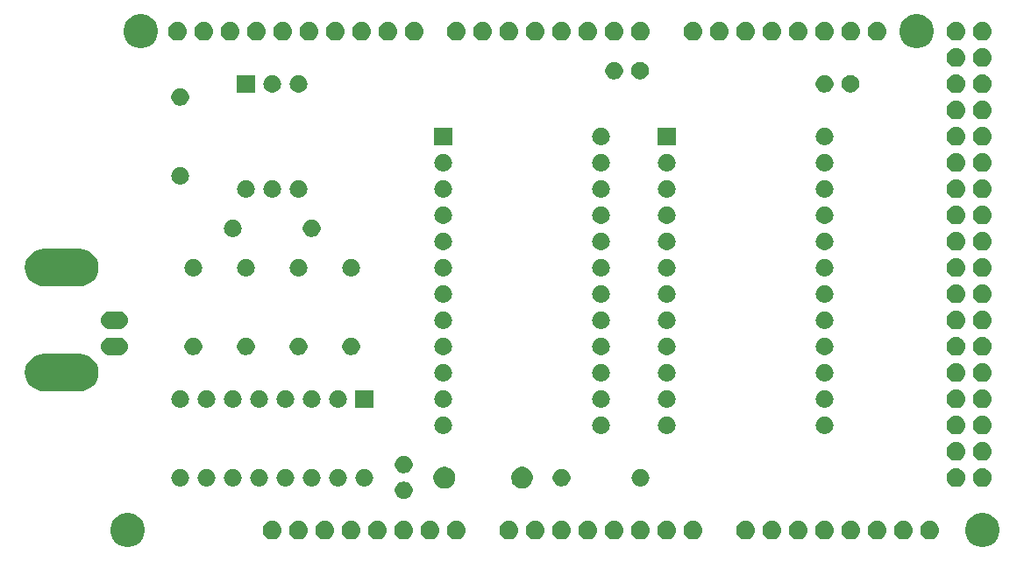
<source format=gbr>
G04 #@! TF.GenerationSoftware,KiCad,Pcbnew,5.1.4*
G04 #@! TF.CreationDate,2019-10-06T12:07:38-05:00*
G04 #@! TF.ProjectId,hardware,68617264-7761-4726-952e-6b696361645f,rev?*
G04 #@! TF.SameCoordinates,Original*
G04 #@! TF.FileFunction,Soldermask,Bot*
G04 #@! TF.FilePolarity,Negative*
%FSLAX46Y46*%
G04 Gerber Fmt 4.6, Leading zero omitted, Abs format (unit mm)*
G04 Created by KiCad (PCBNEW 5.1.4) date 2019-10-06 12:07:38*
%MOMM*%
%LPD*%
G04 APERTURE LIST*
%ADD10C,0.100000*%
G04 APERTURE END LIST*
D10*
G36*
X240511521Y-66992639D02*
G01*
X240811947Y-67117080D01*
X241082324Y-67297740D01*
X241312260Y-67527676D01*
X241492920Y-67798053D01*
X241617361Y-68098479D01*
X241680800Y-68417410D01*
X241680800Y-68742590D01*
X241617361Y-69061521D01*
X241492920Y-69361947D01*
X241312260Y-69632324D01*
X241082324Y-69862260D01*
X240811947Y-70042920D01*
X240511521Y-70167361D01*
X240192590Y-70230800D01*
X239867410Y-70230800D01*
X239548479Y-70167361D01*
X239248053Y-70042920D01*
X238977676Y-69862260D01*
X238747740Y-69632324D01*
X238567080Y-69361947D01*
X238442639Y-69061521D01*
X238379200Y-68742590D01*
X238379200Y-68417410D01*
X238442639Y-68098479D01*
X238567080Y-67798053D01*
X238747740Y-67527676D01*
X238977676Y-67297740D01*
X239248053Y-67117080D01*
X239548479Y-66992639D01*
X239867410Y-66929200D01*
X240192590Y-66929200D01*
X240511521Y-66992639D01*
X240511521Y-66992639D01*
G37*
G36*
X157961521Y-66992639D02*
G01*
X158261947Y-67117080D01*
X158532324Y-67297740D01*
X158762260Y-67527676D01*
X158942920Y-67798053D01*
X159067361Y-68098479D01*
X159130800Y-68417410D01*
X159130800Y-68742590D01*
X159067361Y-69061521D01*
X158942920Y-69361947D01*
X158762260Y-69632324D01*
X158532324Y-69862260D01*
X158261947Y-70042920D01*
X157961521Y-70167361D01*
X157642590Y-70230800D01*
X157317410Y-70230800D01*
X156998479Y-70167361D01*
X156698053Y-70042920D01*
X156427676Y-69862260D01*
X156197740Y-69632324D01*
X156017080Y-69361947D01*
X155892639Y-69061521D01*
X155829200Y-68742590D01*
X155829200Y-68417410D01*
X155892639Y-68098479D01*
X156017080Y-67798053D01*
X156197740Y-67527676D01*
X156427676Y-67297740D01*
X156698053Y-67117080D01*
X156998479Y-66992639D01*
X157317410Y-66929200D01*
X157642590Y-66929200D01*
X157961521Y-66992639D01*
X157961521Y-66992639D01*
G37*
G36*
X230049250Y-67678830D02*
G01*
X230049253Y-67678831D01*
X230049254Y-67678831D01*
X230221619Y-67731117D01*
X230301045Y-67773571D01*
X230380470Y-67816025D01*
X230519707Y-67930293D01*
X230633975Y-68069530D01*
X230676429Y-68148955D01*
X230718883Y-68228381D01*
X230771169Y-68400746D01*
X230771170Y-68400750D01*
X230788825Y-68580000D01*
X230771170Y-68759250D01*
X230771169Y-68759253D01*
X230771169Y-68759254D01*
X230718883Y-68931619D01*
X230718882Y-68931620D01*
X230633975Y-69090470D01*
X230519707Y-69229707D01*
X230380470Y-69343975D01*
X230301045Y-69386429D01*
X230221619Y-69428883D01*
X230049254Y-69481169D01*
X230049253Y-69481169D01*
X230049250Y-69481170D01*
X229914923Y-69494400D01*
X229825077Y-69494400D01*
X229690750Y-69481170D01*
X229690747Y-69481169D01*
X229690746Y-69481169D01*
X229518381Y-69428883D01*
X229438955Y-69386429D01*
X229359530Y-69343975D01*
X229220293Y-69229707D01*
X229106025Y-69090470D01*
X229021118Y-68931620D01*
X229021117Y-68931619D01*
X228968831Y-68759254D01*
X228968831Y-68759253D01*
X228968830Y-68759250D01*
X228951175Y-68580000D01*
X228968830Y-68400750D01*
X228968831Y-68400746D01*
X229021117Y-68228381D01*
X229063571Y-68148955D01*
X229106025Y-68069530D01*
X229220293Y-67930293D01*
X229359530Y-67816025D01*
X229438955Y-67773572D01*
X229518381Y-67731117D01*
X229690746Y-67678831D01*
X229690747Y-67678831D01*
X229690750Y-67678830D01*
X229825077Y-67665600D01*
X229914923Y-67665600D01*
X230049250Y-67678830D01*
X230049250Y-67678830D01*
G37*
G36*
X202109250Y-67678830D02*
G01*
X202109253Y-67678831D01*
X202109254Y-67678831D01*
X202281619Y-67731117D01*
X202361045Y-67773571D01*
X202440470Y-67816025D01*
X202579707Y-67930293D01*
X202693975Y-68069530D01*
X202736429Y-68148955D01*
X202778883Y-68228381D01*
X202831169Y-68400746D01*
X202831170Y-68400750D01*
X202848825Y-68580000D01*
X202831170Y-68759250D01*
X202831169Y-68759253D01*
X202831169Y-68759254D01*
X202778883Y-68931619D01*
X202778882Y-68931620D01*
X202693975Y-69090470D01*
X202579707Y-69229707D01*
X202440470Y-69343975D01*
X202361045Y-69386429D01*
X202281619Y-69428883D01*
X202109254Y-69481169D01*
X202109253Y-69481169D01*
X202109250Y-69481170D01*
X201974923Y-69494400D01*
X201885077Y-69494400D01*
X201750750Y-69481170D01*
X201750747Y-69481169D01*
X201750746Y-69481169D01*
X201578381Y-69428883D01*
X201498955Y-69386429D01*
X201419530Y-69343975D01*
X201280293Y-69229707D01*
X201166025Y-69090470D01*
X201081118Y-68931620D01*
X201081117Y-68931619D01*
X201028831Y-68759254D01*
X201028831Y-68759253D01*
X201028830Y-68759250D01*
X201011175Y-68580000D01*
X201028830Y-68400750D01*
X201028831Y-68400746D01*
X201081117Y-68228381D01*
X201123571Y-68148955D01*
X201166025Y-68069530D01*
X201280293Y-67930293D01*
X201419530Y-67816025D01*
X201498955Y-67773572D01*
X201578381Y-67731117D01*
X201750746Y-67678831D01*
X201750747Y-67678831D01*
X201750750Y-67678830D01*
X201885077Y-67665600D01*
X201974923Y-67665600D01*
X202109250Y-67678830D01*
X202109250Y-67678830D01*
G37*
G36*
X224969250Y-67678830D02*
G01*
X224969253Y-67678831D01*
X224969254Y-67678831D01*
X225141619Y-67731117D01*
X225221045Y-67773571D01*
X225300470Y-67816025D01*
X225439707Y-67930293D01*
X225553975Y-68069530D01*
X225596429Y-68148955D01*
X225638883Y-68228381D01*
X225691169Y-68400746D01*
X225691170Y-68400750D01*
X225708825Y-68580000D01*
X225691170Y-68759250D01*
X225691169Y-68759253D01*
X225691169Y-68759254D01*
X225638883Y-68931619D01*
X225638882Y-68931620D01*
X225553975Y-69090470D01*
X225439707Y-69229707D01*
X225300470Y-69343975D01*
X225221045Y-69386429D01*
X225141619Y-69428883D01*
X224969254Y-69481169D01*
X224969253Y-69481169D01*
X224969250Y-69481170D01*
X224834923Y-69494400D01*
X224745077Y-69494400D01*
X224610750Y-69481170D01*
X224610747Y-69481169D01*
X224610746Y-69481169D01*
X224438381Y-69428883D01*
X224358955Y-69386429D01*
X224279530Y-69343975D01*
X224140293Y-69229707D01*
X224026025Y-69090470D01*
X223941118Y-68931620D01*
X223941117Y-68931619D01*
X223888831Y-68759254D01*
X223888831Y-68759253D01*
X223888830Y-68759250D01*
X223871175Y-68580000D01*
X223888830Y-68400750D01*
X223888831Y-68400746D01*
X223941117Y-68228381D01*
X223983571Y-68148955D01*
X224026025Y-68069530D01*
X224140293Y-67930293D01*
X224279530Y-67816025D01*
X224358955Y-67773572D01*
X224438381Y-67731117D01*
X224610746Y-67678831D01*
X224610747Y-67678831D01*
X224610750Y-67678830D01*
X224745077Y-67665600D01*
X224834923Y-67665600D01*
X224969250Y-67678830D01*
X224969250Y-67678830D01*
G37*
G36*
X222429250Y-67678830D02*
G01*
X222429253Y-67678831D01*
X222429254Y-67678831D01*
X222601619Y-67731117D01*
X222681045Y-67773571D01*
X222760470Y-67816025D01*
X222899707Y-67930293D01*
X223013975Y-68069530D01*
X223056429Y-68148955D01*
X223098883Y-68228381D01*
X223151169Y-68400746D01*
X223151170Y-68400750D01*
X223168825Y-68580000D01*
X223151170Y-68759250D01*
X223151169Y-68759253D01*
X223151169Y-68759254D01*
X223098883Y-68931619D01*
X223098882Y-68931620D01*
X223013975Y-69090470D01*
X222899707Y-69229707D01*
X222760470Y-69343975D01*
X222681045Y-69386429D01*
X222601619Y-69428883D01*
X222429254Y-69481169D01*
X222429253Y-69481169D01*
X222429250Y-69481170D01*
X222294923Y-69494400D01*
X222205077Y-69494400D01*
X222070750Y-69481170D01*
X222070747Y-69481169D01*
X222070746Y-69481169D01*
X221898381Y-69428883D01*
X221818955Y-69386429D01*
X221739530Y-69343975D01*
X221600293Y-69229707D01*
X221486025Y-69090470D01*
X221401118Y-68931620D01*
X221401117Y-68931619D01*
X221348831Y-68759254D01*
X221348831Y-68759253D01*
X221348830Y-68759250D01*
X221331175Y-68580000D01*
X221348830Y-68400750D01*
X221348831Y-68400746D01*
X221401117Y-68228381D01*
X221443571Y-68148955D01*
X221486025Y-68069530D01*
X221600293Y-67930293D01*
X221739530Y-67816025D01*
X221818955Y-67773572D01*
X221898381Y-67731117D01*
X222070746Y-67678831D01*
X222070747Y-67678831D01*
X222070750Y-67678830D01*
X222205077Y-67665600D01*
X222294923Y-67665600D01*
X222429250Y-67678830D01*
X222429250Y-67678830D01*
G37*
G36*
X219889250Y-67678830D02*
G01*
X219889253Y-67678831D01*
X219889254Y-67678831D01*
X220061619Y-67731117D01*
X220141045Y-67773571D01*
X220220470Y-67816025D01*
X220359707Y-67930293D01*
X220473975Y-68069530D01*
X220516429Y-68148955D01*
X220558883Y-68228381D01*
X220611169Y-68400746D01*
X220611170Y-68400750D01*
X220628825Y-68580000D01*
X220611170Y-68759250D01*
X220611169Y-68759253D01*
X220611169Y-68759254D01*
X220558883Y-68931619D01*
X220558882Y-68931620D01*
X220473975Y-69090470D01*
X220359707Y-69229707D01*
X220220470Y-69343975D01*
X220141045Y-69386429D01*
X220061619Y-69428883D01*
X219889254Y-69481169D01*
X219889253Y-69481169D01*
X219889250Y-69481170D01*
X219754923Y-69494400D01*
X219665077Y-69494400D01*
X219530750Y-69481170D01*
X219530747Y-69481169D01*
X219530746Y-69481169D01*
X219358381Y-69428883D01*
X219278955Y-69386429D01*
X219199530Y-69343975D01*
X219060293Y-69229707D01*
X218946025Y-69090470D01*
X218861118Y-68931620D01*
X218861117Y-68931619D01*
X218808831Y-68759254D01*
X218808831Y-68759253D01*
X218808830Y-68759250D01*
X218791175Y-68580000D01*
X218808830Y-68400750D01*
X218808831Y-68400746D01*
X218861117Y-68228381D01*
X218903571Y-68148955D01*
X218946025Y-68069530D01*
X219060293Y-67930293D01*
X219199530Y-67816025D01*
X219278955Y-67773572D01*
X219358381Y-67731117D01*
X219530746Y-67678831D01*
X219530747Y-67678831D01*
X219530750Y-67678830D01*
X219665077Y-67665600D01*
X219754923Y-67665600D01*
X219889250Y-67678830D01*
X219889250Y-67678830D01*
G37*
G36*
X217349250Y-67678830D02*
G01*
X217349253Y-67678831D01*
X217349254Y-67678831D01*
X217521619Y-67731117D01*
X217601045Y-67773571D01*
X217680470Y-67816025D01*
X217819707Y-67930293D01*
X217933975Y-68069530D01*
X217976429Y-68148955D01*
X218018883Y-68228381D01*
X218071169Y-68400746D01*
X218071170Y-68400750D01*
X218088825Y-68580000D01*
X218071170Y-68759250D01*
X218071169Y-68759253D01*
X218071169Y-68759254D01*
X218018883Y-68931619D01*
X218018882Y-68931620D01*
X217933975Y-69090470D01*
X217819707Y-69229707D01*
X217680470Y-69343975D01*
X217601045Y-69386429D01*
X217521619Y-69428883D01*
X217349254Y-69481169D01*
X217349253Y-69481169D01*
X217349250Y-69481170D01*
X217214923Y-69494400D01*
X217125077Y-69494400D01*
X216990750Y-69481170D01*
X216990747Y-69481169D01*
X216990746Y-69481169D01*
X216818381Y-69428883D01*
X216738955Y-69386429D01*
X216659530Y-69343975D01*
X216520293Y-69229707D01*
X216406025Y-69090470D01*
X216321118Y-68931620D01*
X216321117Y-68931619D01*
X216268831Y-68759254D01*
X216268831Y-68759253D01*
X216268830Y-68759250D01*
X216251175Y-68580000D01*
X216268830Y-68400750D01*
X216268831Y-68400746D01*
X216321117Y-68228381D01*
X216363571Y-68148955D01*
X216406025Y-68069530D01*
X216520293Y-67930293D01*
X216659530Y-67816025D01*
X216738955Y-67773572D01*
X216818381Y-67731117D01*
X216990746Y-67678831D01*
X216990747Y-67678831D01*
X216990750Y-67678830D01*
X217125077Y-67665600D01*
X217214923Y-67665600D01*
X217349250Y-67678830D01*
X217349250Y-67678830D01*
G37*
G36*
X212269250Y-67678830D02*
G01*
X212269253Y-67678831D01*
X212269254Y-67678831D01*
X212441619Y-67731117D01*
X212521045Y-67773571D01*
X212600470Y-67816025D01*
X212739707Y-67930293D01*
X212853975Y-68069530D01*
X212896429Y-68148955D01*
X212938883Y-68228381D01*
X212991169Y-68400746D01*
X212991170Y-68400750D01*
X213008825Y-68580000D01*
X212991170Y-68759250D01*
X212991169Y-68759253D01*
X212991169Y-68759254D01*
X212938883Y-68931619D01*
X212938882Y-68931620D01*
X212853975Y-69090470D01*
X212739707Y-69229707D01*
X212600470Y-69343975D01*
X212521045Y-69386429D01*
X212441619Y-69428883D01*
X212269254Y-69481169D01*
X212269253Y-69481169D01*
X212269250Y-69481170D01*
X212134923Y-69494400D01*
X212045077Y-69494400D01*
X211910750Y-69481170D01*
X211910747Y-69481169D01*
X211910746Y-69481169D01*
X211738381Y-69428883D01*
X211658955Y-69386429D01*
X211579530Y-69343975D01*
X211440293Y-69229707D01*
X211326025Y-69090470D01*
X211241118Y-68931620D01*
X211241117Y-68931619D01*
X211188831Y-68759254D01*
X211188831Y-68759253D01*
X211188830Y-68759250D01*
X211171175Y-68580000D01*
X211188830Y-68400750D01*
X211188831Y-68400746D01*
X211241117Y-68228381D01*
X211283571Y-68148955D01*
X211326025Y-68069530D01*
X211440293Y-67930293D01*
X211579530Y-67816025D01*
X211658955Y-67773572D01*
X211738381Y-67731117D01*
X211910746Y-67678831D01*
X211910747Y-67678831D01*
X211910750Y-67678830D01*
X212045077Y-67665600D01*
X212134923Y-67665600D01*
X212269250Y-67678830D01*
X212269250Y-67678830D01*
G37*
G36*
X209729250Y-67678830D02*
G01*
X209729253Y-67678831D01*
X209729254Y-67678831D01*
X209901619Y-67731117D01*
X209981045Y-67773571D01*
X210060470Y-67816025D01*
X210199707Y-67930293D01*
X210313975Y-68069530D01*
X210356429Y-68148955D01*
X210398883Y-68228381D01*
X210451169Y-68400746D01*
X210451170Y-68400750D01*
X210468825Y-68580000D01*
X210451170Y-68759250D01*
X210451169Y-68759253D01*
X210451169Y-68759254D01*
X210398883Y-68931619D01*
X210398882Y-68931620D01*
X210313975Y-69090470D01*
X210199707Y-69229707D01*
X210060470Y-69343975D01*
X209981045Y-69386429D01*
X209901619Y-69428883D01*
X209729254Y-69481169D01*
X209729253Y-69481169D01*
X209729250Y-69481170D01*
X209594923Y-69494400D01*
X209505077Y-69494400D01*
X209370750Y-69481170D01*
X209370747Y-69481169D01*
X209370746Y-69481169D01*
X209198381Y-69428883D01*
X209118955Y-69386429D01*
X209039530Y-69343975D01*
X208900293Y-69229707D01*
X208786025Y-69090470D01*
X208701118Y-68931620D01*
X208701117Y-68931619D01*
X208648831Y-68759254D01*
X208648831Y-68759253D01*
X208648830Y-68759250D01*
X208631175Y-68580000D01*
X208648830Y-68400750D01*
X208648831Y-68400746D01*
X208701117Y-68228381D01*
X208743571Y-68148955D01*
X208786025Y-68069530D01*
X208900293Y-67930293D01*
X209039530Y-67816025D01*
X209118955Y-67773572D01*
X209198381Y-67731117D01*
X209370746Y-67678831D01*
X209370747Y-67678831D01*
X209370750Y-67678830D01*
X209505077Y-67665600D01*
X209594923Y-67665600D01*
X209729250Y-67678830D01*
X209729250Y-67678830D01*
G37*
G36*
X207189250Y-67678830D02*
G01*
X207189253Y-67678831D01*
X207189254Y-67678831D01*
X207361619Y-67731117D01*
X207441045Y-67773571D01*
X207520470Y-67816025D01*
X207659707Y-67930293D01*
X207773975Y-68069530D01*
X207816429Y-68148955D01*
X207858883Y-68228381D01*
X207911169Y-68400746D01*
X207911170Y-68400750D01*
X207928825Y-68580000D01*
X207911170Y-68759250D01*
X207911169Y-68759253D01*
X207911169Y-68759254D01*
X207858883Y-68931619D01*
X207858882Y-68931620D01*
X207773975Y-69090470D01*
X207659707Y-69229707D01*
X207520470Y-69343975D01*
X207441045Y-69386429D01*
X207361619Y-69428883D01*
X207189254Y-69481169D01*
X207189253Y-69481169D01*
X207189250Y-69481170D01*
X207054923Y-69494400D01*
X206965077Y-69494400D01*
X206830750Y-69481170D01*
X206830747Y-69481169D01*
X206830746Y-69481169D01*
X206658381Y-69428883D01*
X206578955Y-69386429D01*
X206499530Y-69343975D01*
X206360293Y-69229707D01*
X206246025Y-69090470D01*
X206161118Y-68931620D01*
X206161117Y-68931619D01*
X206108831Y-68759254D01*
X206108831Y-68759253D01*
X206108830Y-68759250D01*
X206091175Y-68580000D01*
X206108830Y-68400750D01*
X206108831Y-68400746D01*
X206161117Y-68228381D01*
X206203571Y-68148955D01*
X206246025Y-68069530D01*
X206360293Y-67930293D01*
X206499530Y-67816025D01*
X206578955Y-67773572D01*
X206658381Y-67731117D01*
X206830746Y-67678831D01*
X206830747Y-67678831D01*
X206830750Y-67678830D01*
X206965077Y-67665600D01*
X207054923Y-67665600D01*
X207189250Y-67678830D01*
X207189250Y-67678830D01*
G37*
G36*
X204649250Y-67678830D02*
G01*
X204649253Y-67678831D01*
X204649254Y-67678831D01*
X204821619Y-67731117D01*
X204901045Y-67773571D01*
X204980470Y-67816025D01*
X205119707Y-67930293D01*
X205233975Y-68069530D01*
X205276429Y-68148955D01*
X205318883Y-68228381D01*
X205371169Y-68400746D01*
X205371170Y-68400750D01*
X205388825Y-68580000D01*
X205371170Y-68759250D01*
X205371169Y-68759253D01*
X205371169Y-68759254D01*
X205318883Y-68931619D01*
X205318882Y-68931620D01*
X205233975Y-69090470D01*
X205119707Y-69229707D01*
X204980470Y-69343975D01*
X204901045Y-69386429D01*
X204821619Y-69428883D01*
X204649254Y-69481169D01*
X204649253Y-69481169D01*
X204649250Y-69481170D01*
X204514923Y-69494400D01*
X204425077Y-69494400D01*
X204290750Y-69481170D01*
X204290747Y-69481169D01*
X204290746Y-69481169D01*
X204118381Y-69428883D01*
X204038955Y-69386429D01*
X203959530Y-69343975D01*
X203820293Y-69229707D01*
X203706025Y-69090470D01*
X203621118Y-68931620D01*
X203621117Y-68931619D01*
X203568831Y-68759254D01*
X203568831Y-68759253D01*
X203568830Y-68759250D01*
X203551175Y-68580000D01*
X203568830Y-68400750D01*
X203568831Y-68400746D01*
X203621117Y-68228381D01*
X203663571Y-68148955D01*
X203706025Y-68069530D01*
X203820293Y-67930293D01*
X203959530Y-67816025D01*
X204038955Y-67773572D01*
X204118381Y-67731117D01*
X204290746Y-67678831D01*
X204290747Y-67678831D01*
X204290750Y-67678830D01*
X204425077Y-67665600D01*
X204514923Y-67665600D01*
X204649250Y-67678830D01*
X204649250Y-67678830D01*
G37*
G36*
X227509250Y-67678830D02*
G01*
X227509253Y-67678831D01*
X227509254Y-67678831D01*
X227681619Y-67731117D01*
X227761045Y-67773571D01*
X227840470Y-67816025D01*
X227979707Y-67930293D01*
X228093975Y-68069530D01*
X228136429Y-68148955D01*
X228178883Y-68228381D01*
X228231169Y-68400746D01*
X228231170Y-68400750D01*
X228248825Y-68580000D01*
X228231170Y-68759250D01*
X228231169Y-68759253D01*
X228231169Y-68759254D01*
X228178883Y-68931619D01*
X228178882Y-68931620D01*
X228093975Y-69090470D01*
X227979707Y-69229707D01*
X227840470Y-69343975D01*
X227761045Y-69386429D01*
X227681619Y-69428883D01*
X227509254Y-69481169D01*
X227509253Y-69481169D01*
X227509250Y-69481170D01*
X227374923Y-69494400D01*
X227285077Y-69494400D01*
X227150750Y-69481170D01*
X227150747Y-69481169D01*
X227150746Y-69481169D01*
X226978381Y-69428883D01*
X226898955Y-69386429D01*
X226819530Y-69343975D01*
X226680293Y-69229707D01*
X226566025Y-69090470D01*
X226481118Y-68931620D01*
X226481117Y-68931619D01*
X226428831Y-68759254D01*
X226428831Y-68759253D01*
X226428830Y-68759250D01*
X226411175Y-68580000D01*
X226428830Y-68400750D01*
X226428831Y-68400746D01*
X226481117Y-68228381D01*
X226523571Y-68148955D01*
X226566025Y-68069530D01*
X226680293Y-67930293D01*
X226819530Y-67816025D01*
X226898955Y-67773572D01*
X226978381Y-67731117D01*
X227150746Y-67678831D01*
X227150747Y-67678831D01*
X227150750Y-67678830D01*
X227285077Y-67665600D01*
X227374923Y-67665600D01*
X227509250Y-67678830D01*
X227509250Y-67678830D01*
G37*
G36*
X199569250Y-67678830D02*
G01*
X199569253Y-67678831D01*
X199569254Y-67678831D01*
X199741619Y-67731117D01*
X199821045Y-67773571D01*
X199900470Y-67816025D01*
X200039707Y-67930293D01*
X200153975Y-68069530D01*
X200196429Y-68148955D01*
X200238883Y-68228381D01*
X200291169Y-68400746D01*
X200291170Y-68400750D01*
X200308825Y-68580000D01*
X200291170Y-68759250D01*
X200291169Y-68759253D01*
X200291169Y-68759254D01*
X200238883Y-68931619D01*
X200238882Y-68931620D01*
X200153975Y-69090470D01*
X200039707Y-69229707D01*
X199900470Y-69343975D01*
X199821045Y-69386429D01*
X199741619Y-69428883D01*
X199569254Y-69481169D01*
X199569253Y-69481169D01*
X199569250Y-69481170D01*
X199434923Y-69494400D01*
X199345077Y-69494400D01*
X199210750Y-69481170D01*
X199210747Y-69481169D01*
X199210746Y-69481169D01*
X199038381Y-69428883D01*
X198958955Y-69386429D01*
X198879530Y-69343975D01*
X198740293Y-69229707D01*
X198626025Y-69090470D01*
X198541118Y-68931620D01*
X198541117Y-68931619D01*
X198488831Y-68759254D01*
X198488831Y-68759253D01*
X198488830Y-68759250D01*
X198471175Y-68580000D01*
X198488830Y-68400750D01*
X198488831Y-68400746D01*
X198541117Y-68228381D01*
X198583571Y-68148955D01*
X198626025Y-68069530D01*
X198740293Y-67930293D01*
X198879530Y-67816025D01*
X198958955Y-67773572D01*
X199038381Y-67731117D01*
X199210746Y-67678831D01*
X199210747Y-67678831D01*
X199210750Y-67678830D01*
X199345077Y-67665600D01*
X199434923Y-67665600D01*
X199569250Y-67678830D01*
X199569250Y-67678830D01*
G37*
G36*
X171629250Y-67678830D02*
G01*
X171629253Y-67678831D01*
X171629254Y-67678831D01*
X171801619Y-67731117D01*
X171881045Y-67773571D01*
X171960470Y-67816025D01*
X172099707Y-67930293D01*
X172213975Y-68069530D01*
X172256429Y-68148955D01*
X172298883Y-68228381D01*
X172351169Y-68400746D01*
X172351170Y-68400750D01*
X172368825Y-68580000D01*
X172351170Y-68759250D01*
X172351169Y-68759253D01*
X172351169Y-68759254D01*
X172298883Y-68931619D01*
X172298882Y-68931620D01*
X172213975Y-69090470D01*
X172099707Y-69229707D01*
X171960470Y-69343975D01*
X171881045Y-69386429D01*
X171801619Y-69428883D01*
X171629254Y-69481169D01*
X171629253Y-69481169D01*
X171629250Y-69481170D01*
X171494923Y-69494400D01*
X171405077Y-69494400D01*
X171270750Y-69481170D01*
X171270747Y-69481169D01*
X171270746Y-69481169D01*
X171098381Y-69428883D01*
X171018955Y-69386429D01*
X170939530Y-69343975D01*
X170800293Y-69229707D01*
X170686025Y-69090470D01*
X170601118Y-68931620D01*
X170601117Y-68931619D01*
X170548831Y-68759254D01*
X170548831Y-68759253D01*
X170548830Y-68759250D01*
X170531175Y-68580000D01*
X170548830Y-68400750D01*
X170548831Y-68400746D01*
X170601117Y-68228381D01*
X170643571Y-68148955D01*
X170686025Y-68069530D01*
X170800293Y-67930293D01*
X170939530Y-67816025D01*
X171018955Y-67773572D01*
X171098381Y-67731117D01*
X171270746Y-67678831D01*
X171270747Y-67678831D01*
X171270750Y-67678830D01*
X171405077Y-67665600D01*
X171494923Y-67665600D01*
X171629250Y-67678830D01*
X171629250Y-67678830D01*
G37*
G36*
X194489250Y-67678830D02*
G01*
X194489253Y-67678831D01*
X194489254Y-67678831D01*
X194661619Y-67731117D01*
X194741045Y-67773571D01*
X194820470Y-67816025D01*
X194959707Y-67930293D01*
X195073975Y-68069530D01*
X195116429Y-68148955D01*
X195158883Y-68228381D01*
X195211169Y-68400746D01*
X195211170Y-68400750D01*
X195228825Y-68580000D01*
X195211170Y-68759250D01*
X195211169Y-68759253D01*
X195211169Y-68759254D01*
X195158883Y-68931619D01*
X195158882Y-68931620D01*
X195073975Y-69090470D01*
X194959707Y-69229707D01*
X194820470Y-69343975D01*
X194741045Y-69386429D01*
X194661619Y-69428883D01*
X194489254Y-69481169D01*
X194489253Y-69481169D01*
X194489250Y-69481170D01*
X194354923Y-69494400D01*
X194265077Y-69494400D01*
X194130750Y-69481170D01*
X194130747Y-69481169D01*
X194130746Y-69481169D01*
X193958381Y-69428883D01*
X193878955Y-69386429D01*
X193799530Y-69343975D01*
X193660293Y-69229707D01*
X193546025Y-69090470D01*
X193461118Y-68931620D01*
X193461117Y-68931619D01*
X193408831Y-68759254D01*
X193408831Y-68759253D01*
X193408830Y-68759250D01*
X193391175Y-68580000D01*
X193408830Y-68400750D01*
X193408831Y-68400746D01*
X193461117Y-68228381D01*
X193503571Y-68148955D01*
X193546025Y-68069530D01*
X193660293Y-67930293D01*
X193799530Y-67816025D01*
X193878955Y-67773572D01*
X193958381Y-67731117D01*
X194130746Y-67678831D01*
X194130747Y-67678831D01*
X194130750Y-67678830D01*
X194265077Y-67665600D01*
X194354923Y-67665600D01*
X194489250Y-67678830D01*
X194489250Y-67678830D01*
G37*
G36*
X189409250Y-67678830D02*
G01*
X189409253Y-67678831D01*
X189409254Y-67678831D01*
X189581619Y-67731117D01*
X189661045Y-67773571D01*
X189740470Y-67816025D01*
X189879707Y-67930293D01*
X189993975Y-68069530D01*
X190036429Y-68148955D01*
X190078883Y-68228381D01*
X190131169Y-68400746D01*
X190131170Y-68400750D01*
X190148825Y-68580000D01*
X190131170Y-68759250D01*
X190131169Y-68759253D01*
X190131169Y-68759254D01*
X190078883Y-68931619D01*
X190078882Y-68931620D01*
X189993975Y-69090470D01*
X189879707Y-69229707D01*
X189740470Y-69343975D01*
X189661045Y-69386429D01*
X189581619Y-69428883D01*
X189409254Y-69481169D01*
X189409253Y-69481169D01*
X189409250Y-69481170D01*
X189274923Y-69494400D01*
X189185077Y-69494400D01*
X189050750Y-69481170D01*
X189050747Y-69481169D01*
X189050746Y-69481169D01*
X188878381Y-69428883D01*
X188798955Y-69386429D01*
X188719530Y-69343975D01*
X188580293Y-69229707D01*
X188466025Y-69090470D01*
X188381118Y-68931620D01*
X188381117Y-68931619D01*
X188328831Y-68759254D01*
X188328831Y-68759253D01*
X188328830Y-68759250D01*
X188311175Y-68580000D01*
X188328830Y-68400750D01*
X188328831Y-68400746D01*
X188381117Y-68228381D01*
X188423571Y-68148955D01*
X188466025Y-68069530D01*
X188580293Y-67930293D01*
X188719530Y-67816025D01*
X188798955Y-67773572D01*
X188878381Y-67731117D01*
X189050746Y-67678831D01*
X189050747Y-67678831D01*
X189050750Y-67678830D01*
X189185077Y-67665600D01*
X189274923Y-67665600D01*
X189409250Y-67678830D01*
X189409250Y-67678830D01*
G37*
G36*
X186869250Y-67678830D02*
G01*
X186869253Y-67678831D01*
X186869254Y-67678831D01*
X187041619Y-67731117D01*
X187121045Y-67773571D01*
X187200470Y-67816025D01*
X187339707Y-67930293D01*
X187453975Y-68069530D01*
X187496429Y-68148955D01*
X187538883Y-68228381D01*
X187591169Y-68400746D01*
X187591170Y-68400750D01*
X187608825Y-68580000D01*
X187591170Y-68759250D01*
X187591169Y-68759253D01*
X187591169Y-68759254D01*
X187538883Y-68931619D01*
X187538882Y-68931620D01*
X187453975Y-69090470D01*
X187339707Y-69229707D01*
X187200470Y-69343975D01*
X187121045Y-69386429D01*
X187041619Y-69428883D01*
X186869254Y-69481169D01*
X186869253Y-69481169D01*
X186869250Y-69481170D01*
X186734923Y-69494400D01*
X186645077Y-69494400D01*
X186510750Y-69481170D01*
X186510747Y-69481169D01*
X186510746Y-69481169D01*
X186338381Y-69428883D01*
X186258955Y-69386429D01*
X186179530Y-69343975D01*
X186040293Y-69229707D01*
X185926025Y-69090470D01*
X185841118Y-68931620D01*
X185841117Y-68931619D01*
X185788831Y-68759254D01*
X185788831Y-68759253D01*
X185788830Y-68759250D01*
X185771175Y-68580000D01*
X185788830Y-68400750D01*
X185788831Y-68400746D01*
X185841117Y-68228381D01*
X185883571Y-68148955D01*
X185926025Y-68069530D01*
X186040293Y-67930293D01*
X186179530Y-67816025D01*
X186258955Y-67773572D01*
X186338381Y-67731117D01*
X186510746Y-67678831D01*
X186510747Y-67678831D01*
X186510750Y-67678830D01*
X186645077Y-67665600D01*
X186734923Y-67665600D01*
X186869250Y-67678830D01*
X186869250Y-67678830D01*
G37*
G36*
X184329250Y-67678830D02*
G01*
X184329253Y-67678831D01*
X184329254Y-67678831D01*
X184501619Y-67731117D01*
X184581045Y-67773571D01*
X184660470Y-67816025D01*
X184799707Y-67930293D01*
X184913975Y-68069530D01*
X184956429Y-68148955D01*
X184998883Y-68228381D01*
X185051169Y-68400746D01*
X185051170Y-68400750D01*
X185068825Y-68580000D01*
X185051170Y-68759250D01*
X185051169Y-68759253D01*
X185051169Y-68759254D01*
X184998883Y-68931619D01*
X184998882Y-68931620D01*
X184913975Y-69090470D01*
X184799707Y-69229707D01*
X184660470Y-69343975D01*
X184581045Y-69386429D01*
X184501619Y-69428883D01*
X184329254Y-69481169D01*
X184329253Y-69481169D01*
X184329250Y-69481170D01*
X184194923Y-69494400D01*
X184105077Y-69494400D01*
X183970750Y-69481170D01*
X183970747Y-69481169D01*
X183970746Y-69481169D01*
X183798381Y-69428883D01*
X183718955Y-69386429D01*
X183639530Y-69343975D01*
X183500293Y-69229707D01*
X183386025Y-69090470D01*
X183301118Y-68931620D01*
X183301117Y-68931619D01*
X183248831Y-68759254D01*
X183248831Y-68759253D01*
X183248830Y-68759250D01*
X183231175Y-68580000D01*
X183248830Y-68400750D01*
X183248831Y-68400746D01*
X183301117Y-68228381D01*
X183343571Y-68148955D01*
X183386025Y-68069530D01*
X183500293Y-67930293D01*
X183639530Y-67816025D01*
X183718955Y-67773572D01*
X183798381Y-67731117D01*
X183970746Y-67678831D01*
X183970747Y-67678831D01*
X183970750Y-67678830D01*
X184105077Y-67665600D01*
X184194923Y-67665600D01*
X184329250Y-67678830D01*
X184329250Y-67678830D01*
G37*
G36*
X181789250Y-67678830D02*
G01*
X181789253Y-67678831D01*
X181789254Y-67678831D01*
X181961619Y-67731117D01*
X182041045Y-67773571D01*
X182120470Y-67816025D01*
X182259707Y-67930293D01*
X182373975Y-68069530D01*
X182416429Y-68148955D01*
X182458883Y-68228381D01*
X182511169Y-68400746D01*
X182511170Y-68400750D01*
X182528825Y-68580000D01*
X182511170Y-68759250D01*
X182511169Y-68759253D01*
X182511169Y-68759254D01*
X182458883Y-68931619D01*
X182458882Y-68931620D01*
X182373975Y-69090470D01*
X182259707Y-69229707D01*
X182120470Y-69343975D01*
X182041045Y-69386429D01*
X181961619Y-69428883D01*
X181789254Y-69481169D01*
X181789253Y-69481169D01*
X181789250Y-69481170D01*
X181654923Y-69494400D01*
X181565077Y-69494400D01*
X181430750Y-69481170D01*
X181430747Y-69481169D01*
X181430746Y-69481169D01*
X181258381Y-69428883D01*
X181178955Y-69386429D01*
X181099530Y-69343975D01*
X180960293Y-69229707D01*
X180846025Y-69090470D01*
X180761118Y-68931620D01*
X180761117Y-68931619D01*
X180708831Y-68759254D01*
X180708831Y-68759253D01*
X180708830Y-68759250D01*
X180691175Y-68580000D01*
X180708830Y-68400750D01*
X180708831Y-68400746D01*
X180761117Y-68228381D01*
X180803571Y-68148955D01*
X180846025Y-68069530D01*
X180960293Y-67930293D01*
X181099530Y-67816025D01*
X181178955Y-67773572D01*
X181258381Y-67731117D01*
X181430746Y-67678831D01*
X181430747Y-67678831D01*
X181430750Y-67678830D01*
X181565077Y-67665600D01*
X181654923Y-67665600D01*
X181789250Y-67678830D01*
X181789250Y-67678830D01*
G37*
G36*
X176709250Y-67678830D02*
G01*
X176709253Y-67678831D01*
X176709254Y-67678831D01*
X176881619Y-67731117D01*
X176961045Y-67773571D01*
X177040470Y-67816025D01*
X177179707Y-67930293D01*
X177293975Y-68069530D01*
X177336429Y-68148955D01*
X177378883Y-68228381D01*
X177431169Y-68400746D01*
X177431170Y-68400750D01*
X177448825Y-68580000D01*
X177431170Y-68759250D01*
X177431169Y-68759253D01*
X177431169Y-68759254D01*
X177378883Y-68931619D01*
X177378882Y-68931620D01*
X177293975Y-69090470D01*
X177179707Y-69229707D01*
X177040470Y-69343975D01*
X176961045Y-69386429D01*
X176881619Y-69428883D01*
X176709254Y-69481169D01*
X176709253Y-69481169D01*
X176709250Y-69481170D01*
X176574923Y-69494400D01*
X176485077Y-69494400D01*
X176350750Y-69481170D01*
X176350747Y-69481169D01*
X176350746Y-69481169D01*
X176178381Y-69428883D01*
X176098955Y-69386429D01*
X176019530Y-69343975D01*
X175880293Y-69229707D01*
X175766025Y-69090470D01*
X175681118Y-68931620D01*
X175681117Y-68931619D01*
X175628831Y-68759254D01*
X175628831Y-68759253D01*
X175628830Y-68759250D01*
X175611175Y-68580000D01*
X175628830Y-68400750D01*
X175628831Y-68400746D01*
X175681117Y-68228381D01*
X175723571Y-68148955D01*
X175766025Y-68069530D01*
X175880293Y-67930293D01*
X176019530Y-67816025D01*
X176098955Y-67773572D01*
X176178381Y-67731117D01*
X176350746Y-67678831D01*
X176350747Y-67678831D01*
X176350750Y-67678830D01*
X176485077Y-67665600D01*
X176574923Y-67665600D01*
X176709250Y-67678830D01*
X176709250Y-67678830D01*
G37*
G36*
X197029250Y-67678830D02*
G01*
X197029253Y-67678831D01*
X197029254Y-67678831D01*
X197201619Y-67731117D01*
X197281045Y-67773571D01*
X197360470Y-67816025D01*
X197499707Y-67930293D01*
X197613975Y-68069530D01*
X197656429Y-68148955D01*
X197698883Y-68228381D01*
X197751169Y-68400746D01*
X197751170Y-68400750D01*
X197768825Y-68580000D01*
X197751170Y-68759250D01*
X197751169Y-68759253D01*
X197751169Y-68759254D01*
X197698883Y-68931619D01*
X197698882Y-68931620D01*
X197613975Y-69090470D01*
X197499707Y-69229707D01*
X197360470Y-69343975D01*
X197281045Y-69386429D01*
X197201619Y-69428883D01*
X197029254Y-69481169D01*
X197029253Y-69481169D01*
X197029250Y-69481170D01*
X196894923Y-69494400D01*
X196805077Y-69494400D01*
X196670750Y-69481170D01*
X196670747Y-69481169D01*
X196670746Y-69481169D01*
X196498381Y-69428883D01*
X196418955Y-69386429D01*
X196339530Y-69343975D01*
X196200293Y-69229707D01*
X196086025Y-69090470D01*
X196001118Y-68931620D01*
X196001117Y-68931619D01*
X195948831Y-68759254D01*
X195948831Y-68759253D01*
X195948830Y-68759250D01*
X195931175Y-68580000D01*
X195948830Y-68400750D01*
X195948831Y-68400746D01*
X196001117Y-68228381D01*
X196043571Y-68148955D01*
X196086025Y-68069530D01*
X196200293Y-67930293D01*
X196339530Y-67816025D01*
X196418955Y-67773572D01*
X196498381Y-67731117D01*
X196670746Y-67678831D01*
X196670747Y-67678831D01*
X196670750Y-67678830D01*
X196805077Y-67665600D01*
X196894923Y-67665600D01*
X197029250Y-67678830D01*
X197029250Y-67678830D01*
G37*
G36*
X235129250Y-67678830D02*
G01*
X235129253Y-67678831D01*
X235129254Y-67678831D01*
X235301619Y-67731117D01*
X235381045Y-67773571D01*
X235460470Y-67816025D01*
X235599707Y-67930293D01*
X235713975Y-68069530D01*
X235756429Y-68148955D01*
X235798883Y-68228381D01*
X235851169Y-68400746D01*
X235851170Y-68400750D01*
X235868825Y-68580000D01*
X235851170Y-68759250D01*
X235851169Y-68759253D01*
X235851169Y-68759254D01*
X235798883Y-68931619D01*
X235798882Y-68931620D01*
X235713975Y-69090470D01*
X235599707Y-69229707D01*
X235460470Y-69343975D01*
X235381045Y-69386429D01*
X235301619Y-69428883D01*
X235129254Y-69481169D01*
X235129253Y-69481169D01*
X235129250Y-69481170D01*
X234994923Y-69494400D01*
X234905077Y-69494400D01*
X234770750Y-69481170D01*
X234770747Y-69481169D01*
X234770746Y-69481169D01*
X234598381Y-69428883D01*
X234518955Y-69386429D01*
X234439530Y-69343975D01*
X234300293Y-69229707D01*
X234186025Y-69090470D01*
X234101118Y-68931620D01*
X234101117Y-68931619D01*
X234048831Y-68759254D01*
X234048831Y-68759253D01*
X234048830Y-68759250D01*
X234031175Y-68580000D01*
X234048830Y-68400750D01*
X234048831Y-68400746D01*
X234101117Y-68228381D01*
X234143571Y-68148955D01*
X234186025Y-68069530D01*
X234300293Y-67930293D01*
X234439530Y-67816025D01*
X234518955Y-67773572D01*
X234598381Y-67731117D01*
X234770746Y-67678831D01*
X234770747Y-67678831D01*
X234770750Y-67678830D01*
X234905077Y-67665600D01*
X234994923Y-67665600D01*
X235129250Y-67678830D01*
X235129250Y-67678830D01*
G37*
G36*
X174169250Y-67678830D02*
G01*
X174169253Y-67678831D01*
X174169254Y-67678831D01*
X174341619Y-67731117D01*
X174421045Y-67773571D01*
X174500470Y-67816025D01*
X174639707Y-67930293D01*
X174753975Y-68069530D01*
X174796429Y-68148955D01*
X174838883Y-68228381D01*
X174891169Y-68400746D01*
X174891170Y-68400750D01*
X174908825Y-68580000D01*
X174891170Y-68759250D01*
X174891169Y-68759253D01*
X174891169Y-68759254D01*
X174838883Y-68931619D01*
X174838882Y-68931620D01*
X174753975Y-69090470D01*
X174639707Y-69229707D01*
X174500470Y-69343975D01*
X174421045Y-69386429D01*
X174341619Y-69428883D01*
X174169254Y-69481169D01*
X174169253Y-69481169D01*
X174169250Y-69481170D01*
X174034923Y-69494400D01*
X173945077Y-69494400D01*
X173810750Y-69481170D01*
X173810747Y-69481169D01*
X173810746Y-69481169D01*
X173638381Y-69428883D01*
X173558955Y-69386429D01*
X173479530Y-69343975D01*
X173340293Y-69229707D01*
X173226025Y-69090470D01*
X173141118Y-68931620D01*
X173141117Y-68931619D01*
X173088831Y-68759254D01*
X173088831Y-68759253D01*
X173088830Y-68759250D01*
X173071175Y-68580000D01*
X173088830Y-68400750D01*
X173088831Y-68400746D01*
X173141117Y-68228381D01*
X173183571Y-68148955D01*
X173226025Y-68069530D01*
X173340293Y-67930293D01*
X173479530Y-67816025D01*
X173558955Y-67773572D01*
X173638381Y-67731117D01*
X173810746Y-67678831D01*
X173810747Y-67678831D01*
X173810750Y-67678830D01*
X173945077Y-67665600D01*
X174034923Y-67665600D01*
X174169250Y-67678830D01*
X174169250Y-67678830D01*
G37*
G36*
X179249250Y-67678830D02*
G01*
X179249253Y-67678831D01*
X179249254Y-67678831D01*
X179421619Y-67731117D01*
X179501045Y-67773571D01*
X179580470Y-67816025D01*
X179719707Y-67930293D01*
X179833975Y-68069530D01*
X179876429Y-68148955D01*
X179918883Y-68228381D01*
X179971169Y-68400746D01*
X179971170Y-68400750D01*
X179988825Y-68580000D01*
X179971170Y-68759250D01*
X179971169Y-68759253D01*
X179971169Y-68759254D01*
X179918883Y-68931619D01*
X179918882Y-68931620D01*
X179833975Y-69090470D01*
X179719707Y-69229707D01*
X179580470Y-69343975D01*
X179501045Y-69386429D01*
X179421619Y-69428883D01*
X179249254Y-69481169D01*
X179249253Y-69481169D01*
X179249250Y-69481170D01*
X179114923Y-69494400D01*
X179025077Y-69494400D01*
X178890750Y-69481170D01*
X178890747Y-69481169D01*
X178890746Y-69481169D01*
X178718381Y-69428883D01*
X178638955Y-69386429D01*
X178559530Y-69343975D01*
X178420293Y-69229707D01*
X178306025Y-69090470D01*
X178221118Y-68931620D01*
X178221117Y-68931619D01*
X178168831Y-68759254D01*
X178168831Y-68759253D01*
X178168830Y-68759250D01*
X178151175Y-68580000D01*
X178168830Y-68400750D01*
X178168831Y-68400746D01*
X178221117Y-68228381D01*
X178263571Y-68148955D01*
X178306025Y-68069530D01*
X178420293Y-67930293D01*
X178559530Y-67816025D01*
X178638955Y-67773572D01*
X178718381Y-67731117D01*
X178890746Y-67678831D01*
X178890747Y-67678831D01*
X178890750Y-67678830D01*
X179025077Y-67665600D01*
X179114923Y-67665600D01*
X179249250Y-67678830D01*
X179249250Y-67678830D01*
G37*
G36*
X232589250Y-67678830D02*
G01*
X232589253Y-67678831D01*
X232589254Y-67678831D01*
X232761619Y-67731117D01*
X232841045Y-67773571D01*
X232920470Y-67816025D01*
X233059707Y-67930293D01*
X233173975Y-68069530D01*
X233216429Y-68148955D01*
X233258883Y-68228381D01*
X233311169Y-68400746D01*
X233311170Y-68400750D01*
X233328825Y-68580000D01*
X233311170Y-68759250D01*
X233311169Y-68759253D01*
X233311169Y-68759254D01*
X233258883Y-68931619D01*
X233258882Y-68931620D01*
X233173975Y-69090470D01*
X233059707Y-69229707D01*
X232920470Y-69343975D01*
X232841045Y-69386429D01*
X232761619Y-69428883D01*
X232589254Y-69481169D01*
X232589253Y-69481169D01*
X232589250Y-69481170D01*
X232454923Y-69494400D01*
X232365077Y-69494400D01*
X232230750Y-69481170D01*
X232230747Y-69481169D01*
X232230746Y-69481169D01*
X232058381Y-69428883D01*
X231978955Y-69386429D01*
X231899530Y-69343975D01*
X231760293Y-69229707D01*
X231646025Y-69090470D01*
X231561118Y-68931620D01*
X231561117Y-68931619D01*
X231508831Y-68759254D01*
X231508831Y-68759253D01*
X231508830Y-68759250D01*
X231491175Y-68580000D01*
X231508830Y-68400750D01*
X231508831Y-68400746D01*
X231561117Y-68228381D01*
X231603571Y-68148955D01*
X231646025Y-68069530D01*
X231760293Y-67930293D01*
X231899530Y-67816025D01*
X231978955Y-67773572D01*
X232058381Y-67731117D01*
X232230746Y-67678831D01*
X232230747Y-67678831D01*
X232230750Y-67678830D01*
X232365077Y-67665600D01*
X232454923Y-67665600D01*
X232589250Y-67678830D01*
X232589250Y-67678830D01*
G37*
G36*
X184398169Y-63911895D02*
G01*
X184553005Y-63976031D01*
X184692354Y-64069140D01*
X184810860Y-64187646D01*
X184903969Y-64326995D01*
X184968105Y-64481831D01*
X185000800Y-64646203D01*
X185000800Y-64813797D01*
X184968105Y-64978169D01*
X184903969Y-65133005D01*
X184810860Y-65272354D01*
X184692354Y-65390860D01*
X184553005Y-65483969D01*
X184398169Y-65548105D01*
X184233797Y-65580800D01*
X184066203Y-65580800D01*
X183901831Y-65548105D01*
X183746995Y-65483969D01*
X183607646Y-65390860D01*
X183489140Y-65272354D01*
X183396031Y-65133005D01*
X183331895Y-64978169D01*
X183299200Y-64813797D01*
X183299200Y-64646203D01*
X183331895Y-64481831D01*
X183396031Y-64326995D01*
X183489140Y-64187646D01*
X183607646Y-64069140D01*
X183746995Y-63976031D01*
X183901831Y-63911895D01*
X184066203Y-63879200D01*
X184233797Y-63879200D01*
X184398169Y-63911895D01*
X184398169Y-63911895D01*
G37*
G36*
X195886508Y-62489582D02*
G01*
X196077741Y-62568793D01*
X196249847Y-62683791D01*
X196396209Y-62830153D01*
X196511207Y-63002259D01*
X196590418Y-63193492D01*
X196630800Y-63396505D01*
X196630800Y-63603495D01*
X196590418Y-63806508D01*
X196511207Y-63997741D01*
X196396209Y-64169847D01*
X196249847Y-64316209D01*
X196077741Y-64431207D01*
X195886508Y-64510418D01*
X195683495Y-64550800D01*
X195476505Y-64550800D01*
X195273492Y-64510418D01*
X195082259Y-64431207D01*
X194910153Y-64316209D01*
X194763791Y-64169847D01*
X194648793Y-63997741D01*
X194569582Y-63806508D01*
X194529200Y-63603495D01*
X194529200Y-63396505D01*
X194569582Y-63193492D01*
X194648793Y-63002259D01*
X194763791Y-62830153D01*
X194910153Y-62683791D01*
X195082259Y-62568793D01*
X195273492Y-62489582D01*
X195476505Y-62449200D01*
X195683495Y-62449200D01*
X195886508Y-62489582D01*
X195886508Y-62489582D01*
G37*
G36*
X188386508Y-62489582D02*
G01*
X188577741Y-62568793D01*
X188749847Y-62683791D01*
X188896209Y-62830153D01*
X189011207Y-63002259D01*
X189090418Y-63193492D01*
X189130800Y-63396505D01*
X189130800Y-63603495D01*
X189090418Y-63806508D01*
X189011207Y-63997741D01*
X188896209Y-64169847D01*
X188749847Y-64316209D01*
X188577741Y-64431207D01*
X188386508Y-64510418D01*
X188183495Y-64550800D01*
X187976505Y-64550800D01*
X187773492Y-64510418D01*
X187582259Y-64431207D01*
X187410153Y-64316209D01*
X187263791Y-64169847D01*
X187148793Y-63997741D01*
X187069582Y-63806508D01*
X187029200Y-63603495D01*
X187029200Y-63396505D01*
X187069582Y-63193492D01*
X187148793Y-63002259D01*
X187263791Y-62830153D01*
X187410153Y-62683791D01*
X187582259Y-62568793D01*
X187773492Y-62489582D01*
X187976505Y-62449200D01*
X188183495Y-62449200D01*
X188386508Y-62489582D01*
X188386508Y-62489582D01*
G37*
G36*
X237669250Y-62598830D02*
G01*
X237669253Y-62598831D01*
X237669254Y-62598831D01*
X237841619Y-62651117D01*
X237899200Y-62681895D01*
X238000470Y-62736025D01*
X238139707Y-62850293D01*
X238253975Y-62989530D01*
X238260779Y-63002260D01*
X238338883Y-63148381D01*
X238370264Y-63251831D01*
X238391170Y-63320750D01*
X238408825Y-63500000D01*
X238391170Y-63679250D01*
X238391169Y-63679253D01*
X238391169Y-63679254D01*
X238338883Y-63851619D01*
X238311417Y-63903004D01*
X238253975Y-64010470D01*
X238139707Y-64149707D01*
X238000470Y-64263975D01*
X237921045Y-64306429D01*
X237841619Y-64348883D01*
X237669254Y-64401169D01*
X237669253Y-64401169D01*
X237669250Y-64401170D01*
X237534923Y-64414400D01*
X237445077Y-64414400D01*
X237310750Y-64401170D01*
X237310747Y-64401169D01*
X237310746Y-64401169D01*
X237138381Y-64348883D01*
X237058955Y-64306429D01*
X236979530Y-64263975D01*
X236840293Y-64149707D01*
X236726025Y-64010470D01*
X236668583Y-63903004D01*
X236641117Y-63851619D01*
X236588831Y-63679254D01*
X236588831Y-63679253D01*
X236588830Y-63679250D01*
X236571175Y-63500000D01*
X236588830Y-63320750D01*
X236609736Y-63251831D01*
X236641117Y-63148381D01*
X236719221Y-63002260D01*
X236726025Y-62989530D01*
X236840293Y-62850293D01*
X236979530Y-62736025D01*
X237080800Y-62681895D01*
X237138381Y-62651117D01*
X237310746Y-62598831D01*
X237310747Y-62598831D01*
X237310750Y-62598830D01*
X237445077Y-62585600D01*
X237534923Y-62585600D01*
X237669250Y-62598830D01*
X237669250Y-62598830D01*
G37*
G36*
X240209250Y-62598830D02*
G01*
X240209253Y-62598831D01*
X240209254Y-62598831D01*
X240381619Y-62651117D01*
X240439200Y-62681895D01*
X240540470Y-62736025D01*
X240679707Y-62850293D01*
X240793975Y-62989530D01*
X240800779Y-63002260D01*
X240878883Y-63148381D01*
X240910264Y-63251831D01*
X240931170Y-63320750D01*
X240948825Y-63500000D01*
X240931170Y-63679250D01*
X240931169Y-63679253D01*
X240931169Y-63679254D01*
X240878883Y-63851619D01*
X240851417Y-63903004D01*
X240793975Y-64010470D01*
X240679707Y-64149707D01*
X240540470Y-64263975D01*
X240461045Y-64306429D01*
X240381619Y-64348883D01*
X240209254Y-64401169D01*
X240209253Y-64401169D01*
X240209250Y-64401170D01*
X240074923Y-64414400D01*
X239985077Y-64414400D01*
X239850750Y-64401170D01*
X239850747Y-64401169D01*
X239850746Y-64401169D01*
X239678381Y-64348883D01*
X239598955Y-64306429D01*
X239519530Y-64263975D01*
X239380293Y-64149707D01*
X239266025Y-64010470D01*
X239208583Y-63903004D01*
X239181117Y-63851619D01*
X239128831Y-63679254D01*
X239128831Y-63679253D01*
X239128830Y-63679250D01*
X239111175Y-63500000D01*
X239128830Y-63320750D01*
X239149736Y-63251831D01*
X239181117Y-63148381D01*
X239259221Y-63002260D01*
X239266025Y-62989530D01*
X239380293Y-62850293D01*
X239519530Y-62736025D01*
X239620800Y-62681895D01*
X239678381Y-62651117D01*
X239850746Y-62598831D01*
X239850747Y-62598831D01*
X239850750Y-62598830D01*
X239985077Y-62585600D01*
X240074923Y-62585600D01*
X240209250Y-62598830D01*
X240209250Y-62598830D01*
G37*
G36*
X162726782Y-62661510D02*
G01*
X162726785Y-62661511D01*
X162726786Y-62661511D01*
X162793014Y-62681601D01*
X162887163Y-62710161D01*
X162935551Y-62736025D01*
X163034966Y-62789163D01*
X163164517Y-62895483D01*
X163270837Y-63025034D01*
X163300644Y-63080800D01*
X163349839Y-63172837D01*
X163398490Y-63333218D01*
X163414917Y-63500000D01*
X163398490Y-63666782D01*
X163349839Y-63827163D01*
X163310338Y-63901064D01*
X163270837Y-63974966D01*
X163164517Y-64104517D01*
X163034966Y-64210837D01*
X162961064Y-64250338D01*
X162887163Y-64289839D01*
X162800233Y-64316209D01*
X162726786Y-64338489D01*
X162726785Y-64338489D01*
X162726782Y-64338490D01*
X162601796Y-64350800D01*
X162518204Y-64350800D01*
X162393218Y-64338490D01*
X162393215Y-64338489D01*
X162393214Y-64338489D01*
X162319767Y-64316209D01*
X162232837Y-64289839D01*
X162158936Y-64250338D01*
X162085034Y-64210837D01*
X161955483Y-64104517D01*
X161849163Y-63974966D01*
X161809662Y-63901064D01*
X161770161Y-63827163D01*
X161721510Y-63666782D01*
X161705083Y-63500000D01*
X161721510Y-63333218D01*
X161770161Y-63172837D01*
X161819356Y-63080800D01*
X161849163Y-63025034D01*
X161955483Y-62895483D01*
X162085034Y-62789163D01*
X162184449Y-62736025D01*
X162232837Y-62710161D01*
X162326986Y-62681601D01*
X162393214Y-62661511D01*
X162393215Y-62661511D01*
X162393218Y-62661510D01*
X162518204Y-62649200D01*
X162601796Y-62649200D01*
X162726782Y-62661510D01*
X162726782Y-62661510D01*
G37*
G36*
X177966782Y-62661510D02*
G01*
X177966785Y-62661511D01*
X177966786Y-62661511D01*
X178033014Y-62681601D01*
X178127163Y-62710161D01*
X178175551Y-62736025D01*
X178274966Y-62789163D01*
X178404517Y-62895483D01*
X178510837Y-63025034D01*
X178540644Y-63080800D01*
X178589839Y-63172837D01*
X178638490Y-63333218D01*
X178654917Y-63500000D01*
X178638490Y-63666782D01*
X178589839Y-63827163D01*
X178550338Y-63901064D01*
X178510837Y-63974966D01*
X178404517Y-64104517D01*
X178274966Y-64210837D01*
X178201064Y-64250338D01*
X178127163Y-64289839D01*
X178040233Y-64316209D01*
X177966786Y-64338489D01*
X177966785Y-64338489D01*
X177966782Y-64338490D01*
X177841796Y-64350800D01*
X177758204Y-64350800D01*
X177633218Y-64338490D01*
X177633215Y-64338489D01*
X177633214Y-64338489D01*
X177559767Y-64316209D01*
X177472837Y-64289839D01*
X177398936Y-64250338D01*
X177325034Y-64210837D01*
X177195483Y-64104517D01*
X177089163Y-63974966D01*
X177049662Y-63901064D01*
X177010161Y-63827163D01*
X176961510Y-63666782D01*
X176945083Y-63500000D01*
X176961510Y-63333218D01*
X177010161Y-63172837D01*
X177059356Y-63080800D01*
X177089163Y-63025034D01*
X177195483Y-62895483D01*
X177325034Y-62789163D01*
X177424449Y-62736025D01*
X177472837Y-62710161D01*
X177566986Y-62681601D01*
X177633214Y-62661511D01*
X177633215Y-62661511D01*
X177633218Y-62661510D01*
X177758204Y-62649200D01*
X177841796Y-62649200D01*
X177966782Y-62661510D01*
X177966782Y-62661510D01*
G37*
G36*
X180506782Y-62661510D02*
G01*
X180506785Y-62661511D01*
X180506786Y-62661511D01*
X180573014Y-62681601D01*
X180667163Y-62710161D01*
X180715551Y-62736025D01*
X180814966Y-62789163D01*
X180944517Y-62895483D01*
X181050837Y-63025034D01*
X181080644Y-63080800D01*
X181129839Y-63172837D01*
X181178490Y-63333218D01*
X181194917Y-63500000D01*
X181178490Y-63666782D01*
X181129839Y-63827163D01*
X181090338Y-63901064D01*
X181050837Y-63974966D01*
X180944517Y-64104517D01*
X180814966Y-64210837D01*
X180741064Y-64250338D01*
X180667163Y-64289839D01*
X180580233Y-64316209D01*
X180506786Y-64338489D01*
X180506785Y-64338489D01*
X180506782Y-64338490D01*
X180381796Y-64350800D01*
X180298204Y-64350800D01*
X180173218Y-64338490D01*
X180173215Y-64338489D01*
X180173214Y-64338489D01*
X180099767Y-64316209D01*
X180012837Y-64289839D01*
X179938936Y-64250338D01*
X179865034Y-64210837D01*
X179735483Y-64104517D01*
X179629163Y-63974966D01*
X179589662Y-63901064D01*
X179550161Y-63827163D01*
X179501510Y-63666782D01*
X179485083Y-63500000D01*
X179501510Y-63333218D01*
X179550161Y-63172837D01*
X179599356Y-63080800D01*
X179629163Y-63025034D01*
X179735483Y-62895483D01*
X179865034Y-62789163D01*
X179964449Y-62736025D01*
X180012837Y-62710161D01*
X180106986Y-62681601D01*
X180173214Y-62661511D01*
X180173215Y-62661511D01*
X180173218Y-62661510D01*
X180298204Y-62649200D01*
X180381796Y-62649200D01*
X180506782Y-62661510D01*
X180506782Y-62661510D01*
G37*
G36*
X207176782Y-62661510D02*
G01*
X207176785Y-62661511D01*
X207176786Y-62661511D01*
X207243014Y-62681601D01*
X207337163Y-62710161D01*
X207385551Y-62736025D01*
X207484966Y-62789163D01*
X207614517Y-62895483D01*
X207720837Y-63025034D01*
X207750644Y-63080800D01*
X207799839Y-63172837D01*
X207848490Y-63333218D01*
X207864917Y-63500000D01*
X207848490Y-63666782D01*
X207799839Y-63827163D01*
X207760338Y-63901064D01*
X207720837Y-63974966D01*
X207614517Y-64104517D01*
X207484966Y-64210837D01*
X207411064Y-64250338D01*
X207337163Y-64289839D01*
X207250233Y-64316209D01*
X207176786Y-64338489D01*
X207176785Y-64338489D01*
X207176782Y-64338490D01*
X207051796Y-64350800D01*
X206968204Y-64350800D01*
X206843218Y-64338490D01*
X206843215Y-64338489D01*
X206843214Y-64338489D01*
X206769767Y-64316209D01*
X206682837Y-64289839D01*
X206608936Y-64250338D01*
X206535034Y-64210837D01*
X206405483Y-64104517D01*
X206299163Y-63974966D01*
X206259662Y-63901064D01*
X206220161Y-63827163D01*
X206171510Y-63666782D01*
X206155083Y-63500000D01*
X206171510Y-63333218D01*
X206220161Y-63172837D01*
X206269356Y-63080800D01*
X206299163Y-63025034D01*
X206405483Y-62895483D01*
X206535034Y-62789163D01*
X206634449Y-62736025D01*
X206682837Y-62710161D01*
X206776986Y-62681601D01*
X206843214Y-62661511D01*
X206843215Y-62661511D01*
X206843218Y-62661510D01*
X206968204Y-62649200D01*
X207051796Y-62649200D01*
X207176782Y-62661510D01*
X207176782Y-62661510D01*
G37*
G36*
X165266782Y-62661510D02*
G01*
X165266785Y-62661511D01*
X165266786Y-62661511D01*
X165333014Y-62681601D01*
X165427163Y-62710161D01*
X165475551Y-62736025D01*
X165574966Y-62789163D01*
X165704517Y-62895483D01*
X165810837Y-63025034D01*
X165840644Y-63080800D01*
X165889839Y-63172837D01*
X165938490Y-63333218D01*
X165954917Y-63500000D01*
X165938490Y-63666782D01*
X165889839Y-63827163D01*
X165850338Y-63901064D01*
X165810837Y-63974966D01*
X165704517Y-64104517D01*
X165574966Y-64210837D01*
X165501064Y-64250338D01*
X165427163Y-64289839D01*
X165340233Y-64316209D01*
X165266786Y-64338489D01*
X165266785Y-64338489D01*
X165266782Y-64338490D01*
X165141796Y-64350800D01*
X165058204Y-64350800D01*
X164933218Y-64338490D01*
X164933215Y-64338489D01*
X164933214Y-64338489D01*
X164859767Y-64316209D01*
X164772837Y-64289839D01*
X164698936Y-64250338D01*
X164625034Y-64210837D01*
X164495483Y-64104517D01*
X164389163Y-63974966D01*
X164349662Y-63901064D01*
X164310161Y-63827163D01*
X164261510Y-63666782D01*
X164245083Y-63500000D01*
X164261510Y-63333218D01*
X164310161Y-63172837D01*
X164359356Y-63080800D01*
X164389163Y-63025034D01*
X164495483Y-62895483D01*
X164625034Y-62789163D01*
X164724449Y-62736025D01*
X164772837Y-62710161D01*
X164866986Y-62681601D01*
X164933214Y-62661511D01*
X164933215Y-62661511D01*
X164933218Y-62661510D01*
X165058204Y-62649200D01*
X165141796Y-62649200D01*
X165266782Y-62661510D01*
X165266782Y-62661510D01*
G37*
G36*
X167806782Y-62661510D02*
G01*
X167806785Y-62661511D01*
X167806786Y-62661511D01*
X167873014Y-62681601D01*
X167967163Y-62710161D01*
X168015551Y-62736025D01*
X168114966Y-62789163D01*
X168244517Y-62895483D01*
X168350837Y-63025034D01*
X168380644Y-63080800D01*
X168429839Y-63172837D01*
X168478490Y-63333218D01*
X168494917Y-63500000D01*
X168478490Y-63666782D01*
X168429839Y-63827163D01*
X168390338Y-63901064D01*
X168350837Y-63974966D01*
X168244517Y-64104517D01*
X168114966Y-64210837D01*
X168041064Y-64250338D01*
X167967163Y-64289839D01*
X167880233Y-64316209D01*
X167806786Y-64338489D01*
X167806785Y-64338489D01*
X167806782Y-64338490D01*
X167681796Y-64350800D01*
X167598204Y-64350800D01*
X167473218Y-64338490D01*
X167473215Y-64338489D01*
X167473214Y-64338489D01*
X167399767Y-64316209D01*
X167312837Y-64289839D01*
X167238936Y-64250338D01*
X167165034Y-64210837D01*
X167035483Y-64104517D01*
X166929163Y-63974966D01*
X166889662Y-63901064D01*
X166850161Y-63827163D01*
X166801510Y-63666782D01*
X166785083Y-63500000D01*
X166801510Y-63333218D01*
X166850161Y-63172837D01*
X166899356Y-63080800D01*
X166929163Y-63025034D01*
X167035483Y-62895483D01*
X167165034Y-62789163D01*
X167264449Y-62736025D01*
X167312837Y-62710161D01*
X167406986Y-62681601D01*
X167473214Y-62661511D01*
X167473215Y-62661511D01*
X167473218Y-62661510D01*
X167598204Y-62649200D01*
X167681796Y-62649200D01*
X167806782Y-62661510D01*
X167806782Y-62661510D01*
G37*
G36*
X170346782Y-62661510D02*
G01*
X170346785Y-62661511D01*
X170346786Y-62661511D01*
X170413014Y-62681601D01*
X170507163Y-62710161D01*
X170555551Y-62736025D01*
X170654966Y-62789163D01*
X170784517Y-62895483D01*
X170890837Y-63025034D01*
X170920644Y-63080800D01*
X170969839Y-63172837D01*
X171018490Y-63333218D01*
X171034917Y-63500000D01*
X171018490Y-63666782D01*
X170969839Y-63827163D01*
X170930338Y-63901064D01*
X170890837Y-63974966D01*
X170784517Y-64104517D01*
X170654966Y-64210837D01*
X170581064Y-64250338D01*
X170507163Y-64289839D01*
X170420233Y-64316209D01*
X170346786Y-64338489D01*
X170346785Y-64338489D01*
X170346782Y-64338490D01*
X170221796Y-64350800D01*
X170138204Y-64350800D01*
X170013218Y-64338490D01*
X170013215Y-64338489D01*
X170013214Y-64338489D01*
X169939767Y-64316209D01*
X169852837Y-64289839D01*
X169778936Y-64250338D01*
X169705034Y-64210837D01*
X169575483Y-64104517D01*
X169469163Y-63974966D01*
X169429662Y-63901064D01*
X169390161Y-63827163D01*
X169341510Y-63666782D01*
X169325083Y-63500000D01*
X169341510Y-63333218D01*
X169390161Y-63172837D01*
X169439356Y-63080800D01*
X169469163Y-63025034D01*
X169575483Y-62895483D01*
X169705034Y-62789163D01*
X169804449Y-62736025D01*
X169852837Y-62710161D01*
X169946986Y-62681601D01*
X170013214Y-62661511D01*
X170013215Y-62661511D01*
X170013218Y-62661510D01*
X170138204Y-62649200D01*
X170221796Y-62649200D01*
X170346782Y-62661510D01*
X170346782Y-62661510D01*
G37*
G36*
X172886782Y-62661510D02*
G01*
X172886785Y-62661511D01*
X172886786Y-62661511D01*
X172953014Y-62681601D01*
X173047163Y-62710161D01*
X173095551Y-62736025D01*
X173194966Y-62789163D01*
X173324517Y-62895483D01*
X173430837Y-63025034D01*
X173460644Y-63080800D01*
X173509839Y-63172837D01*
X173558490Y-63333218D01*
X173574917Y-63500000D01*
X173558490Y-63666782D01*
X173509839Y-63827163D01*
X173470338Y-63901064D01*
X173430837Y-63974966D01*
X173324517Y-64104517D01*
X173194966Y-64210837D01*
X173121064Y-64250338D01*
X173047163Y-64289839D01*
X172960233Y-64316209D01*
X172886786Y-64338489D01*
X172886785Y-64338489D01*
X172886782Y-64338490D01*
X172761796Y-64350800D01*
X172678204Y-64350800D01*
X172553218Y-64338490D01*
X172553215Y-64338489D01*
X172553214Y-64338489D01*
X172479767Y-64316209D01*
X172392837Y-64289839D01*
X172318936Y-64250338D01*
X172245034Y-64210837D01*
X172115483Y-64104517D01*
X172009163Y-63974966D01*
X171969662Y-63901064D01*
X171930161Y-63827163D01*
X171881510Y-63666782D01*
X171865083Y-63500000D01*
X171881510Y-63333218D01*
X171930161Y-63172837D01*
X171979356Y-63080800D01*
X172009163Y-63025034D01*
X172115483Y-62895483D01*
X172245034Y-62789163D01*
X172344449Y-62736025D01*
X172392837Y-62710161D01*
X172486986Y-62681601D01*
X172553214Y-62661511D01*
X172553215Y-62661511D01*
X172553218Y-62661510D01*
X172678204Y-62649200D01*
X172761796Y-62649200D01*
X172886782Y-62661510D01*
X172886782Y-62661510D01*
G37*
G36*
X175426782Y-62661510D02*
G01*
X175426785Y-62661511D01*
X175426786Y-62661511D01*
X175493014Y-62681601D01*
X175587163Y-62710161D01*
X175635551Y-62736025D01*
X175734966Y-62789163D01*
X175864517Y-62895483D01*
X175970837Y-63025034D01*
X176000644Y-63080800D01*
X176049839Y-63172837D01*
X176098490Y-63333218D01*
X176114917Y-63500000D01*
X176098490Y-63666782D01*
X176049839Y-63827163D01*
X176010338Y-63901064D01*
X175970837Y-63974966D01*
X175864517Y-64104517D01*
X175734966Y-64210837D01*
X175661064Y-64250338D01*
X175587163Y-64289839D01*
X175500233Y-64316209D01*
X175426786Y-64338489D01*
X175426785Y-64338489D01*
X175426782Y-64338490D01*
X175301796Y-64350800D01*
X175218204Y-64350800D01*
X175093218Y-64338490D01*
X175093215Y-64338489D01*
X175093214Y-64338489D01*
X175019767Y-64316209D01*
X174932837Y-64289839D01*
X174858936Y-64250338D01*
X174785034Y-64210837D01*
X174655483Y-64104517D01*
X174549163Y-63974966D01*
X174509662Y-63901064D01*
X174470161Y-63827163D01*
X174421510Y-63666782D01*
X174405083Y-63500000D01*
X174421510Y-63333218D01*
X174470161Y-63172837D01*
X174519356Y-63080800D01*
X174549163Y-63025034D01*
X174655483Y-62895483D01*
X174785034Y-62789163D01*
X174884449Y-62736025D01*
X174932837Y-62710161D01*
X175026986Y-62681601D01*
X175093214Y-62661511D01*
X175093215Y-62661511D01*
X175093218Y-62661510D01*
X175218204Y-62649200D01*
X175301796Y-62649200D01*
X175426782Y-62661510D01*
X175426782Y-62661510D01*
G37*
G36*
X199638169Y-62681895D02*
G01*
X199793005Y-62746031D01*
X199932354Y-62839140D01*
X200050860Y-62957646D01*
X200143969Y-63096995D01*
X200208105Y-63251831D01*
X200240800Y-63416203D01*
X200240800Y-63583797D01*
X200208105Y-63748169D01*
X200143969Y-63903005D01*
X200050860Y-64042354D01*
X199932354Y-64160860D01*
X199793005Y-64253969D01*
X199638169Y-64318105D01*
X199473797Y-64350800D01*
X199306203Y-64350800D01*
X199141831Y-64318105D01*
X198986995Y-64253969D01*
X198847646Y-64160860D01*
X198729140Y-64042354D01*
X198636031Y-63903005D01*
X198571895Y-63748169D01*
X198539200Y-63583797D01*
X198539200Y-63416203D01*
X198571895Y-63251831D01*
X198636031Y-63096995D01*
X198729140Y-62957646D01*
X198847646Y-62839140D01*
X198986995Y-62746031D01*
X199141831Y-62681895D01*
X199306203Y-62649200D01*
X199473797Y-62649200D01*
X199638169Y-62681895D01*
X199638169Y-62681895D01*
G37*
G36*
X184398169Y-61411895D02*
G01*
X184553005Y-61476031D01*
X184692354Y-61569140D01*
X184810860Y-61687646D01*
X184903969Y-61826995D01*
X184968105Y-61981831D01*
X185000800Y-62146203D01*
X185000800Y-62313797D01*
X184968105Y-62478169D01*
X184903969Y-62633005D01*
X184810860Y-62772354D01*
X184692354Y-62890860D01*
X184553005Y-62983969D01*
X184398169Y-63048105D01*
X184233797Y-63080800D01*
X184066203Y-63080800D01*
X183901831Y-63048105D01*
X183746995Y-62983969D01*
X183607646Y-62890860D01*
X183489140Y-62772354D01*
X183396031Y-62633005D01*
X183331895Y-62478169D01*
X183299200Y-62313797D01*
X183299200Y-62146203D01*
X183331895Y-61981831D01*
X183396031Y-61826995D01*
X183489140Y-61687646D01*
X183607646Y-61569140D01*
X183746995Y-61476031D01*
X183901831Y-61411895D01*
X184066203Y-61379200D01*
X184233797Y-61379200D01*
X184398169Y-61411895D01*
X184398169Y-61411895D01*
G37*
G36*
X240209250Y-60058830D02*
G01*
X240209253Y-60058831D01*
X240209254Y-60058831D01*
X240381619Y-60111117D01*
X240461045Y-60153571D01*
X240540470Y-60196025D01*
X240540472Y-60196026D01*
X240540471Y-60196026D01*
X240679707Y-60310293D01*
X240793974Y-60449529D01*
X240878883Y-60608381D01*
X240931169Y-60780746D01*
X240931170Y-60780750D01*
X240948825Y-60960000D01*
X240931170Y-61139250D01*
X240931169Y-61139253D01*
X240931169Y-61139254D01*
X240878883Y-61311619D01*
X240878882Y-61311620D01*
X240793975Y-61470470D01*
X240679707Y-61609707D01*
X240540470Y-61723975D01*
X240461045Y-61766428D01*
X240381619Y-61808883D01*
X240209254Y-61861169D01*
X240209253Y-61861169D01*
X240209250Y-61861170D01*
X240074923Y-61874400D01*
X239985077Y-61874400D01*
X239850750Y-61861170D01*
X239850747Y-61861169D01*
X239850746Y-61861169D01*
X239678381Y-61808883D01*
X239598955Y-61766429D01*
X239519530Y-61723975D01*
X239380293Y-61609707D01*
X239266025Y-61470470D01*
X239181118Y-61311620D01*
X239181117Y-61311619D01*
X239128831Y-61139254D01*
X239128831Y-61139253D01*
X239128830Y-61139250D01*
X239111175Y-60960000D01*
X239128830Y-60780750D01*
X239128831Y-60780746D01*
X239181117Y-60608381D01*
X239266026Y-60449529D01*
X239380293Y-60310293D01*
X239519529Y-60196026D01*
X239519528Y-60196026D01*
X239519530Y-60196025D01*
X239598955Y-60153571D01*
X239678381Y-60111117D01*
X239850746Y-60058831D01*
X239850747Y-60058831D01*
X239850750Y-60058830D01*
X239985077Y-60045600D01*
X240074923Y-60045600D01*
X240209250Y-60058830D01*
X240209250Y-60058830D01*
G37*
G36*
X237669250Y-60058830D02*
G01*
X237669253Y-60058831D01*
X237669254Y-60058831D01*
X237841619Y-60111117D01*
X237921045Y-60153571D01*
X238000470Y-60196025D01*
X238000472Y-60196026D01*
X238000471Y-60196026D01*
X238139707Y-60310293D01*
X238253974Y-60449529D01*
X238338883Y-60608381D01*
X238391169Y-60780746D01*
X238391170Y-60780750D01*
X238408825Y-60960000D01*
X238391170Y-61139250D01*
X238391169Y-61139253D01*
X238391169Y-61139254D01*
X238338883Y-61311619D01*
X238338882Y-61311620D01*
X238253975Y-61470470D01*
X238139707Y-61609707D01*
X238000470Y-61723975D01*
X237921045Y-61766428D01*
X237841619Y-61808883D01*
X237669254Y-61861169D01*
X237669253Y-61861169D01*
X237669250Y-61861170D01*
X237534923Y-61874400D01*
X237445077Y-61874400D01*
X237310750Y-61861170D01*
X237310747Y-61861169D01*
X237310746Y-61861169D01*
X237138381Y-61808883D01*
X237058955Y-61766429D01*
X236979530Y-61723975D01*
X236840293Y-61609707D01*
X236726025Y-61470470D01*
X236641118Y-61311620D01*
X236641117Y-61311619D01*
X236588831Y-61139254D01*
X236588831Y-61139253D01*
X236588830Y-61139250D01*
X236571175Y-60960000D01*
X236588830Y-60780750D01*
X236588831Y-60780746D01*
X236641117Y-60608381D01*
X236726026Y-60449529D01*
X236840293Y-60310293D01*
X236979529Y-60196026D01*
X236979528Y-60196026D01*
X236979530Y-60196025D01*
X237058955Y-60153571D01*
X237138381Y-60111117D01*
X237310746Y-60058831D01*
X237310747Y-60058831D01*
X237310750Y-60058830D01*
X237445077Y-60045600D01*
X237534923Y-60045600D01*
X237669250Y-60058830D01*
X237669250Y-60058830D01*
G37*
G36*
X240209250Y-57518830D02*
G01*
X240209253Y-57518831D01*
X240209254Y-57518831D01*
X240381619Y-57571117D01*
X240461045Y-57613572D01*
X240540470Y-57656025D01*
X240540472Y-57656026D01*
X240540471Y-57656026D01*
X240679707Y-57770293D01*
X240793974Y-57909529D01*
X240878883Y-58068381D01*
X240931169Y-58240746D01*
X240931170Y-58240750D01*
X240948825Y-58420000D01*
X240931170Y-58599250D01*
X240931169Y-58599253D01*
X240931169Y-58599254D01*
X240878883Y-58771619D01*
X240878882Y-58771620D01*
X240793975Y-58930470D01*
X240679707Y-59069707D01*
X240540470Y-59183975D01*
X240461045Y-59226428D01*
X240381619Y-59268883D01*
X240209254Y-59321169D01*
X240209253Y-59321169D01*
X240209250Y-59321170D01*
X240074923Y-59334400D01*
X239985077Y-59334400D01*
X239850750Y-59321170D01*
X239850747Y-59321169D01*
X239850746Y-59321169D01*
X239678381Y-59268883D01*
X239598955Y-59226429D01*
X239519530Y-59183975D01*
X239380293Y-59069707D01*
X239266025Y-58930470D01*
X239181118Y-58771620D01*
X239181117Y-58771619D01*
X239128831Y-58599254D01*
X239128831Y-58599253D01*
X239128830Y-58599250D01*
X239111175Y-58420000D01*
X239128830Y-58240750D01*
X239128831Y-58240746D01*
X239181117Y-58068381D01*
X239266026Y-57909529D01*
X239380293Y-57770293D01*
X239519529Y-57656026D01*
X239519528Y-57656026D01*
X239519530Y-57656025D01*
X239598955Y-57613572D01*
X239678381Y-57571117D01*
X239850746Y-57518831D01*
X239850747Y-57518831D01*
X239850750Y-57518830D01*
X239985077Y-57505600D01*
X240074923Y-57505600D01*
X240209250Y-57518830D01*
X240209250Y-57518830D01*
G37*
G36*
X237669250Y-57518830D02*
G01*
X237669253Y-57518831D01*
X237669254Y-57518831D01*
X237841619Y-57571117D01*
X237921045Y-57613572D01*
X238000470Y-57656025D01*
X238000472Y-57656026D01*
X238000471Y-57656026D01*
X238139707Y-57770293D01*
X238253974Y-57909529D01*
X238338883Y-58068381D01*
X238391169Y-58240746D01*
X238391170Y-58240750D01*
X238408825Y-58420000D01*
X238391170Y-58599250D01*
X238391169Y-58599253D01*
X238391169Y-58599254D01*
X238338883Y-58771619D01*
X238338882Y-58771620D01*
X238253975Y-58930470D01*
X238139707Y-59069707D01*
X238000470Y-59183975D01*
X237921045Y-59226428D01*
X237841619Y-59268883D01*
X237669254Y-59321169D01*
X237669253Y-59321169D01*
X237669250Y-59321170D01*
X237534923Y-59334400D01*
X237445077Y-59334400D01*
X237310750Y-59321170D01*
X237310747Y-59321169D01*
X237310746Y-59321169D01*
X237138381Y-59268883D01*
X237058955Y-59226429D01*
X236979530Y-59183975D01*
X236840293Y-59069707D01*
X236726025Y-58930470D01*
X236641118Y-58771620D01*
X236641117Y-58771619D01*
X236588831Y-58599254D01*
X236588831Y-58599253D01*
X236588830Y-58599250D01*
X236571175Y-58420000D01*
X236588830Y-58240750D01*
X236588831Y-58240746D01*
X236641117Y-58068381D01*
X236726026Y-57909529D01*
X236840293Y-57770293D01*
X236979529Y-57656026D01*
X236979528Y-57656026D01*
X236979530Y-57656025D01*
X237058955Y-57613572D01*
X237138381Y-57571117D01*
X237310746Y-57518831D01*
X237310747Y-57518831D01*
X237310750Y-57518830D01*
X237445077Y-57505600D01*
X237534923Y-57505600D01*
X237669250Y-57518830D01*
X237669250Y-57518830D01*
G37*
G36*
X224956782Y-57581510D02*
G01*
X224956785Y-57581511D01*
X224956786Y-57581511D01*
X225023014Y-57601601D01*
X225117163Y-57630161D01*
X225165551Y-57656025D01*
X225264966Y-57709163D01*
X225394517Y-57815483D01*
X225500837Y-57945034D01*
X225540338Y-58018936D01*
X225579839Y-58092837D01*
X225628490Y-58253218D01*
X225644917Y-58420000D01*
X225628490Y-58586782D01*
X225579839Y-58747163D01*
X225566767Y-58771619D01*
X225500837Y-58894966D01*
X225394517Y-59024517D01*
X225264966Y-59130837D01*
X225191064Y-59170338D01*
X225117163Y-59209839D01*
X225023014Y-59238399D01*
X224956786Y-59258489D01*
X224956785Y-59258489D01*
X224956782Y-59258490D01*
X224831796Y-59270800D01*
X224748204Y-59270800D01*
X224623218Y-59258490D01*
X224623215Y-59258489D01*
X224623214Y-59258489D01*
X224556986Y-59238399D01*
X224462837Y-59209839D01*
X224388936Y-59170338D01*
X224315034Y-59130837D01*
X224185483Y-59024517D01*
X224079163Y-58894966D01*
X224013233Y-58771619D01*
X224000161Y-58747163D01*
X223951510Y-58586782D01*
X223935083Y-58420000D01*
X223951510Y-58253218D01*
X224000161Y-58092837D01*
X224039662Y-58018936D01*
X224079163Y-57945034D01*
X224185483Y-57815483D01*
X224315034Y-57709163D01*
X224414449Y-57656025D01*
X224462837Y-57630161D01*
X224556986Y-57601601D01*
X224623214Y-57581511D01*
X224623215Y-57581511D01*
X224623218Y-57581510D01*
X224748204Y-57569200D01*
X224831796Y-57569200D01*
X224956782Y-57581510D01*
X224956782Y-57581510D01*
G37*
G36*
X188126782Y-57581510D02*
G01*
X188126785Y-57581511D01*
X188126786Y-57581511D01*
X188193014Y-57601601D01*
X188287163Y-57630161D01*
X188335551Y-57656025D01*
X188434966Y-57709163D01*
X188564517Y-57815483D01*
X188670837Y-57945034D01*
X188710338Y-58018936D01*
X188749839Y-58092837D01*
X188798490Y-58253218D01*
X188814917Y-58420000D01*
X188798490Y-58586782D01*
X188749839Y-58747163D01*
X188736767Y-58771619D01*
X188670837Y-58894966D01*
X188564517Y-59024517D01*
X188434966Y-59130837D01*
X188361064Y-59170338D01*
X188287163Y-59209839D01*
X188193014Y-59238399D01*
X188126786Y-59258489D01*
X188126785Y-59258489D01*
X188126782Y-59258490D01*
X188001796Y-59270800D01*
X187918204Y-59270800D01*
X187793218Y-59258490D01*
X187793215Y-59258489D01*
X187793214Y-59258489D01*
X187726986Y-59238399D01*
X187632837Y-59209839D01*
X187558936Y-59170338D01*
X187485034Y-59130837D01*
X187355483Y-59024517D01*
X187249163Y-58894966D01*
X187183233Y-58771619D01*
X187170161Y-58747163D01*
X187121510Y-58586782D01*
X187105083Y-58420000D01*
X187121510Y-58253218D01*
X187170161Y-58092837D01*
X187209662Y-58018936D01*
X187249163Y-57945034D01*
X187355483Y-57815483D01*
X187485034Y-57709163D01*
X187584449Y-57656025D01*
X187632837Y-57630161D01*
X187726986Y-57601601D01*
X187793214Y-57581511D01*
X187793215Y-57581511D01*
X187793218Y-57581510D01*
X187918204Y-57569200D01*
X188001796Y-57569200D01*
X188126782Y-57581510D01*
X188126782Y-57581510D01*
G37*
G36*
X203366782Y-57581510D02*
G01*
X203366785Y-57581511D01*
X203366786Y-57581511D01*
X203433014Y-57601601D01*
X203527163Y-57630161D01*
X203575551Y-57656025D01*
X203674966Y-57709163D01*
X203804517Y-57815483D01*
X203910837Y-57945034D01*
X203950338Y-58018936D01*
X203989839Y-58092837D01*
X204038490Y-58253218D01*
X204054917Y-58420000D01*
X204038490Y-58586782D01*
X203989839Y-58747163D01*
X203976767Y-58771619D01*
X203910837Y-58894966D01*
X203804517Y-59024517D01*
X203674966Y-59130837D01*
X203601064Y-59170338D01*
X203527163Y-59209839D01*
X203433014Y-59238399D01*
X203366786Y-59258489D01*
X203366785Y-59258489D01*
X203366782Y-59258490D01*
X203241796Y-59270800D01*
X203158204Y-59270800D01*
X203033218Y-59258490D01*
X203033215Y-59258489D01*
X203033214Y-59258489D01*
X202966986Y-59238399D01*
X202872837Y-59209839D01*
X202798936Y-59170338D01*
X202725034Y-59130837D01*
X202595483Y-59024517D01*
X202489163Y-58894966D01*
X202423233Y-58771619D01*
X202410161Y-58747163D01*
X202361510Y-58586782D01*
X202345083Y-58420000D01*
X202361510Y-58253218D01*
X202410161Y-58092837D01*
X202449662Y-58018936D01*
X202489163Y-57945034D01*
X202595483Y-57815483D01*
X202725034Y-57709163D01*
X202824449Y-57656025D01*
X202872837Y-57630161D01*
X202966986Y-57601601D01*
X203033214Y-57581511D01*
X203033215Y-57581511D01*
X203033218Y-57581510D01*
X203158204Y-57569200D01*
X203241796Y-57569200D01*
X203366782Y-57581510D01*
X203366782Y-57581510D01*
G37*
G36*
X209716782Y-57581510D02*
G01*
X209716785Y-57581511D01*
X209716786Y-57581511D01*
X209783014Y-57601601D01*
X209877163Y-57630161D01*
X209925551Y-57656025D01*
X210024966Y-57709163D01*
X210154517Y-57815483D01*
X210260837Y-57945034D01*
X210300338Y-58018936D01*
X210339839Y-58092837D01*
X210388490Y-58253218D01*
X210404917Y-58420000D01*
X210388490Y-58586782D01*
X210339839Y-58747163D01*
X210326767Y-58771619D01*
X210260837Y-58894966D01*
X210154517Y-59024517D01*
X210024966Y-59130837D01*
X209951064Y-59170338D01*
X209877163Y-59209839D01*
X209783014Y-59238399D01*
X209716786Y-59258489D01*
X209716785Y-59258489D01*
X209716782Y-59258490D01*
X209591796Y-59270800D01*
X209508204Y-59270800D01*
X209383218Y-59258490D01*
X209383215Y-59258489D01*
X209383214Y-59258489D01*
X209316986Y-59238399D01*
X209222837Y-59209839D01*
X209148936Y-59170338D01*
X209075034Y-59130837D01*
X208945483Y-59024517D01*
X208839163Y-58894966D01*
X208773233Y-58771619D01*
X208760161Y-58747163D01*
X208711510Y-58586782D01*
X208695083Y-58420000D01*
X208711510Y-58253218D01*
X208760161Y-58092837D01*
X208799662Y-58018936D01*
X208839163Y-57945034D01*
X208945483Y-57815483D01*
X209075034Y-57709163D01*
X209174449Y-57656025D01*
X209222837Y-57630161D01*
X209316986Y-57601601D01*
X209383214Y-57581511D01*
X209383215Y-57581511D01*
X209383218Y-57581510D01*
X209508204Y-57569200D01*
X209591796Y-57569200D01*
X209716782Y-57581510D01*
X209716782Y-57581510D01*
G37*
G36*
X237669250Y-54978830D02*
G01*
X237669253Y-54978831D01*
X237669254Y-54978831D01*
X237841619Y-55031117D01*
X237921045Y-55073571D01*
X238000470Y-55116025D01*
X238065219Y-55169163D01*
X238139707Y-55230293D01*
X238253974Y-55369529D01*
X238338883Y-55528381D01*
X238391169Y-55700746D01*
X238391170Y-55700750D01*
X238408825Y-55880000D01*
X238391170Y-56059250D01*
X238391169Y-56059253D01*
X238391169Y-56059254D01*
X238338883Y-56231619D01*
X238338882Y-56231620D01*
X238253975Y-56390470D01*
X238139707Y-56529707D01*
X238000470Y-56643975D01*
X237921045Y-56686428D01*
X237841619Y-56728883D01*
X237669254Y-56781169D01*
X237669253Y-56781169D01*
X237669250Y-56781170D01*
X237534923Y-56794400D01*
X237445077Y-56794400D01*
X237310750Y-56781170D01*
X237310747Y-56781169D01*
X237310746Y-56781169D01*
X237138381Y-56728883D01*
X237058955Y-56686428D01*
X236979530Y-56643975D01*
X236840293Y-56529707D01*
X236726025Y-56390470D01*
X236641118Y-56231620D01*
X236641117Y-56231619D01*
X236588831Y-56059254D01*
X236588831Y-56059253D01*
X236588830Y-56059250D01*
X236571175Y-55880000D01*
X236588830Y-55700750D01*
X236588831Y-55700746D01*
X236641117Y-55528381D01*
X236726026Y-55369529D01*
X236840293Y-55230293D01*
X236914781Y-55169163D01*
X236979530Y-55116025D01*
X237058955Y-55073572D01*
X237138381Y-55031117D01*
X237310746Y-54978831D01*
X237310747Y-54978831D01*
X237310750Y-54978830D01*
X237445077Y-54965600D01*
X237534923Y-54965600D01*
X237669250Y-54978830D01*
X237669250Y-54978830D01*
G37*
G36*
X240209250Y-54978830D02*
G01*
X240209253Y-54978831D01*
X240209254Y-54978831D01*
X240381619Y-55031117D01*
X240461045Y-55073571D01*
X240540470Y-55116025D01*
X240605219Y-55169163D01*
X240679707Y-55230293D01*
X240793974Y-55369529D01*
X240878883Y-55528381D01*
X240931169Y-55700746D01*
X240931170Y-55700750D01*
X240948825Y-55880000D01*
X240931170Y-56059250D01*
X240931169Y-56059253D01*
X240931169Y-56059254D01*
X240878883Y-56231619D01*
X240878882Y-56231620D01*
X240793975Y-56390470D01*
X240679707Y-56529707D01*
X240540470Y-56643975D01*
X240461045Y-56686428D01*
X240381619Y-56728883D01*
X240209254Y-56781169D01*
X240209253Y-56781169D01*
X240209250Y-56781170D01*
X240074923Y-56794400D01*
X239985077Y-56794400D01*
X239850750Y-56781170D01*
X239850747Y-56781169D01*
X239850746Y-56781169D01*
X239678381Y-56728883D01*
X239598955Y-56686428D01*
X239519530Y-56643975D01*
X239380293Y-56529707D01*
X239266025Y-56390470D01*
X239181118Y-56231620D01*
X239181117Y-56231619D01*
X239128831Y-56059254D01*
X239128831Y-56059253D01*
X239128830Y-56059250D01*
X239111175Y-55880000D01*
X239128830Y-55700750D01*
X239128831Y-55700746D01*
X239181117Y-55528381D01*
X239266026Y-55369529D01*
X239380293Y-55230293D01*
X239454781Y-55169163D01*
X239519530Y-55116025D01*
X239598955Y-55073572D01*
X239678381Y-55031117D01*
X239850746Y-54978831D01*
X239850747Y-54978831D01*
X239850750Y-54978830D01*
X239985077Y-54965600D01*
X240074923Y-54965600D01*
X240209250Y-54978830D01*
X240209250Y-54978830D01*
G37*
G36*
X175426782Y-55041510D02*
G01*
X175426785Y-55041511D01*
X175426786Y-55041511D01*
X175493014Y-55061601D01*
X175587163Y-55090161D01*
X175633154Y-55114744D01*
X175734966Y-55169163D01*
X175864517Y-55275483D01*
X175970837Y-55405034D01*
X176010338Y-55478936D01*
X176049839Y-55552837D01*
X176098490Y-55713218D01*
X176114917Y-55880000D01*
X176098490Y-56046782D01*
X176049839Y-56207163D01*
X176036767Y-56231619D01*
X175970837Y-56354966D01*
X175864517Y-56484517D01*
X175734966Y-56590837D01*
X175661064Y-56630338D01*
X175587163Y-56669839D01*
X175493014Y-56698399D01*
X175426786Y-56718489D01*
X175426785Y-56718489D01*
X175426782Y-56718490D01*
X175301796Y-56730800D01*
X175218204Y-56730800D01*
X175093218Y-56718490D01*
X175093215Y-56718489D01*
X175093214Y-56718489D01*
X175026986Y-56698399D01*
X174932837Y-56669839D01*
X174858936Y-56630338D01*
X174785034Y-56590837D01*
X174655483Y-56484517D01*
X174549163Y-56354966D01*
X174483233Y-56231619D01*
X174470161Y-56207163D01*
X174421510Y-56046782D01*
X174405083Y-55880000D01*
X174421510Y-55713218D01*
X174470161Y-55552837D01*
X174509662Y-55478936D01*
X174549163Y-55405034D01*
X174655483Y-55275483D01*
X174785034Y-55169163D01*
X174886846Y-55114744D01*
X174932837Y-55090161D01*
X175026986Y-55061601D01*
X175093214Y-55041511D01*
X175093215Y-55041511D01*
X175093218Y-55041510D01*
X175218204Y-55029200D01*
X175301796Y-55029200D01*
X175426782Y-55041510D01*
X175426782Y-55041510D01*
G37*
G36*
X165266782Y-55041510D02*
G01*
X165266785Y-55041511D01*
X165266786Y-55041511D01*
X165333014Y-55061601D01*
X165427163Y-55090161D01*
X165473154Y-55114744D01*
X165574966Y-55169163D01*
X165704517Y-55275483D01*
X165810837Y-55405034D01*
X165850338Y-55478936D01*
X165889839Y-55552837D01*
X165938490Y-55713218D01*
X165954917Y-55880000D01*
X165938490Y-56046782D01*
X165889839Y-56207163D01*
X165876767Y-56231619D01*
X165810837Y-56354966D01*
X165704517Y-56484517D01*
X165574966Y-56590837D01*
X165501064Y-56630338D01*
X165427163Y-56669839D01*
X165333014Y-56698399D01*
X165266786Y-56718489D01*
X165266785Y-56718489D01*
X165266782Y-56718490D01*
X165141796Y-56730800D01*
X165058204Y-56730800D01*
X164933218Y-56718490D01*
X164933215Y-56718489D01*
X164933214Y-56718489D01*
X164866986Y-56698399D01*
X164772837Y-56669839D01*
X164698936Y-56630338D01*
X164625034Y-56590837D01*
X164495483Y-56484517D01*
X164389163Y-56354966D01*
X164323233Y-56231619D01*
X164310161Y-56207163D01*
X164261510Y-56046782D01*
X164245083Y-55880000D01*
X164261510Y-55713218D01*
X164310161Y-55552837D01*
X164349662Y-55478936D01*
X164389163Y-55405034D01*
X164495483Y-55275483D01*
X164625034Y-55169163D01*
X164726846Y-55114744D01*
X164772837Y-55090161D01*
X164866986Y-55061601D01*
X164933214Y-55041511D01*
X164933215Y-55041511D01*
X164933218Y-55041510D01*
X165058204Y-55029200D01*
X165141796Y-55029200D01*
X165266782Y-55041510D01*
X165266782Y-55041510D01*
G37*
G36*
X170346782Y-55041510D02*
G01*
X170346785Y-55041511D01*
X170346786Y-55041511D01*
X170413014Y-55061601D01*
X170507163Y-55090161D01*
X170553154Y-55114744D01*
X170654966Y-55169163D01*
X170784517Y-55275483D01*
X170890837Y-55405034D01*
X170930338Y-55478936D01*
X170969839Y-55552837D01*
X171018490Y-55713218D01*
X171034917Y-55880000D01*
X171018490Y-56046782D01*
X170969839Y-56207163D01*
X170956767Y-56231619D01*
X170890837Y-56354966D01*
X170784517Y-56484517D01*
X170654966Y-56590837D01*
X170581064Y-56630338D01*
X170507163Y-56669839D01*
X170413014Y-56698399D01*
X170346786Y-56718489D01*
X170346785Y-56718489D01*
X170346782Y-56718490D01*
X170221796Y-56730800D01*
X170138204Y-56730800D01*
X170013218Y-56718490D01*
X170013215Y-56718489D01*
X170013214Y-56718489D01*
X169946986Y-56698399D01*
X169852837Y-56669839D01*
X169778936Y-56630338D01*
X169705034Y-56590837D01*
X169575483Y-56484517D01*
X169469163Y-56354966D01*
X169403233Y-56231619D01*
X169390161Y-56207163D01*
X169341510Y-56046782D01*
X169325083Y-55880000D01*
X169341510Y-55713218D01*
X169390161Y-55552837D01*
X169429662Y-55478936D01*
X169469163Y-55405034D01*
X169575483Y-55275483D01*
X169705034Y-55169163D01*
X169806846Y-55114744D01*
X169852837Y-55090161D01*
X169946986Y-55061601D01*
X170013214Y-55041511D01*
X170013215Y-55041511D01*
X170013218Y-55041510D01*
X170138204Y-55029200D01*
X170221796Y-55029200D01*
X170346782Y-55041510D01*
X170346782Y-55041510D01*
G37*
G36*
X209716782Y-55041510D02*
G01*
X209716785Y-55041511D01*
X209716786Y-55041511D01*
X209783014Y-55061601D01*
X209877163Y-55090161D01*
X209923154Y-55114744D01*
X210024966Y-55169163D01*
X210154517Y-55275483D01*
X210260837Y-55405034D01*
X210300338Y-55478936D01*
X210339839Y-55552837D01*
X210388490Y-55713218D01*
X210404917Y-55880000D01*
X210388490Y-56046782D01*
X210339839Y-56207163D01*
X210326767Y-56231619D01*
X210260837Y-56354966D01*
X210154517Y-56484517D01*
X210024966Y-56590837D01*
X209951064Y-56630338D01*
X209877163Y-56669839D01*
X209783014Y-56698399D01*
X209716786Y-56718489D01*
X209716785Y-56718489D01*
X209716782Y-56718490D01*
X209591796Y-56730800D01*
X209508204Y-56730800D01*
X209383218Y-56718490D01*
X209383215Y-56718489D01*
X209383214Y-56718489D01*
X209316986Y-56698399D01*
X209222837Y-56669839D01*
X209148936Y-56630338D01*
X209075034Y-56590837D01*
X208945483Y-56484517D01*
X208839163Y-56354966D01*
X208773233Y-56231619D01*
X208760161Y-56207163D01*
X208711510Y-56046782D01*
X208695083Y-55880000D01*
X208711510Y-55713218D01*
X208760161Y-55552837D01*
X208799662Y-55478936D01*
X208839163Y-55405034D01*
X208945483Y-55275483D01*
X209075034Y-55169163D01*
X209176846Y-55114744D01*
X209222837Y-55090161D01*
X209316986Y-55061601D01*
X209383214Y-55041511D01*
X209383215Y-55041511D01*
X209383218Y-55041510D01*
X209508204Y-55029200D01*
X209591796Y-55029200D01*
X209716782Y-55041510D01*
X209716782Y-55041510D01*
G37*
G36*
X203366782Y-55041510D02*
G01*
X203366785Y-55041511D01*
X203366786Y-55041511D01*
X203433014Y-55061601D01*
X203527163Y-55090161D01*
X203573154Y-55114744D01*
X203674966Y-55169163D01*
X203804517Y-55275483D01*
X203910837Y-55405034D01*
X203950338Y-55478936D01*
X203989839Y-55552837D01*
X204038490Y-55713218D01*
X204054917Y-55880000D01*
X204038490Y-56046782D01*
X203989839Y-56207163D01*
X203976767Y-56231619D01*
X203910837Y-56354966D01*
X203804517Y-56484517D01*
X203674966Y-56590837D01*
X203601064Y-56630338D01*
X203527163Y-56669839D01*
X203433014Y-56698399D01*
X203366786Y-56718489D01*
X203366785Y-56718489D01*
X203366782Y-56718490D01*
X203241796Y-56730800D01*
X203158204Y-56730800D01*
X203033218Y-56718490D01*
X203033215Y-56718489D01*
X203033214Y-56718489D01*
X202966986Y-56698399D01*
X202872837Y-56669839D01*
X202798936Y-56630338D01*
X202725034Y-56590837D01*
X202595483Y-56484517D01*
X202489163Y-56354966D01*
X202423233Y-56231619D01*
X202410161Y-56207163D01*
X202361510Y-56046782D01*
X202345083Y-55880000D01*
X202361510Y-55713218D01*
X202410161Y-55552837D01*
X202449662Y-55478936D01*
X202489163Y-55405034D01*
X202595483Y-55275483D01*
X202725034Y-55169163D01*
X202826846Y-55114744D01*
X202872837Y-55090161D01*
X202966986Y-55061601D01*
X203033214Y-55041511D01*
X203033215Y-55041511D01*
X203033218Y-55041510D01*
X203158204Y-55029200D01*
X203241796Y-55029200D01*
X203366782Y-55041510D01*
X203366782Y-55041510D01*
G37*
G36*
X172886782Y-55041510D02*
G01*
X172886785Y-55041511D01*
X172886786Y-55041511D01*
X172953014Y-55061601D01*
X173047163Y-55090161D01*
X173093154Y-55114744D01*
X173194966Y-55169163D01*
X173324517Y-55275483D01*
X173430837Y-55405034D01*
X173470338Y-55478936D01*
X173509839Y-55552837D01*
X173558490Y-55713218D01*
X173574917Y-55880000D01*
X173558490Y-56046782D01*
X173509839Y-56207163D01*
X173496767Y-56231619D01*
X173430837Y-56354966D01*
X173324517Y-56484517D01*
X173194966Y-56590837D01*
X173121064Y-56630338D01*
X173047163Y-56669839D01*
X172953014Y-56698399D01*
X172886786Y-56718489D01*
X172886785Y-56718489D01*
X172886782Y-56718490D01*
X172761796Y-56730800D01*
X172678204Y-56730800D01*
X172553218Y-56718490D01*
X172553215Y-56718489D01*
X172553214Y-56718489D01*
X172486986Y-56698399D01*
X172392837Y-56669839D01*
X172318936Y-56630338D01*
X172245034Y-56590837D01*
X172115483Y-56484517D01*
X172009163Y-56354966D01*
X171943233Y-56231619D01*
X171930161Y-56207163D01*
X171881510Y-56046782D01*
X171865083Y-55880000D01*
X171881510Y-55713218D01*
X171930161Y-55552837D01*
X171969662Y-55478936D01*
X172009163Y-55405034D01*
X172115483Y-55275483D01*
X172245034Y-55169163D01*
X172346846Y-55114744D01*
X172392837Y-55090161D01*
X172486986Y-55061601D01*
X172553214Y-55041511D01*
X172553215Y-55041511D01*
X172553218Y-55041510D01*
X172678204Y-55029200D01*
X172761796Y-55029200D01*
X172886782Y-55041510D01*
X172886782Y-55041510D01*
G37*
G36*
X167806782Y-55041510D02*
G01*
X167806785Y-55041511D01*
X167806786Y-55041511D01*
X167873014Y-55061601D01*
X167967163Y-55090161D01*
X168013154Y-55114744D01*
X168114966Y-55169163D01*
X168244517Y-55275483D01*
X168350837Y-55405034D01*
X168390338Y-55478936D01*
X168429839Y-55552837D01*
X168478490Y-55713218D01*
X168494917Y-55880000D01*
X168478490Y-56046782D01*
X168429839Y-56207163D01*
X168416767Y-56231619D01*
X168350837Y-56354966D01*
X168244517Y-56484517D01*
X168114966Y-56590837D01*
X168041064Y-56630338D01*
X167967163Y-56669839D01*
X167873014Y-56698399D01*
X167806786Y-56718489D01*
X167806785Y-56718489D01*
X167806782Y-56718490D01*
X167681796Y-56730800D01*
X167598204Y-56730800D01*
X167473218Y-56718490D01*
X167473215Y-56718489D01*
X167473214Y-56718489D01*
X167406986Y-56698399D01*
X167312837Y-56669839D01*
X167238936Y-56630338D01*
X167165034Y-56590837D01*
X167035483Y-56484517D01*
X166929163Y-56354966D01*
X166863233Y-56231619D01*
X166850161Y-56207163D01*
X166801510Y-56046782D01*
X166785083Y-55880000D01*
X166801510Y-55713218D01*
X166850161Y-55552837D01*
X166889662Y-55478936D01*
X166929163Y-55405034D01*
X167035483Y-55275483D01*
X167165034Y-55169163D01*
X167266846Y-55114744D01*
X167312837Y-55090161D01*
X167406986Y-55061601D01*
X167473214Y-55041511D01*
X167473215Y-55041511D01*
X167473218Y-55041510D01*
X167598204Y-55029200D01*
X167681796Y-55029200D01*
X167806782Y-55041510D01*
X167806782Y-55041510D01*
G37*
G36*
X162726782Y-55041510D02*
G01*
X162726785Y-55041511D01*
X162726786Y-55041511D01*
X162793014Y-55061601D01*
X162887163Y-55090161D01*
X162933154Y-55114744D01*
X163034966Y-55169163D01*
X163164517Y-55275483D01*
X163270837Y-55405034D01*
X163310338Y-55478936D01*
X163349839Y-55552837D01*
X163398490Y-55713218D01*
X163414917Y-55880000D01*
X163398490Y-56046782D01*
X163349839Y-56207163D01*
X163336767Y-56231619D01*
X163270837Y-56354966D01*
X163164517Y-56484517D01*
X163034966Y-56590837D01*
X162961064Y-56630338D01*
X162887163Y-56669839D01*
X162793014Y-56698399D01*
X162726786Y-56718489D01*
X162726785Y-56718489D01*
X162726782Y-56718490D01*
X162601796Y-56730800D01*
X162518204Y-56730800D01*
X162393218Y-56718490D01*
X162393215Y-56718489D01*
X162393214Y-56718489D01*
X162326986Y-56698399D01*
X162232837Y-56669839D01*
X162158936Y-56630338D01*
X162085034Y-56590837D01*
X161955483Y-56484517D01*
X161849163Y-56354966D01*
X161783233Y-56231619D01*
X161770161Y-56207163D01*
X161721510Y-56046782D01*
X161705083Y-55880000D01*
X161721510Y-55713218D01*
X161770161Y-55552837D01*
X161809662Y-55478936D01*
X161849163Y-55405034D01*
X161955483Y-55275483D01*
X162085034Y-55169163D01*
X162186846Y-55114744D01*
X162232837Y-55090161D01*
X162326986Y-55061601D01*
X162393214Y-55041511D01*
X162393215Y-55041511D01*
X162393218Y-55041510D01*
X162518204Y-55029200D01*
X162601796Y-55029200D01*
X162726782Y-55041510D01*
X162726782Y-55041510D01*
G37*
G36*
X177966782Y-55041510D02*
G01*
X177966785Y-55041511D01*
X177966786Y-55041511D01*
X178033014Y-55061601D01*
X178127163Y-55090161D01*
X178173154Y-55114744D01*
X178274966Y-55169163D01*
X178404517Y-55275483D01*
X178510837Y-55405034D01*
X178550338Y-55478936D01*
X178589839Y-55552837D01*
X178638490Y-55713218D01*
X178654917Y-55880000D01*
X178638490Y-56046782D01*
X178589839Y-56207163D01*
X178576767Y-56231619D01*
X178510837Y-56354966D01*
X178404517Y-56484517D01*
X178274966Y-56590837D01*
X178201064Y-56630338D01*
X178127163Y-56669839D01*
X178033014Y-56698399D01*
X177966786Y-56718489D01*
X177966785Y-56718489D01*
X177966782Y-56718490D01*
X177841796Y-56730800D01*
X177758204Y-56730800D01*
X177633218Y-56718490D01*
X177633215Y-56718489D01*
X177633214Y-56718489D01*
X177566986Y-56698399D01*
X177472837Y-56669839D01*
X177398936Y-56630338D01*
X177325034Y-56590837D01*
X177195483Y-56484517D01*
X177089163Y-56354966D01*
X177023233Y-56231619D01*
X177010161Y-56207163D01*
X176961510Y-56046782D01*
X176945083Y-55880000D01*
X176961510Y-55713218D01*
X177010161Y-55552837D01*
X177049662Y-55478936D01*
X177089163Y-55405034D01*
X177195483Y-55275483D01*
X177325034Y-55169163D01*
X177426846Y-55114744D01*
X177472837Y-55090161D01*
X177566986Y-55061601D01*
X177633214Y-55041511D01*
X177633215Y-55041511D01*
X177633218Y-55041510D01*
X177758204Y-55029200D01*
X177841796Y-55029200D01*
X177966782Y-55041510D01*
X177966782Y-55041510D01*
G37*
G36*
X181190800Y-56730800D02*
G01*
X179489200Y-56730800D01*
X179489200Y-55029200D01*
X181190800Y-55029200D01*
X181190800Y-56730800D01*
X181190800Y-56730800D01*
G37*
G36*
X224956782Y-55041510D02*
G01*
X224956785Y-55041511D01*
X224956786Y-55041511D01*
X225023014Y-55061601D01*
X225117163Y-55090161D01*
X225163154Y-55114744D01*
X225264966Y-55169163D01*
X225394517Y-55275483D01*
X225500837Y-55405034D01*
X225540338Y-55478936D01*
X225579839Y-55552837D01*
X225628490Y-55713218D01*
X225644917Y-55880000D01*
X225628490Y-56046782D01*
X225579839Y-56207163D01*
X225566767Y-56231619D01*
X225500837Y-56354966D01*
X225394517Y-56484517D01*
X225264966Y-56590837D01*
X225191064Y-56630338D01*
X225117163Y-56669839D01*
X225023014Y-56698399D01*
X224956786Y-56718489D01*
X224956785Y-56718489D01*
X224956782Y-56718490D01*
X224831796Y-56730800D01*
X224748204Y-56730800D01*
X224623218Y-56718490D01*
X224623215Y-56718489D01*
X224623214Y-56718489D01*
X224556986Y-56698399D01*
X224462837Y-56669839D01*
X224388936Y-56630338D01*
X224315034Y-56590837D01*
X224185483Y-56484517D01*
X224079163Y-56354966D01*
X224013233Y-56231619D01*
X224000161Y-56207163D01*
X223951510Y-56046782D01*
X223935083Y-55880000D01*
X223951510Y-55713218D01*
X224000161Y-55552837D01*
X224039662Y-55478936D01*
X224079163Y-55405034D01*
X224185483Y-55275483D01*
X224315034Y-55169163D01*
X224416846Y-55114744D01*
X224462837Y-55090161D01*
X224556986Y-55061601D01*
X224623214Y-55041511D01*
X224623215Y-55041511D01*
X224623218Y-55041510D01*
X224748204Y-55029200D01*
X224831796Y-55029200D01*
X224956782Y-55041510D01*
X224956782Y-55041510D01*
G37*
G36*
X188126782Y-55041510D02*
G01*
X188126785Y-55041511D01*
X188126786Y-55041511D01*
X188193014Y-55061601D01*
X188287163Y-55090161D01*
X188333154Y-55114744D01*
X188434966Y-55169163D01*
X188564517Y-55275483D01*
X188670837Y-55405034D01*
X188710338Y-55478936D01*
X188749839Y-55552837D01*
X188798490Y-55713218D01*
X188814917Y-55880000D01*
X188798490Y-56046782D01*
X188749839Y-56207163D01*
X188736767Y-56231619D01*
X188670837Y-56354966D01*
X188564517Y-56484517D01*
X188434966Y-56590837D01*
X188361064Y-56630338D01*
X188287163Y-56669839D01*
X188193014Y-56698399D01*
X188126786Y-56718489D01*
X188126785Y-56718489D01*
X188126782Y-56718490D01*
X188001796Y-56730800D01*
X187918204Y-56730800D01*
X187793218Y-56718490D01*
X187793215Y-56718489D01*
X187793214Y-56718489D01*
X187726986Y-56698399D01*
X187632837Y-56669839D01*
X187558936Y-56630338D01*
X187485034Y-56590837D01*
X187355483Y-56484517D01*
X187249163Y-56354966D01*
X187183233Y-56231619D01*
X187170161Y-56207163D01*
X187121510Y-56046782D01*
X187105083Y-55880000D01*
X187121510Y-55713218D01*
X187170161Y-55552837D01*
X187209662Y-55478936D01*
X187249163Y-55405034D01*
X187355483Y-55275483D01*
X187485034Y-55169163D01*
X187586846Y-55114744D01*
X187632837Y-55090161D01*
X187726986Y-55061601D01*
X187793214Y-55041511D01*
X187793215Y-55041511D01*
X187793218Y-55041510D01*
X187918204Y-55029200D01*
X188001796Y-55029200D01*
X188126782Y-55041510D01*
X188126782Y-55041510D01*
G37*
G36*
X153233015Y-51565255D02*
G01*
X153233018Y-51565256D01*
X153572471Y-51668228D01*
X153885312Y-51835445D01*
X154159519Y-52060481D01*
X154384555Y-52334688D01*
X154551772Y-52647529D01*
X154606981Y-52829529D01*
X154654745Y-52986985D01*
X154689514Y-53340000D01*
X154654745Y-53693015D01*
X154654744Y-53693018D01*
X154551772Y-54032471D01*
X154384555Y-54345312D01*
X154159519Y-54619519D01*
X153885312Y-54844555D01*
X153572471Y-55011772D01*
X153314057Y-55090161D01*
X153233015Y-55114745D01*
X152968472Y-55140800D01*
X149291528Y-55140800D01*
X149026985Y-55114745D01*
X148945943Y-55090161D01*
X148687529Y-55011772D01*
X148374688Y-54844555D01*
X148100481Y-54619519D01*
X147875445Y-54345312D01*
X147708228Y-54032471D01*
X147605256Y-53693018D01*
X147605255Y-53693015D01*
X147570486Y-53340000D01*
X147605255Y-52986985D01*
X147653019Y-52829529D01*
X147708228Y-52647529D01*
X147875445Y-52334688D01*
X148100481Y-52060481D01*
X148374688Y-51835445D01*
X148687529Y-51668228D01*
X149026982Y-51565256D01*
X149026985Y-51565255D01*
X149291528Y-51539200D01*
X152968472Y-51539200D01*
X153233015Y-51565255D01*
X153233015Y-51565255D01*
G37*
G36*
X237669250Y-52438830D02*
G01*
X237669253Y-52438831D01*
X237669254Y-52438831D01*
X237841619Y-52491117D01*
X237921045Y-52533571D01*
X238000470Y-52576025D01*
X238139707Y-52690293D01*
X238253974Y-52829529D01*
X238338883Y-52988381D01*
X238391169Y-53160746D01*
X238391170Y-53160750D01*
X238408825Y-53340000D01*
X238391170Y-53519250D01*
X238391169Y-53519253D01*
X238391169Y-53519254D01*
X238338883Y-53691619D01*
X238338135Y-53693018D01*
X238253975Y-53850470D01*
X238139707Y-53989707D01*
X238000470Y-54103975D01*
X237921045Y-54146429D01*
X237841619Y-54188883D01*
X237669254Y-54241169D01*
X237669253Y-54241169D01*
X237669250Y-54241170D01*
X237534923Y-54254400D01*
X237445077Y-54254400D01*
X237310750Y-54241170D01*
X237310747Y-54241169D01*
X237310746Y-54241169D01*
X237138381Y-54188883D01*
X237058955Y-54146429D01*
X236979530Y-54103975D01*
X236840293Y-53989707D01*
X236726025Y-53850470D01*
X236641865Y-53693018D01*
X236641117Y-53691619D01*
X236588831Y-53519254D01*
X236588831Y-53519253D01*
X236588830Y-53519250D01*
X236571175Y-53340000D01*
X236588830Y-53160750D01*
X236588831Y-53160746D01*
X236641117Y-52988381D01*
X236726026Y-52829529D01*
X236840293Y-52690293D01*
X236979530Y-52576025D01*
X237058955Y-52533572D01*
X237138381Y-52491117D01*
X237310746Y-52438831D01*
X237310747Y-52438831D01*
X237310750Y-52438830D01*
X237445077Y-52425600D01*
X237534923Y-52425600D01*
X237669250Y-52438830D01*
X237669250Y-52438830D01*
G37*
G36*
X240209250Y-52438830D02*
G01*
X240209253Y-52438831D01*
X240209254Y-52438831D01*
X240381619Y-52491117D01*
X240461045Y-52533571D01*
X240540470Y-52576025D01*
X240679707Y-52690293D01*
X240793974Y-52829529D01*
X240878883Y-52988381D01*
X240931169Y-53160746D01*
X240931170Y-53160750D01*
X240948825Y-53340000D01*
X240931170Y-53519250D01*
X240931169Y-53519253D01*
X240931169Y-53519254D01*
X240878883Y-53691619D01*
X240878135Y-53693018D01*
X240793975Y-53850470D01*
X240679707Y-53989707D01*
X240540470Y-54103975D01*
X240461045Y-54146429D01*
X240381619Y-54188883D01*
X240209254Y-54241169D01*
X240209253Y-54241169D01*
X240209250Y-54241170D01*
X240074923Y-54254400D01*
X239985077Y-54254400D01*
X239850750Y-54241170D01*
X239850747Y-54241169D01*
X239850746Y-54241169D01*
X239678381Y-54188883D01*
X239598955Y-54146429D01*
X239519530Y-54103975D01*
X239380293Y-53989707D01*
X239266025Y-53850470D01*
X239181865Y-53693018D01*
X239181117Y-53691619D01*
X239128831Y-53519254D01*
X239128831Y-53519253D01*
X239128830Y-53519250D01*
X239111175Y-53340000D01*
X239128830Y-53160750D01*
X239128831Y-53160746D01*
X239181117Y-52988381D01*
X239266026Y-52829529D01*
X239380293Y-52690293D01*
X239519530Y-52576025D01*
X239598955Y-52533572D01*
X239678381Y-52491117D01*
X239850746Y-52438831D01*
X239850747Y-52438831D01*
X239850750Y-52438830D01*
X239985077Y-52425600D01*
X240074923Y-52425600D01*
X240209250Y-52438830D01*
X240209250Y-52438830D01*
G37*
G36*
X224956782Y-52501510D02*
G01*
X224956785Y-52501511D01*
X224956786Y-52501511D01*
X225023014Y-52521601D01*
X225117163Y-52550161D01*
X225165551Y-52576025D01*
X225264966Y-52629163D01*
X225394517Y-52735483D01*
X225500837Y-52865034D01*
X225540338Y-52938936D01*
X225579839Y-53012837D01*
X225628490Y-53173218D01*
X225644917Y-53340000D01*
X225628490Y-53506782D01*
X225579839Y-53667163D01*
X225566019Y-53693018D01*
X225500837Y-53814966D01*
X225394517Y-53944517D01*
X225264966Y-54050837D01*
X225191064Y-54090338D01*
X225117163Y-54129839D01*
X225023014Y-54158399D01*
X224956786Y-54178489D01*
X224956785Y-54178489D01*
X224956782Y-54178490D01*
X224831796Y-54190800D01*
X224748204Y-54190800D01*
X224623218Y-54178490D01*
X224623215Y-54178489D01*
X224623214Y-54178489D01*
X224556986Y-54158399D01*
X224462837Y-54129839D01*
X224388936Y-54090338D01*
X224315034Y-54050837D01*
X224185483Y-53944517D01*
X224079163Y-53814966D01*
X224013981Y-53693018D01*
X224000161Y-53667163D01*
X223951510Y-53506782D01*
X223935083Y-53340000D01*
X223951510Y-53173218D01*
X224000161Y-53012837D01*
X224039662Y-52938936D01*
X224079163Y-52865034D01*
X224185483Y-52735483D01*
X224315034Y-52629163D01*
X224414449Y-52576025D01*
X224462837Y-52550161D01*
X224556986Y-52521601D01*
X224623214Y-52501511D01*
X224623215Y-52501511D01*
X224623218Y-52501510D01*
X224748204Y-52489200D01*
X224831796Y-52489200D01*
X224956782Y-52501510D01*
X224956782Y-52501510D01*
G37*
G36*
X209716782Y-52501510D02*
G01*
X209716785Y-52501511D01*
X209716786Y-52501511D01*
X209783014Y-52521601D01*
X209877163Y-52550161D01*
X209925551Y-52576025D01*
X210024966Y-52629163D01*
X210154517Y-52735483D01*
X210260837Y-52865034D01*
X210300338Y-52938936D01*
X210339839Y-53012837D01*
X210388490Y-53173218D01*
X210404917Y-53340000D01*
X210388490Y-53506782D01*
X210339839Y-53667163D01*
X210326019Y-53693018D01*
X210260837Y-53814966D01*
X210154517Y-53944517D01*
X210024966Y-54050837D01*
X209951064Y-54090338D01*
X209877163Y-54129839D01*
X209783014Y-54158399D01*
X209716786Y-54178489D01*
X209716785Y-54178489D01*
X209716782Y-54178490D01*
X209591796Y-54190800D01*
X209508204Y-54190800D01*
X209383218Y-54178490D01*
X209383215Y-54178489D01*
X209383214Y-54178489D01*
X209316986Y-54158399D01*
X209222837Y-54129839D01*
X209148936Y-54090338D01*
X209075034Y-54050837D01*
X208945483Y-53944517D01*
X208839163Y-53814966D01*
X208773981Y-53693018D01*
X208760161Y-53667163D01*
X208711510Y-53506782D01*
X208695083Y-53340000D01*
X208711510Y-53173218D01*
X208760161Y-53012837D01*
X208799662Y-52938936D01*
X208839163Y-52865034D01*
X208945483Y-52735483D01*
X209075034Y-52629163D01*
X209174449Y-52576025D01*
X209222837Y-52550161D01*
X209316986Y-52521601D01*
X209383214Y-52501511D01*
X209383215Y-52501511D01*
X209383218Y-52501510D01*
X209508204Y-52489200D01*
X209591796Y-52489200D01*
X209716782Y-52501510D01*
X209716782Y-52501510D01*
G37*
G36*
X188126782Y-52501510D02*
G01*
X188126785Y-52501511D01*
X188126786Y-52501511D01*
X188193014Y-52521601D01*
X188287163Y-52550161D01*
X188335551Y-52576025D01*
X188434966Y-52629163D01*
X188564517Y-52735483D01*
X188670837Y-52865034D01*
X188710338Y-52938936D01*
X188749839Y-53012837D01*
X188798490Y-53173218D01*
X188814917Y-53340000D01*
X188798490Y-53506782D01*
X188749839Y-53667163D01*
X188736019Y-53693018D01*
X188670837Y-53814966D01*
X188564517Y-53944517D01*
X188434966Y-54050837D01*
X188361064Y-54090338D01*
X188287163Y-54129839D01*
X188193014Y-54158399D01*
X188126786Y-54178489D01*
X188126785Y-54178489D01*
X188126782Y-54178490D01*
X188001796Y-54190800D01*
X187918204Y-54190800D01*
X187793218Y-54178490D01*
X187793215Y-54178489D01*
X187793214Y-54178489D01*
X187726986Y-54158399D01*
X187632837Y-54129839D01*
X187558936Y-54090338D01*
X187485034Y-54050837D01*
X187355483Y-53944517D01*
X187249163Y-53814966D01*
X187183981Y-53693018D01*
X187170161Y-53667163D01*
X187121510Y-53506782D01*
X187105083Y-53340000D01*
X187121510Y-53173218D01*
X187170161Y-53012837D01*
X187209662Y-52938936D01*
X187249163Y-52865034D01*
X187355483Y-52735483D01*
X187485034Y-52629163D01*
X187584449Y-52576025D01*
X187632837Y-52550161D01*
X187726986Y-52521601D01*
X187793214Y-52501511D01*
X187793215Y-52501511D01*
X187793218Y-52501510D01*
X187918204Y-52489200D01*
X188001796Y-52489200D01*
X188126782Y-52501510D01*
X188126782Y-52501510D01*
G37*
G36*
X203366782Y-52501510D02*
G01*
X203366785Y-52501511D01*
X203366786Y-52501511D01*
X203433014Y-52521601D01*
X203527163Y-52550161D01*
X203575551Y-52576025D01*
X203674966Y-52629163D01*
X203804517Y-52735483D01*
X203910837Y-52865034D01*
X203950338Y-52938936D01*
X203989839Y-53012837D01*
X204038490Y-53173218D01*
X204054917Y-53340000D01*
X204038490Y-53506782D01*
X203989839Y-53667163D01*
X203976019Y-53693018D01*
X203910837Y-53814966D01*
X203804517Y-53944517D01*
X203674966Y-54050837D01*
X203601064Y-54090338D01*
X203527163Y-54129839D01*
X203433014Y-54158399D01*
X203366786Y-54178489D01*
X203366785Y-54178489D01*
X203366782Y-54178490D01*
X203241796Y-54190800D01*
X203158204Y-54190800D01*
X203033218Y-54178490D01*
X203033215Y-54178489D01*
X203033214Y-54178489D01*
X202966986Y-54158399D01*
X202872837Y-54129839D01*
X202798936Y-54090338D01*
X202725034Y-54050837D01*
X202595483Y-53944517D01*
X202489163Y-53814966D01*
X202423981Y-53693018D01*
X202410161Y-53667163D01*
X202361510Y-53506782D01*
X202345083Y-53340000D01*
X202361510Y-53173218D01*
X202410161Y-53012837D01*
X202449662Y-52938936D01*
X202489163Y-52865034D01*
X202595483Y-52735483D01*
X202725034Y-52629163D01*
X202824449Y-52576025D01*
X202872837Y-52550161D01*
X202966986Y-52521601D01*
X203033214Y-52501511D01*
X203033215Y-52501511D01*
X203033218Y-52501510D01*
X203158204Y-52489200D01*
X203241796Y-52489200D01*
X203366782Y-52501510D01*
X203366782Y-52501510D01*
G37*
G36*
X237669250Y-49898830D02*
G01*
X237669253Y-49898831D01*
X237669254Y-49898831D01*
X237841619Y-49951117D01*
X237899200Y-49981895D01*
X238000470Y-50036025D01*
X238000472Y-50036026D01*
X238000471Y-50036026D01*
X238139707Y-50150293D01*
X238253974Y-50289529D01*
X238338883Y-50448381D01*
X238370264Y-50551831D01*
X238391170Y-50620750D01*
X238408825Y-50800000D01*
X238391170Y-50979250D01*
X238391169Y-50979253D01*
X238391169Y-50979254D01*
X238338883Y-51151619D01*
X238338882Y-51151620D01*
X238253975Y-51310470D01*
X238139707Y-51449707D01*
X238000470Y-51563975D01*
X237921045Y-51606429D01*
X237841619Y-51648883D01*
X237669254Y-51701169D01*
X237669253Y-51701169D01*
X237669250Y-51701170D01*
X237534923Y-51714400D01*
X237445077Y-51714400D01*
X237310750Y-51701170D01*
X237310747Y-51701169D01*
X237310746Y-51701169D01*
X237138381Y-51648883D01*
X237058955Y-51606429D01*
X236979530Y-51563975D01*
X236840293Y-51449707D01*
X236726025Y-51310470D01*
X236641118Y-51151620D01*
X236641117Y-51151619D01*
X236588831Y-50979254D01*
X236588831Y-50979253D01*
X236588830Y-50979250D01*
X236571175Y-50800000D01*
X236588830Y-50620750D01*
X236609736Y-50551831D01*
X236641117Y-50448381D01*
X236726026Y-50289529D01*
X236840293Y-50150293D01*
X236979529Y-50036026D01*
X236979528Y-50036026D01*
X236979530Y-50036025D01*
X237080800Y-49981895D01*
X237138381Y-49951117D01*
X237310746Y-49898831D01*
X237310747Y-49898831D01*
X237310750Y-49898830D01*
X237445077Y-49885600D01*
X237534923Y-49885600D01*
X237669250Y-49898830D01*
X237669250Y-49898830D01*
G37*
G36*
X240209250Y-49898830D02*
G01*
X240209253Y-49898831D01*
X240209254Y-49898831D01*
X240381619Y-49951117D01*
X240439200Y-49981895D01*
X240540470Y-50036025D01*
X240540472Y-50036026D01*
X240540471Y-50036026D01*
X240679707Y-50150293D01*
X240793974Y-50289529D01*
X240878883Y-50448381D01*
X240910264Y-50551831D01*
X240931170Y-50620750D01*
X240948825Y-50800000D01*
X240931170Y-50979250D01*
X240931169Y-50979253D01*
X240931169Y-50979254D01*
X240878883Y-51151619D01*
X240878882Y-51151620D01*
X240793975Y-51310470D01*
X240679707Y-51449707D01*
X240540470Y-51563975D01*
X240461045Y-51606429D01*
X240381619Y-51648883D01*
X240209254Y-51701169D01*
X240209253Y-51701169D01*
X240209250Y-51701170D01*
X240074923Y-51714400D01*
X239985077Y-51714400D01*
X239850750Y-51701170D01*
X239850747Y-51701169D01*
X239850746Y-51701169D01*
X239678381Y-51648883D01*
X239598955Y-51606429D01*
X239519530Y-51563975D01*
X239380293Y-51449707D01*
X239266025Y-51310470D01*
X239181118Y-51151620D01*
X239181117Y-51151619D01*
X239128831Y-50979254D01*
X239128831Y-50979253D01*
X239128830Y-50979250D01*
X239111175Y-50800000D01*
X239128830Y-50620750D01*
X239149736Y-50551831D01*
X239181117Y-50448381D01*
X239266026Y-50289529D01*
X239380293Y-50150293D01*
X239519529Y-50036026D01*
X239519528Y-50036026D01*
X239519530Y-50036025D01*
X239620800Y-49981895D01*
X239678381Y-49951117D01*
X239850746Y-49898831D01*
X239850747Y-49898831D01*
X239850750Y-49898830D01*
X239985077Y-49885600D01*
X240074923Y-49885600D01*
X240209250Y-49898830D01*
X240209250Y-49898830D01*
G37*
G36*
X174238169Y-49981895D02*
G01*
X174393005Y-50046031D01*
X174532354Y-50139140D01*
X174650860Y-50257646D01*
X174743969Y-50396995D01*
X174808105Y-50551831D01*
X174840800Y-50716203D01*
X174840800Y-50883797D01*
X174808105Y-51048169D01*
X174743969Y-51203005D01*
X174650860Y-51342354D01*
X174532354Y-51460860D01*
X174393005Y-51553969D01*
X174238169Y-51618105D01*
X174073797Y-51650800D01*
X173906203Y-51650800D01*
X173741831Y-51618105D01*
X173586995Y-51553969D01*
X173447646Y-51460860D01*
X173329140Y-51342354D01*
X173236031Y-51203005D01*
X173171895Y-51048169D01*
X173139200Y-50883797D01*
X173139200Y-50716203D01*
X173171895Y-50551831D01*
X173236031Y-50396995D01*
X173329140Y-50257646D01*
X173447646Y-50139140D01*
X173586995Y-50046031D01*
X173741831Y-49981895D01*
X173906203Y-49949200D01*
X174073797Y-49949200D01*
X174238169Y-49981895D01*
X174238169Y-49981895D01*
G37*
G36*
X156826782Y-49961510D02*
G01*
X156826785Y-49961511D01*
X156826786Y-49961511D01*
X156893014Y-49981601D01*
X156987163Y-50010161D01*
X157035551Y-50036025D01*
X157134966Y-50089163D01*
X157264517Y-50195483D01*
X157370837Y-50325034D01*
X157409301Y-50396995D01*
X157449839Y-50472837D01*
X157498490Y-50633218D01*
X157514917Y-50800000D01*
X157498490Y-50966782D01*
X157449839Y-51127163D01*
X157436767Y-51151619D01*
X157370837Y-51274966D01*
X157264517Y-51404517D01*
X157134966Y-51510837D01*
X157081902Y-51539200D01*
X156987163Y-51589839D01*
X156893986Y-51618104D01*
X156826786Y-51638489D01*
X156826785Y-51638489D01*
X156826782Y-51638490D01*
X156701796Y-51650800D01*
X155718204Y-51650800D01*
X155593218Y-51638490D01*
X155593215Y-51638489D01*
X155593214Y-51638489D01*
X155526014Y-51618104D01*
X155432837Y-51589839D01*
X155338098Y-51539200D01*
X155285034Y-51510837D01*
X155155483Y-51404517D01*
X155049163Y-51274966D01*
X154983233Y-51151619D01*
X154970161Y-51127163D01*
X154921510Y-50966782D01*
X154905083Y-50800000D01*
X154921510Y-50633218D01*
X154970161Y-50472837D01*
X155010699Y-50396995D01*
X155049163Y-50325034D01*
X155155483Y-50195483D01*
X155285034Y-50089163D01*
X155384449Y-50036025D01*
X155432837Y-50010161D01*
X155526986Y-49981601D01*
X155593214Y-49961511D01*
X155593215Y-49961511D01*
X155593218Y-49961510D01*
X155718204Y-49949200D01*
X156701796Y-49949200D01*
X156826782Y-49961510D01*
X156826782Y-49961510D01*
G37*
G36*
X188126782Y-49961510D02*
G01*
X188126785Y-49961511D01*
X188126786Y-49961511D01*
X188193014Y-49981601D01*
X188287163Y-50010161D01*
X188335551Y-50036025D01*
X188434966Y-50089163D01*
X188564517Y-50195483D01*
X188670837Y-50325034D01*
X188709301Y-50396995D01*
X188749839Y-50472837D01*
X188798490Y-50633218D01*
X188814917Y-50800000D01*
X188798490Y-50966782D01*
X188749839Y-51127163D01*
X188736767Y-51151619D01*
X188670837Y-51274966D01*
X188564517Y-51404517D01*
X188434966Y-51510837D01*
X188381902Y-51539200D01*
X188287163Y-51589839D01*
X188193986Y-51618104D01*
X188126786Y-51638489D01*
X188126785Y-51638489D01*
X188126782Y-51638490D01*
X188001796Y-51650800D01*
X187918204Y-51650800D01*
X187793218Y-51638490D01*
X187793215Y-51638489D01*
X187793214Y-51638489D01*
X187726014Y-51618104D01*
X187632837Y-51589839D01*
X187538098Y-51539200D01*
X187485034Y-51510837D01*
X187355483Y-51404517D01*
X187249163Y-51274966D01*
X187183233Y-51151619D01*
X187170161Y-51127163D01*
X187121510Y-50966782D01*
X187105083Y-50800000D01*
X187121510Y-50633218D01*
X187170161Y-50472837D01*
X187210699Y-50396995D01*
X187249163Y-50325034D01*
X187355483Y-50195483D01*
X187485034Y-50089163D01*
X187584449Y-50036025D01*
X187632837Y-50010161D01*
X187726986Y-49981601D01*
X187793214Y-49961511D01*
X187793215Y-49961511D01*
X187793218Y-49961510D01*
X187918204Y-49949200D01*
X188001796Y-49949200D01*
X188126782Y-49961510D01*
X188126782Y-49961510D01*
G37*
G36*
X179318169Y-49981895D02*
G01*
X179473005Y-50046031D01*
X179612354Y-50139140D01*
X179730860Y-50257646D01*
X179823969Y-50396995D01*
X179888105Y-50551831D01*
X179920800Y-50716203D01*
X179920800Y-50883797D01*
X179888105Y-51048169D01*
X179823969Y-51203005D01*
X179730860Y-51342354D01*
X179612354Y-51460860D01*
X179473005Y-51553969D01*
X179318169Y-51618105D01*
X179153797Y-51650800D01*
X178986203Y-51650800D01*
X178821831Y-51618105D01*
X178666995Y-51553969D01*
X178527646Y-51460860D01*
X178409140Y-51342354D01*
X178316031Y-51203005D01*
X178251895Y-51048169D01*
X178219200Y-50883797D01*
X178219200Y-50716203D01*
X178251895Y-50551831D01*
X178316031Y-50396995D01*
X178409140Y-50257646D01*
X178527646Y-50139140D01*
X178666995Y-50046031D01*
X178821831Y-49981895D01*
X178986203Y-49949200D01*
X179153797Y-49949200D01*
X179318169Y-49981895D01*
X179318169Y-49981895D01*
G37*
G36*
X169158169Y-49981895D02*
G01*
X169313005Y-50046031D01*
X169452354Y-50139140D01*
X169570860Y-50257646D01*
X169663969Y-50396995D01*
X169728105Y-50551831D01*
X169760800Y-50716203D01*
X169760800Y-50883797D01*
X169728105Y-51048169D01*
X169663969Y-51203005D01*
X169570860Y-51342354D01*
X169452354Y-51460860D01*
X169313005Y-51553969D01*
X169158169Y-51618105D01*
X168993797Y-51650800D01*
X168826203Y-51650800D01*
X168661831Y-51618105D01*
X168506995Y-51553969D01*
X168367646Y-51460860D01*
X168249140Y-51342354D01*
X168156031Y-51203005D01*
X168091895Y-51048169D01*
X168059200Y-50883797D01*
X168059200Y-50716203D01*
X168091895Y-50551831D01*
X168156031Y-50396995D01*
X168249140Y-50257646D01*
X168367646Y-50139140D01*
X168506995Y-50046031D01*
X168661831Y-49981895D01*
X168826203Y-49949200D01*
X168993797Y-49949200D01*
X169158169Y-49981895D01*
X169158169Y-49981895D01*
G37*
G36*
X164078169Y-49981895D02*
G01*
X164233005Y-50046031D01*
X164372354Y-50139140D01*
X164490860Y-50257646D01*
X164583969Y-50396995D01*
X164648105Y-50551831D01*
X164680800Y-50716203D01*
X164680800Y-50883797D01*
X164648105Y-51048169D01*
X164583969Y-51203005D01*
X164490860Y-51342354D01*
X164372354Y-51460860D01*
X164233005Y-51553969D01*
X164078169Y-51618105D01*
X163913797Y-51650800D01*
X163746203Y-51650800D01*
X163581831Y-51618105D01*
X163426995Y-51553969D01*
X163287646Y-51460860D01*
X163169140Y-51342354D01*
X163076031Y-51203005D01*
X163011895Y-51048169D01*
X162979200Y-50883797D01*
X162979200Y-50716203D01*
X163011895Y-50551831D01*
X163076031Y-50396995D01*
X163169140Y-50257646D01*
X163287646Y-50139140D01*
X163426995Y-50046031D01*
X163581831Y-49981895D01*
X163746203Y-49949200D01*
X163913797Y-49949200D01*
X164078169Y-49981895D01*
X164078169Y-49981895D01*
G37*
G36*
X203366782Y-49961510D02*
G01*
X203366785Y-49961511D01*
X203366786Y-49961511D01*
X203433014Y-49981601D01*
X203527163Y-50010161D01*
X203575551Y-50036025D01*
X203674966Y-50089163D01*
X203804517Y-50195483D01*
X203910837Y-50325034D01*
X203949301Y-50396995D01*
X203989839Y-50472837D01*
X204038490Y-50633218D01*
X204054917Y-50800000D01*
X204038490Y-50966782D01*
X203989839Y-51127163D01*
X203976767Y-51151619D01*
X203910837Y-51274966D01*
X203804517Y-51404517D01*
X203674966Y-51510837D01*
X203621902Y-51539200D01*
X203527163Y-51589839D01*
X203433986Y-51618104D01*
X203366786Y-51638489D01*
X203366785Y-51638489D01*
X203366782Y-51638490D01*
X203241796Y-51650800D01*
X203158204Y-51650800D01*
X203033218Y-51638490D01*
X203033215Y-51638489D01*
X203033214Y-51638489D01*
X202966014Y-51618104D01*
X202872837Y-51589839D01*
X202778098Y-51539200D01*
X202725034Y-51510837D01*
X202595483Y-51404517D01*
X202489163Y-51274966D01*
X202423233Y-51151619D01*
X202410161Y-51127163D01*
X202361510Y-50966782D01*
X202345083Y-50800000D01*
X202361510Y-50633218D01*
X202410161Y-50472837D01*
X202450699Y-50396995D01*
X202489163Y-50325034D01*
X202595483Y-50195483D01*
X202725034Y-50089163D01*
X202824449Y-50036025D01*
X202872837Y-50010161D01*
X202966986Y-49981601D01*
X203033214Y-49961511D01*
X203033215Y-49961511D01*
X203033218Y-49961510D01*
X203158204Y-49949200D01*
X203241796Y-49949200D01*
X203366782Y-49961510D01*
X203366782Y-49961510D01*
G37*
G36*
X209716782Y-49961510D02*
G01*
X209716785Y-49961511D01*
X209716786Y-49961511D01*
X209783014Y-49981601D01*
X209877163Y-50010161D01*
X209925551Y-50036025D01*
X210024966Y-50089163D01*
X210154517Y-50195483D01*
X210260837Y-50325034D01*
X210299301Y-50396995D01*
X210339839Y-50472837D01*
X210388490Y-50633218D01*
X210404917Y-50800000D01*
X210388490Y-50966782D01*
X210339839Y-51127163D01*
X210326767Y-51151619D01*
X210260837Y-51274966D01*
X210154517Y-51404517D01*
X210024966Y-51510837D01*
X209971902Y-51539200D01*
X209877163Y-51589839D01*
X209783986Y-51618104D01*
X209716786Y-51638489D01*
X209716785Y-51638489D01*
X209716782Y-51638490D01*
X209591796Y-51650800D01*
X209508204Y-51650800D01*
X209383218Y-51638490D01*
X209383215Y-51638489D01*
X209383214Y-51638489D01*
X209316014Y-51618104D01*
X209222837Y-51589839D01*
X209128098Y-51539200D01*
X209075034Y-51510837D01*
X208945483Y-51404517D01*
X208839163Y-51274966D01*
X208773233Y-51151619D01*
X208760161Y-51127163D01*
X208711510Y-50966782D01*
X208695083Y-50800000D01*
X208711510Y-50633218D01*
X208760161Y-50472837D01*
X208800699Y-50396995D01*
X208839163Y-50325034D01*
X208945483Y-50195483D01*
X209075034Y-50089163D01*
X209174449Y-50036025D01*
X209222837Y-50010161D01*
X209316986Y-49981601D01*
X209383214Y-49961511D01*
X209383215Y-49961511D01*
X209383218Y-49961510D01*
X209508204Y-49949200D01*
X209591796Y-49949200D01*
X209716782Y-49961510D01*
X209716782Y-49961510D01*
G37*
G36*
X224956782Y-49961510D02*
G01*
X224956785Y-49961511D01*
X224956786Y-49961511D01*
X225023014Y-49981601D01*
X225117163Y-50010161D01*
X225165551Y-50036025D01*
X225264966Y-50089163D01*
X225394517Y-50195483D01*
X225500837Y-50325034D01*
X225539301Y-50396995D01*
X225579839Y-50472837D01*
X225628490Y-50633218D01*
X225644917Y-50800000D01*
X225628490Y-50966782D01*
X225579839Y-51127163D01*
X225566767Y-51151619D01*
X225500837Y-51274966D01*
X225394517Y-51404517D01*
X225264966Y-51510837D01*
X225211902Y-51539200D01*
X225117163Y-51589839D01*
X225023986Y-51618104D01*
X224956786Y-51638489D01*
X224956785Y-51638489D01*
X224956782Y-51638490D01*
X224831796Y-51650800D01*
X224748204Y-51650800D01*
X224623218Y-51638490D01*
X224623215Y-51638489D01*
X224623214Y-51638489D01*
X224556014Y-51618104D01*
X224462837Y-51589839D01*
X224368098Y-51539200D01*
X224315034Y-51510837D01*
X224185483Y-51404517D01*
X224079163Y-51274966D01*
X224013233Y-51151619D01*
X224000161Y-51127163D01*
X223951510Y-50966782D01*
X223935083Y-50800000D01*
X223951510Y-50633218D01*
X224000161Y-50472837D01*
X224040699Y-50396995D01*
X224079163Y-50325034D01*
X224185483Y-50195483D01*
X224315034Y-50089163D01*
X224414449Y-50036025D01*
X224462837Y-50010161D01*
X224556986Y-49981601D01*
X224623214Y-49961511D01*
X224623215Y-49961511D01*
X224623218Y-49961510D01*
X224748204Y-49949200D01*
X224831796Y-49949200D01*
X224956782Y-49961510D01*
X224956782Y-49961510D01*
G37*
G36*
X237669250Y-47358830D02*
G01*
X237669253Y-47358831D01*
X237669254Y-47358831D01*
X237841619Y-47411117D01*
X237921045Y-47453571D01*
X238000470Y-47496025D01*
X238000472Y-47496026D01*
X238000471Y-47496026D01*
X238139707Y-47610293D01*
X238253974Y-47749529D01*
X238338883Y-47908381D01*
X238391169Y-48080746D01*
X238391170Y-48080750D01*
X238408825Y-48260000D01*
X238391170Y-48439250D01*
X238391169Y-48439253D01*
X238391169Y-48439254D01*
X238338883Y-48611619D01*
X238338882Y-48611620D01*
X238253975Y-48770470D01*
X238139707Y-48909707D01*
X238000470Y-49023975D01*
X237921045Y-49066429D01*
X237841619Y-49108883D01*
X237669254Y-49161169D01*
X237669253Y-49161169D01*
X237669250Y-49161170D01*
X237534923Y-49174400D01*
X237445077Y-49174400D01*
X237310750Y-49161170D01*
X237310747Y-49161169D01*
X237310746Y-49161169D01*
X237138381Y-49108883D01*
X237058955Y-49066429D01*
X236979530Y-49023975D01*
X236840293Y-48909707D01*
X236726025Y-48770470D01*
X236641118Y-48611620D01*
X236641117Y-48611619D01*
X236588831Y-48439254D01*
X236588831Y-48439253D01*
X236588830Y-48439250D01*
X236571175Y-48260000D01*
X236588830Y-48080750D01*
X236588831Y-48080746D01*
X236641117Y-47908381D01*
X236726026Y-47749529D01*
X236840293Y-47610293D01*
X236979529Y-47496026D01*
X236979528Y-47496026D01*
X236979530Y-47496025D01*
X237058955Y-47453572D01*
X237138381Y-47411117D01*
X237310746Y-47358831D01*
X237310747Y-47358831D01*
X237310750Y-47358830D01*
X237445077Y-47345600D01*
X237534923Y-47345600D01*
X237669250Y-47358830D01*
X237669250Y-47358830D01*
G37*
G36*
X240209250Y-47358830D02*
G01*
X240209253Y-47358831D01*
X240209254Y-47358831D01*
X240381619Y-47411117D01*
X240461045Y-47453571D01*
X240540470Y-47496025D01*
X240540472Y-47496026D01*
X240540471Y-47496026D01*
X240679707Y-47610293D01*
X240793974Y-47749529D01*
X240878883Y-47908381D01*
X240931169Y-48080746D01*
X240931170Y-48080750D01*
X240948825Y-48260000D01*
X240931170Y-48439250D01*
X240931169Y-48439253D01*
X240931169Y-48439254D01*
X240878883Y-48611619D01*
X240878882Y-48611620D01*
X240793975Y-48770470D01*
X240679707Y-48909707D01*
X240540470Y-49023975D01*
X240461045Y-49066429D01*
X240381619Y-49108883D01*
X240209254Y-49161169D01*
X240209253Y-49161169D01*
X240209250Y-49161170D01*
X240074923Y-49174400D01*
X239985077Y-49174400D01*
X239850750Y-49161170D01*
X239850747Y-49161169D01*
X239850746Y-49161169D01*
X239678381Y-49108883D01*
X239598955Y-49066429D01*
X239519530Y-49023975D01*
X239380293Y-48909707D01*
X239266025Y-48770470D01*
X239181118Y-48611620D01*
X239181117Y-48611619D01*
X239128831Y-48439254D01*
X239128831Y-48439253D01*
X239128830Y-48439250D01*
X239111175Y-48260000D01*
X239128830Y-48080750D01*
X239128831Y-48080746D01*
X239181117Y-47908381D01*
X239266026Y-47749529D01*
X239380293Y-47610293D01*
X239519529Y-47496026D01*
X239519528Y-47496026D01*
X239519530Y-47496025D01*
X239598955Y-47453572D01*
X239678381Y-47411117D01*
X239850746Y-47358831D01*
X239850747Y-47358831D01*
X239850750Y-47358830D01*
X239985077Y-47345600D01*
X240074923Y-47345600D01*
X240209250Y-47358830D01*
X240209250Y-47358830D01*
G37*
G36*
X203366782Y-47421510D02*
G01*
X203366785Y-47421511D01*
X203366786Y-47421511D01*
X203433014Y-47441601D01*
X203527163Y-47470161D01*
X203575551Y-47496025D01*
X203674966Y-47549163D01*
X203804517Y-47655483D01*
X203910837Y-47785034D01*
X203950338Y-47858936D01*
X203989839Y-47932837D01*
X204038490Y-48093218D01*
X204054917Y-48260000D01*
X204038490Y-48426782D01*
X203989839Y-48587163D01*
X203976767Y-48611619D01*
X203910837Y-48734966D01*
X203804517Y-48864517D01*
X203674966Y-48970837D01*
X203601064Y-49010338D01*
X203527163Y-49049839D01*
X203433014Y-49078399D01*
X203366786Y-49098489D01*
X203366785Y-49098489D01*
X203366782Y-49098490D01*
X203241796Y-49110800D01*
X203158204Y-49110800D01*
X203033218Y-49098490D01*
X203033215Y-49098489D01*
X203033214Y-49098489D01*
X202966986Y-49078399D01*
X202872837Y-49049839D01*
X202798936Y-49010338D01*
X202725034Y-48970837D01*
X202595483Y-48864517D01*
X202489163Y-48734966D01*
X202423233Y-48611619D01*
X202410161Y-48587163D01*
X202361510Y-48426782D01*
X202345083Y-48260000D01*
X202361510Y-48093218D01*
X202410161Y-47932837D01*
X202449662Y-47858936D01*
X202489163Y-47785034D01*
X202595483Y-47655483D01*
X202725034Y-47549163D01*
X202824449Y-47496025D01*
X202872837Y-47470161D01*
X202966986Y-47441601D01*
X203033214Y-47421511D01*
X203033215Y-47421511D01*
X203033218Y-47421510D01*
X203158204Y-47409200D01*
X203241796Y-47409200D01*
X203366782Y-47421510D01*
X203366782Y-47421510D01*
G37*
G36*
X209716782Y-47421510D02*
G01*
X209716785Y-47421511D01*
X209716786Y-47421511D01*
X209783014Y-47441601D01*
X209877163Y-47470161D01*
X209925551Y-47496025D01*
X210024966Y-47549163D01*
X210154517Y-47655483D01*
X210260837Y-47785034D01*
X210300338Y-47858936D01*
X210339839Y-47932837D01*
X210388490Y-48093218D01*
X210404917Y-48260000D01*
X210388490Y-48426782D01*
X210339839Y-48587163D01*
X210326767Y-48611619D01*
X210260837Y-48734966D01*
X210154517Y-48864517D01*
X210024966Y-48970837D01*
X209951064Y-49010338D01*
X209877163Y-49049839D01*
X209783014Y-49078399D01*
X209716786Y-49098489D01*
X209716785Y-49098489D01*
X209716782Y-49098490D01*
X209591796Y-49110800D01*
X209508204Y-49110800D01*
X209383218Y-49098490D01*
X209383215Y-49098489D01*
X209383214Y-49098489D01*
X209316986Y-49078399D01*
X209222837Y-49049839D01*
X209148936Y-49010338D01*
X209075034Y-48970837D01*
X208945483Y-48864517D01*
X208839163Y-48734966D01*
X208773233Y-48611619D01*
X208760161Y-48587163D01*
X208711510Y-48426782D01*
X208695083Y-48260000D01*
X208711510Y-48093218D01*
X208760161Y-47932837D01*
X208799662Y-47858936D01*
X208839163Y-47785034D01*
X208945483Y-47655483D01*
X209075034Y-47549163D01*
X209174449Y-47496025D01*
X209222837Y-47470161D01*
X209316986Y-47441601D01*
X209383214Y-47421511D01*
X209383215Y-47421511D01*
X209383218Y-47421510D01*
X209508204Y-47409200D01*
X209591796Y-47409200D01*
X209716782Y-47421510D01*
X209716782Y-47421510D01*
G37*
G36*
X224956782Y-47421510D02*
G01*
X224956785Y-47421511D01*
X224956786Y-47421511D01*
X225023014Y-47441601D01*
X225117163Y-47470161D01*
X225165551Y-47496025D01*
X225264966Y-47549163D01*
X225394517Y-47655483D01*
X225500837Y-47785034D01*
X225540338Y-47858936D01*
X225579839Y-47932837D01*
X225628490Y-48093218D01*
X225644917Y-48260000D01*
X225628490Y-48426782D01*
X225579839Y-48587163D01*
X225566767Y-48611619D01*
X225500837Y-48734966D01*
X225394517Y-48864517D01*
X225264966Y-48970837D01*
X225191064Y-49010338D01*
X225117163Y-49049839D01*
X225023014Y-49078399D01*
X224956786Y-49098489D01*
X224956785Y-49098489D01*
X224956782Y-49098490D01*
X224831796Y-49110800D01*
X224748204Y-49110800D01*
X224623218Y-49098490D01*
X224623215Y-49098489D01*
X224623214Y-49098489D01*
X224556986Y-49078399D01*
X224462837Y-49049839D01*
X224388936Y-49010338D01*
X224315034Y-48970837D01*
X224185483Y-48864517D01*
X224079163Y-48734966D01*
X224013233Y-48611619D01*
X224000161Y-48587163D01*
X223951510Y-48426782D01*
X223935083Y-48260000D01*
X223951510Y-48093218D01*
X224000161Y-47932837D01*
X224039662Y-47858936D01*
X224079163Y-47785034D01*
X224185483Y-47655483D01*
X224315034Y-47549163D01*
X224414449Y-47496025D01*
X224462837Y-47470161D01*
X224556986Y-47441601D01*
X224623214Y-47421511D01*
X224623215Y-47421511D01*
X224623218Y-47421510D01*
X224748204Y-47409200D01*
X224831796Y-47409200D01*
X224956782Y-47421510D01*
X224956782Y-47421510D01*
G37*
G36*
X156826782Y-47421510D02*
G01*
X156826785Y-47421511D01*
X156826786Y-47421511D01*
X156893014Y-47441601D01*
X156987163Y-47470161D01*
X157035551Y-47496025D01*
X157134966Y-47549163D01*
X157264517Y-47655483D01*
X157370837Y-47785034D01*
X157410338Y-47858936D01*
X157449839Y-47932837D01*
X157498490Y-48093218D01*
X157514917Y-48260000D01*
X157498490Y-48426782D01*
X157449839Y-48587163D01*
X157436767Y-48611619D01*
X157370837Y-48734966D01*
X157264517Y-48864517D01*
X157134966Y-48970837D01*
X157061064Y-49010338D01*
X156987163Y-49049839D01*
X156893014Y-49078399D01*
X156826786Y-49098489D01*
X156826785Y-49098489D01*
X156826782Y-49098490D01*
X156701796Y-49110800D01*
X155718204Y-49110800D01*
X155593218Y-49098490D01*
X155593215Y-49098489D01*
X155593214Y-49098489D01*
X155526986Y-49078399D01*
X155432837Y-49049839D01*
X155358936Y-49010338D01*
X155285034Y-48970837D01*
X155155483Y-48864517D01*
X155049163Y-48734966D01*
X154983233Y-48611619D01*
X154970161Y-48587163D01*
X154921510Y-48426782D01*
X154905083Y-48260000D01*
X154921510Y-48093218D01*
X154970161Y-47932837D01*
X155009662Y-47858936D01*
X155049163Y-47785034D01*
X155155483Y-47655483D01*
X155285034Y-47549163D01*
X155384449Y-47496025D01*
X155432837Y-47470161D01*
X155526986Y-47441601D01*
X155593214Y-47421511D01*
X155593215Y-47421511D01*
X155593218Y-47421510D01*
X155718204Y-47409200D01*
X156701796Y-47409200D01*
X156826782Y-47421510D01*
X156826782Y-47421510D01*
G37*
G36*
X188126782Y-47421510D02*
G01*
X188126785Y-47421511D01*
X188126786Y-47421511D01*
X188193014Y-47441601D01*
X188287163Y-47470161D01*
X188335551Y-47496025D01*
X188434966Y-47549163D01*
X188564517Y-47655483D01*
X188670837Y-47785034D01*
X188710338Y-47858936D01*
X188749839Y-47932837D01*
X188798490Y-48093218D01*
X188814917Y-48260000D01*
X188798490Y-48426782D01*
X188749839Y-48587163D01*
X188736767Y-48611619D01*
X188670837Y-48734966D01*
X188564517Y-48864517D01*
X188434966Y-48970837D01*
X188361064Y-49010338D01*
X188287163Y-49049839D01*
X188193014Y-49078399D01*
X188126786Y-49098489D01*
X188126785Y-49098489D01*
X188126782Y-49098490D01*
X188001796Y-49110800D01*
X187918204Y-49110800D01*
X187793218Y-49098490D01*
X187793215Y-49098489D01*
X187793214Y-49098489D01*
X187726986Y-49078399D01*
X187632837Y-49049839D01*
X187558936Y-49010338D01*
X187485034Y-48970837D01*
X187355483Y-48864517D01*
X187249163Y-48734966D01*
X187183233Y-48611619D01*
X187170161Y-48587163D01*
X187121510Y-48426782D01*
X187105083Y-48260000D01*
X187121510Y-48093218D01*
X187170161Y-47932837D01*
X187209662Y-47858936D01*
X187249163Y-47785034D01*
X187355483Y-47655483D01*
X187485034Y-47549163D01*
X187584449Y-47496025D01*
X187632837Y-47470161D01*
X187726986Y-47441601D01*
X187793214Y-47421511D01*
X187793215Y-47421511D01*
X187793218Y-47421510D01*
X187918204Y-47409200D01*
X188001796Y-47409200D01*
X188126782Y-47421510D01*
X188126782Y-47421510D01*
G37*
G36*
X237669250Y-44818830D02*
G01*
X237669253Y-44818831D01*
X237669254Y-44818831D01*
X237841619Y-44871117D01*
X237921045Y-44913571D01*
X238000470Y-44956025D01*
X238065219Y-45009163D01*
X238139707Y-45070293D01*
X238253974Y-45209529D01*
X238338883Y-45368381D01*
X238391169Y-45540746D01*
X238391170Y-45540750D01*
X238408825Y-45720000D01*
X238391170Y-45899250D01*
X238391169Y-45899253D01*
X238391169Y-45899254D01*
X238338883Y-46071619D01*
X238338882Y-46071620D01*
X238253975Y-46230470D01*
X238139707Y-46369707D01*
X238000470Y-46483975D01*
X237921045Y-46526429D01*
X237841619Y-46568883D01*
X237669254Y-46621169D01*
X237669253Y-46621169D01*
X237669250Y-46621170D01*
X237534923Y-46634400D01*
X237445077Y-46634400D01*
X237310750Y-46621170D01*
X237310747Y-46621169D01*
X237310746Y-46621169D01*
X237138381Y-46568883D01*
X237058955Y-46526429D01*
X236979530Y-46483975D01*
X236840293Y-46369707D01*
X236726025Y-46230470D01*
X236641118Y-46071620D01*
X236641117Y-46071619D01*
X236588831Y-45899254D01*
X236588831Y-45899253D01*
X236588830Y-45899250D01*
X236571175Y-45720000D01*
X236588830Y-45540750D01*
X236588831Y-45540746D01*
X236641117Y-45368381D01*
X236726026Y-45209529D01*
X236840293Y-45070293D01*
X236914781Y-45009163D01*
X236979530Y-44956025D01*
X237058955Y-44913572D01*
X237138381Y-44871117D01*
X237310746Y-44818831D01*
X237310747Y-44818831D01*
X237310750Y-44818830D01*
X237445077Y-44805600D01*
X237534923Y-44805600D01*
X237669250Y-44818830D01*
X237669250Y-44818830D01*
G37*
G36*
X240209250Y-44818830D02*
G01*
X240209253Y-44818831D01*
X240209254Y-44818831D01*
X240381619Y-44871117D01*
X240461045Y-44913571D01*
X240540470Y-44956025D01*
X240605219Y-45009163D01*
X240679707Y-45070293D01*
X240793974Y-45209529D01*
X240878883Y-45368381D01*
X240931169Y-45540746D01*
X240931170Y-45540750D01*
X240948825Y-45720000D01*
X240931170Y-45899250D01*
X240931169Y-45899253D01*
X240931169Y-45899254D01*
X240878883Y-46071619D01*
X240878882Y-46071620D01*
X240793975Y-46230470D01*
X240679707Y-46369707D01*
X240540470Y-46483975D01*
X240461045Y-46526429D01*
X240381619Y-46568883D01*
X240209254Y-46621169D01*
X240209253Y-46621169D01*
X240209250Y-46621170D01*
X240074923Y-46634400D01*
X239985077Y-46634400D01*
X239850750Y-46621170D01*
X239850747Y-46621169D01*
X239850746Y-46621169D01*
X239678381Y-46568883D01*
X239598955Y-46526429D01*
X239519530Y-46483975D01*
X239380293Y-46369707D01*
X239266025Y-46230470D01*
X239181118Y-46071620D01*
X239181117Y-46071619D01*
X239128831Y-45899254D01*
X239128831Y-45899253D01*
X239128830Y-45899250D01*
X239111175Y-45720000D01*
X239128830Y-45540750D01*
X239128831Y-45540746D01*
X239181117Y-45368381D01*
X239266026Y-45209529D01*
X239380293Y-45070293D01*
X239454781Y-45009163D01*
X239519530Y-44956025D01*
X239598955Y-44913572D01*
X239678381Y-44871117D01*
X239850746Y-44818831D01*
X239850747Y-44818831D01*
X239850750Y-44818830D01*
X239985077Y-44805600D01*
X240074923Y-44805600D01*
X240209250Y-44818830D01*
X240209250Y-44818830D01*
G37*
G36*
X188126782Y-44881510D02*
G01*
X188126785Y-44881511D01*
X188126786Y-44881511D01*
X188193014Y-44901601D01*
X188287163Y-44930161D01*
X188333154Y-44954744D01*
X188434966Y-45009163D01*
X188564517Y-45115483D01*
X188670837Y-45245034D01*
X188710338Y-45318936D01*
X188749839Y-45392837D01*
X188798490Y-45553218D01*
X188814917Y-45720000D01*
X188798490Y-45886782D01*
X188749839Y-46047163D01*
X188736767Y-46071619D01*
X188670837Y-46194966D01*
X188564517Y-46324517D01*
X188434966Y-46430837D01*
X188361064Y-46470338D01*
X188287163Y-46509839D01*
X188193014Y-46538399D01*
X188126786Y-46558489D01*
X188126785Y-46558489D01*
X188126782Y-46558490D01*
X188001796Y-46570800D01*
X187918204Y-46570800D01*
X187793218Y-46558490D01*
X187793215Y-46558489D01*
X187793214Y-46558489D01*
X187726986Y-46538399D01*
X187632837Y-46509839D01*
X187558936Y-46470338D01*
X187485034Y-46430837D01*
X187355483Y-46324517D01*
X187249163Y-46194966D01*
X187183233Y-46071619D01*
X187170161Y-46047163D01*
X187121510Y-45886782D01*
X187105083Y-45720000D01*
X187121510Y-45553218D01*
X187170161Y-45392837D01*
X187209662Y-45318936D01*
X187249163Y-45245034D01*
X187355483Y-45115483D01*
X187485034Y-45009163D01*
X187586846Y-44954744D01*
X187632837Y-44930161D01*
X187726986Y-44901601D01*
X187793214Y-44881511D01*
X187793215Y-44881511D01*
X187793218Y-44881510D01*
X187918204Y-44869200D01*
X188001796Y-44869200D01*
X188126782Y-44881510D01*
X188126782Y-44881510D01*
G37*
G36*
X203366782Y-44881510D02*
G01*
X203366785Y-44881511D01*
X203366786Y-44881511D01*
X203433014Y-44901601D01*
X203527163Y-44930161D01*
X203573154Y-44954744D01*
X203674966Y-45009163D01*
X203804517Y-45115483D01*
X203910837Y-45245034D01*
X203950338Y-45318936D01*
X203989839Y-45392837D01*
X204038490Y-45553218D01*
X204054917Y-45720000D01*
X204038490Y-45886782D01*
X203989839Y-46047163D01*
X203976767Y-46071619D01*
X203910837Y-46194966D01*
X203804517Y-46324517D01*
X203674966Y-46430837D01*
X203601064Y-46470338D01*
X203527163Y-46509839D01*
X203433014Y-46538399D01*
X203366786Y-46558489D01*
X203366785Y-46558489D01*
X203366782Y-46558490D01*
X203241796Y-46570800D01*
X203158204Y-46570800D01*
X203033218Y-46558490D01*
X203033215Y-46558489D01*
X203033214Y-46558489D01*
X202966986Y-46538399D01*
X202872837Y-46509839D01*
X202798936Y-46470338D01*
X202725034Y-46430837D01*
X202595483Y-46324517D01*
X202489163Y-46194966D01*
X202423233Y-46071619D01*
X202410161Y-46047163D01*
X202361510Y-45886782D01*
X202345083Y-45720000D01*
X202361510Y-45553218D01*
X202410161Y-45392837D01*
X202449662Y-45318936D01*
X202489163Y-45245034D01*
X202595483Y-45115483D01*
X202725034Y-45009163D01*
X202826846Y-44954744D01*
X202872837Y-44930161D01*
X202966986Y-44901601D01*
X203033214Y-44881511D01*
X203033215Y-44881511D01*
X203033218Y-44881510D01*
X203158204Y-44869200D01*
X203241796Y-44869200D01*
X203366782Y-44881510D01*
X203366782Y-44881510D01*
G37*
G36*
X224956782Y-44881510D02*
G01*
X224956785Y-44881511D01*
X224956786Y-44881511D01*
X225023014Y-44901601D01*
X225117163Y-44930161D01*
X225163154Y-44954744D01*
X225264966Y-45009163D01*
X225394517Y-45115483D01*
X225500837Y-45245034D01*
X225540338Y-45318936D01*
X225579839Y-45392837D01*
X225628490Y-45553218D01*
X225644917Y-45720000D01*
X225628490Y-45886782D01*
X225579839Y-46047163D01*
X225566767Y-46071619D01*
X225500837Y-46194966D01*
X225394517Y-46324517D01*
X225264966Y-46430837D01*
X225191064Y-46470338D01*
X225117163Y-46509839D01*
X225023014Y-46538399D01*
X224956786Y-46558489D01*
X224956785Y-46558489D01*
X224956782Y-46558490D01*
X224831796Y-46570800D01*
X224748204Y-46570800D01*
X224623218Y-46558490D01*
X224623215Y-46558489D01*
X224623214Y-46558489D01*
X224556986Y-46538399D01*
X224462837Y-46509839D01*
X224388936Y-46470338D01*
X224315034Y-46430837D01*
X224185483Y-46324517D01*
X224079163Y-46194966D01*
X224013233Y-46071619D01*
X224000161Y-46047163D01*
X223951510Y-45886782D01*
X223935083Y-45720000D01*
X223951510Y-45553218D01*
X224000161Y-45392837D01*
X224039662Y-45318936D01*
X224079163Y-45245034D01*
X224185483Y-45115483D01*
X224315034Y-45009163D01*
X224416846Y-44954744D01*
X224462837Y-44930161D01*
X224556986Y-44901601D01*
X224623214Y-44881511D01*
X224623215Y-44881511D01*
X224623218Y-44881510D01*
X224748204Y-44869200D01*
X224831796Y-44869200D01*
X224956782Y-44881510D01*
X224956782Y-44881510D01*
G37*
G36*
X209716782Y-44881510D02*
G01*
X209716785Y-44881511D01*
X209716786Y-44881511D01*
X209783014Y-44901601D01*
X209877163Y-44930161D01*
X209923154Y-44954744D01*
X210024966Y-45009163D01*
X210154517Y-45115483D01*
X210260837Y-45245034D01*
X210300338Y-45318936D01*
X210339839Y-45392837D01*
X210388490Y-45553218D01*
X210404917Y-45720000D01*
X210388490Y-45886782D01*
X210339839Y-46047163D01*
X210326767Y-46071619D01*
X210260837Y-46194966D01*
X210154517Y-46324517D01*
X210024966Y-46430837D01*
X209951064Y-46470338D01*
X209877163Y-46509839D01*
X209783014Y-46538399D01*
X209716786Y-46558489D01*
X209716785Y-46558489D01*
X209716782Y-46558490D01*
X209591796Y-46570800D01*
X209508204Y-46570800D01*
X209383218Y-46558490D01*
X209383215Y-46558489D01*
X209383214Y-46558489D01*
X209316986Y-46538399D01*
X209222837Y-46509839D01*
X209148936Y-46470338D01*
X209075034Y-46430837D01*
X208945483Y-46324517D01*
X208839163Y-46194966D01*
X208773233Y-46071619D01*
X208760161Y-46047163D01*
X208711510Y-45886782D01*
X208695083Y-45720000D01*
X208711510Y-45553218D01*
X208760161Y-45392837D01*
X208799662Y-45318936D01*
X208839163Y-45245034D01*
X208945483Y-45115483D01*
X209075034Y-45009163D01*
X209176846Y-44954744D01*
X209222837Y-44930161D01*
X209316986Y-44901601D01*
X209383214Y-44881511D01*
X209383215Y-44881511D01*
X209383218Y-44881510D01*
X209508204Y-44869200D01*
X209591796Y-44869200D01*
X209716782Y-44881510D01*
X209716782Y-44881510D01*
G37*
G36*
X153233015Y-41405255D02*
G01*
X153233018Y-41405256D01*
X153572471Y-41508228D01*
X153885312Y-41675445D01*
X154159519Y-41900481D01*
X154384555Y-42174688D01*
X154551772Y-42487529D01*
X154606981Y-42669529D01*
X154654745Y-42826985D01*
X154689514Y-43180000D01*
X154654745Y-43533015D01*
X154654744Y-43533018D01*
X154551772Y-43872471D01*
X154384555Y-44185312D01*
X154159519Y-44459519D01*
X153885312Y-44684555D01*
X153572471Y-44851772D01*
X153314057Y-44930161D01*
X153233015Y-44954745D01*
X152968472Y-44980800D01*
X149291528Y-44980800D01*
X149026985Y-44954745D01*
X148945943Y-44930161D01*
X148687529Y-44851772D01*
X148374688Y-44684555D01*
X148100481Y-44459519D01*
X147875445Y-44185312D01*
X147708228Y-43872471D01*
X147605256Y-43533018D01*
X147605255Y-43533015D01*
X147570486Y-43180000D01*
X147605255Y-42826985D01*
X147653019Y-42669529D01*
X147708228Y-42487529D01*
X147875445Y-42174688D01*
X148100481Y-41900481D01*
X148374688Y-41675445D01*
X148687529Y-41508228D01*
X149026982Y-41405256D01*
X149026985Y-41405255D01*
X149291528Y-41379200D01*
X152968472Y-41379200D01*
X153233015Y-41405255D01*
X153233015Y-41405255D01*
G37*
G36*
X240209250Y-42278830D02*
G01*
X240209253Y-42278831D01*
X240209254Y-42278831D01*
X240381619Y-42331117D01*
X240461045Y-42373572D01*
X240540470Y-42416025D01*
X240679707Y-42530293D01*
X240793974Y-42669529D01*
X240878883Y-42828381D01*
X240931169Y-43000746D01*
X240931170Y-43000750D01*
X240948825Y-43180000D01*
X240931170Y-43359250D01*
X240931169Y-43359253D01*
X240931169Y-43359254D01*
X240878883Y-43531619D01*
X240878135Y-43533018D01*
X240793975Y-43690470D01*
X240679707Y-43829707D01*
X240540470Y-43943975D01*
X240461045Y-43986428D01*
X240381619Y-44028883D01*
X240209254Y-44081169D01*
X240209253Y-44081169D01*
X240209250Y-44081170D01*
X240074923Y-44094400D01*
X239985077Y-44094400D01*
X239850750Y-44081170D01*
X239850747Y-44081169D01*
X239850746Y-44081169D01*
X239678381Y-44028883D01*
X239598955Y-43986428D01*
X239519530Y-43943975D01*
X239380293Y-43829707D01*
X239266025Y-43690470D01*
X239181865Y-43533018D01*
X239181117Y-43531619D01*
X239128831Y-43359254D01*
X239128831Y-43359253D01*
X239128830Y-43359250D01*
X239111175Y-43180000D01*
X239128830Y-43000750D01*
X239128831Y-43000746D01*
X239181117Y-42828381D01*
X239266026Y-42669529D01*
X239380293Y-42530293D01*
X239519530Y-42416025D01*
X239598955Y-42373572D01*
X239678381Y-42331117D01*
X239850746Y-42278831D01*
X239850747Y-42278831D01*
X239850750Y-42278830D01*
X239985077Y-42265600D01*
X240074923Y-42265600D01*
X240209250Y-42278830D01*
X240209250Y-42278830D01*
G37*
G36*
X237669250Y-42278830D02*
G01*
X237669253Y-42278831D01*
X237669254Y-42278831D01*
X237841619Y-42331117D01*
X237921045Y-42373572D01*
X238000470Y-42416025D01*
X238139707Y-42530293D01*
X238253974Y-42669529D01*
X238338883Y-42828381D01*
X238391169Y-43000746D01*
X238391170Y-43000750D01*
X238408825Y-43180000D01*
X238391170Y-43359250D01*
X238391169Y-43359253D01*
X238391169Y-43359254D01*
X238338883Y-43531619D01*
X238338135Y-43533018D01*
X238253975Y-43690470D01*
X238139707Y-43829707D01*
X238000470Y-43943975D01*
X237921045Y-43986428D01*
X237841619Y-44028883D01*
X237669254Y-44081169D01*
X237669253Y-44081169D01*
X237669250Y-44081170D01*
X237534923Y-44094400D01*
X237445077Y-44094400D01*
X237310750Y-44081170D01*
X237310747Y-44081169D01*
X237310746Y-44081169D01*
X237138381Y-44028883D01*
X237058955Y-43986428D01*
X236979530Y-43943975D01*
X236840293Y-43829707D01*
X236726025Y-43690470D01*
X236641865Y-43533018D01*
X236641117Y-43531619D01*
X236588831Y-43359254D01*
X236588831Y-43359253D01*
X236588830Y-43359250D01*
X236571175Y-43180000D01*
X236588830Y-43000750D01*
X236588831Y-43000746D01*
X236641117Y-42828381D01*
X236726026Y-42669529D01*
X236840293Y-42530293D01*
X236979530Y-42416025D01*
X237058955Y-42373572D01*
X237138381Y-42331117D01*
X237310746Y-42278831D01*
X237310747Y-42278831D01*
X237310750Y-42278830D01*
X237445077Y-42265600D01*
X237534923Y-42265600D01*
X237669250Y-42278830D01*
X237669250Y-42278830D01*
G37*
G36*
X209716782Y-42341510D02*
G01*
X209716785Y-42341511D01*
X209716786Y-42341511D01*
X209783014Y-42361601D01*
X209877163Y-42390161D01*
X209925551Y-42416025D01*
X210024966Y-42469163D01*
X210154517Y-42575483D01*
X210260837Y-42705034D01*
X210300338Y-42778936D01*
X210339839Y-42852837D01*
X210388490Y-43013218D01*
X210404917Y-43180000D01*
X210388490Y-43346782D01*
X210339839Y-43507163D01*
X210326019Y-43533018D01*
X210260837Y-43654966D01*
X210154517Y-43784517D01*
X210024966Y-43890837D01*
X209951064Y-43930338D01*
X209877163Y-43969839D01*
X209783014Y-43998399D01*
X209716786Y-44018489D01*
X209716785Y-44018489D01*
X209716782Y-44018490D01*
X209591796Y-44030800D01*
X209508204Y-44030800D01*
X209383218Y-44018490D01*
X209383215Y-44018489D01*
X209383214Y-44018489D01*
X209316986Y-43998399D01*
X209222837Y-43969839D01*
X209148936Y-43930338D01*
X209075034Y-43890837D01*
X208945483Y-43784517D01*
X208839163Y-43654966D01*
X208773981Y-43533018D01*
X208760161Y-43507163D01*
X208711510Y-43346782D01*
X208695083Y-43180000D01*
X208711510Y-43013218D01*
X208760161Y-42852837D01*
X208799662Y-42778936D01*
X208839163Y-42705034D01*
X208945483Y-42575483D01*
X209075034Y-42469163D01*
X209174449Y-42416025D01*
X209222837Y-42390161D01*
X209316986Y-42361601D01*
X209383214Y-42341511D01*
X209383215Y-42341511D01*
X209383218Y-42341510D01*
X209508204Y-42329200D01*
X209591796Y-42329200D01*
X209716782Y-42341510D01*
X209716782Y-42341510D01*
G37*
G36*
X174156782Y-42341510D02*
G01*
X174156785Y-42341511D01*
X174156786Y-42341511D01*
X174223014Y-42361601D01*
X174317163Y-42390161D01*
X174365551Y-42416025D01*
X174464966Y-42469163D01*
X174594517Y-42575483D01*
X174700837Y-42705034D01*
X174740338Y-42778936D01*
X174779839Y-42852837D01*
X174828490Y-43013218D01*
X174844917Y-43180000D01*
X174828490Y-43346782D01*
X174779839Y-43507163D01*
X174766019Y-43533018D01*
X174700837Y-43654966D01*
X174594517Y-43784517D01*
X174464966Y-43890837D01*
X174391064Y-43930338D01*
X174317163Y-43969839D01*
X174223014Y-43998399D01*
X174156786Y-44018489D01*
X174156785Y-44018489D01*
X174156782Y-44018490D01*
X174031796Y-44030800D01*
X173948204Y-44030800D01*
X173823218Y-44018490D01*
X173823215Y-44018489D01*
X173823214Y-44018489D01*
X173756986Y-43998399D01*
X173662837Y-43969839D01*
X173588936Y-43930338D01*
X173515034Y-43890837D01*
X173385483Y-43784517D01*
X173279163Y-43654966D01*
X173213981Y-43533018D01*
X173200161Y-43507163D01*
X173151510Y-43346782D01*
X173135083Y-43180000D01*
X173151510Y-43013218D01*
X173200161Y-42852837D01*
X173239662Y-42778936D01*
X173279163Y-42705034D01*
X173385483Y-42575483D01*
X173515034Y-42469163D01*
X173614449Y-42416025D01*
X173662837Y-42390161D01*
X173756986Y-42361601D01*
X173823214Y-42341511D01*
X173823215Y-42341511D01*
X173823218Y-42341510D01*
X173948204Y-42329200D01*
X174031796Y-42329200D01*
X174156782Y-42341510D01*
X174156782Y-42341510D01*
G37*
G36*
X203366782Y-42341510D02*
G01*
X203366785Y-42341511D01*
X203366786Y-42341511D01*
X203433014Y-42361601D01*
X203527163Y-42390161D01*
X203575551Y-42416025D01*
X203674966Y-42469163D01*
X203804517Y-42575483D01*
X203910837Y-42705034D01*
X203950338Y-42778936D01*
X203989839Y-42852837D01*
X204038490Y-43013218D01*
X204054917Y-43180000D01*
X204038490Y-43346782D01*
X203989839Y-43507163D01*
X203976019Y-43533018D01*
X203910837Y-43654966D01*
X203804517Y-43784517D01*
X203674966Y-43890837D01*
X203601064Y-43930338D01*
X203527163Y-43969839D01*
X203433014Y-43998399D01*
X203366786Y-44018489D01*
X203366785Y-44018489D01*
X203366782Y-44018490D01*
X203241796Y-44030800D01*
X203158204Y-44030800D01*
X203033218Y-44018490D01*
X203033215Y-44018489D01*
X203033214Y-44018489D01*
X202966986Y-43998399D01*
X202872837Y-43969839D01*
X202798936Y-43930338D01*
X202725034Y-43890837D01*
X202595483Y-43784517D01*
X202489163Y-43654966D01*
X202423981Y-43533018D01*
X202410161Y-43507163D01*
X202361510Y-43346782D01*
X202345083Y-43180000D01*
X202361510Y-43013218D01*
X202410161Y-42852837D01*
X202449662Y-42778936D01*
X202489163Y-42705034D01*
X202595483Y-42575483D01*
X202725034Y-42469163D01*
X202824449Y-42416025D01*
X202872837Y-42390161D01*
X202966986Y-42361601D01*
X203033214Y-42341511D01*
X203033215Y-42341511D01*
X203033218Y-42341510D01*
X203158204Y-42329200D01*
X203241796Y-42329200D01*
X203366782Y-42341510D01*
X203366782Y-42341510D01*
G37*
G36*
X163996782Y-42341510D02*
G01*
X163996785Y-42341511D01*
X163996786Y-42341511D01*
X164063014Y-42361601D01*
X164157163Y-42390161D01*
X164205551Y-42416025D01*
X164304966Y-42469163D01*
X164434517Y-42575483D01*
X164540837Y-42705034D01*
X164580338Y-42778936D01*
X164619839Y-42852837D01*
X164668490Y-43013218D01*
X164684917Y-43180000D01*
X164668490Y-43346782D01*
X164619839Y-43507163D01*
X164606019Y-43533018D01*
X164540837Y-43654966D01*
X164434517Y-43784517D01*
X164304966Y-43890837D01*
X164231064Y-43930338D01*
X164157163Y-43969839D01*
X164063014Y-43998399D01*
X163996786Y-44018489D01*
X163996785Y-44018489D01*
X163996782Y-44018490D01*
X163871796Y-44030800D01*
X163788204Y-44030800D01*
X163663218Y-44018490D01*
X163663215Y-44018489D01*
X163663214Y-44018489D01*
X163596986Y-43998399D01*
X163502837Y-43969839D01*
X163428936Y-43930338D01*
X163355034Y-43890837D01*
X163225483Y-43784517D01*
X163119163Y-43654966D01*
X163053981Y-43533018D01*
X163040161Y-43507163D01*
X162991510Y-43346782D01*
X162975083Y-43180000D01*
X162991510Y-43013218D01*
X163040161Y-42852837D01*
X163079662Y-42778936D01*
X163119163Y-42705034D01*
X163225483Y-42575483D01*
X163355034Y-42469163D01*
X163454449Y-42416025D01*
X163502837Y-42390161D01*
X163596986Y-42361601D01*
X163663214Y-42341511D01*
X163663215Y-42341511D01*
X163663218Y-42341510D01*
X163788204Y-42329200D01*
X163871796Y-42329200D01*
X163996782Y-42341510D01*
X163996782Y-42341510D01*
G37*
G36*
X169076782Y-42341510D02*
G01*
X169076785Y-42341511D01*
X169076786Y-42341511D01*
X169143014Y-42361601D01*
X169237163Y-42390161D01*
X169285551Y-42416025D01*
X169384966Y-42469163D01*
X169514517Y-42575483D01*
X169620837Y-42705034D01*
X169660338Y-42778936D01*
X169699839Y-42852837D01*
X169748490Y-43013218D01*
X169764917Y-43180000D01*
X169748490Y-43346782D01*
X169699839Y-43507163D01*
X169686019Y-43533018D01*
X169620837Y-43654966D01*
X169514517Y-43784517D01*
X169384966Y-43890837D01*
X169311064Y-43930338D01*
X169237163Y-43969839D01*
X169143014Y-43998399D01*
X169076786Y-44018489D01*
X169076785Y-44018489D01*
X169076782Y-44018490D01*
X168951796Y-44030800D01*
X168868204Y-44030800D01*
X168743218Y-44018490D01*
X168743215Y-44018489D01*
X168743214Y-44018489D01*
X168676986Y-43998399D01*
X168582837Y-43969839D01*
X168508936Y-43930338D01*
X168435034Y-43890837D01*
X168305483Y-43784517D01*
X168199163Y-43654966D01*
X168133981Y-43533018D01*
X168120161Y-43507163D01*
X168071510Y-43346782D01*
X168055083Y-43180000D01*
X168071510Y-43013218D01*
X168120161Y-42852837D01*
X168159662Y-42778936D01*
X168199163Y-42705034D01*
X168305483Y-42575483D01*
X168435034Y-42469163D01*
X168534449Y-42416025D01*
X168582837Y-42390161D01*
X168676986Y-42361601D01*
X168743214Y-42341511D01*
X168743215Y-42341511D01*
X168743218Y-42341510D01*
X168868204Y-42329200D01*
X168951796Y-42329200D01*
X169076782Y-42341510D01*
X169076782Y-42341510D01*
G37*
G36*
X224956782Y-42341510D02*
G01*
X224956785Y-42341511D01*
X224956786Y-42341511D01*
X225023014Y-42361601D01*
X225117163Y-42390161D01*
X225165551Y-42416025D01*
X225264966Y-42469163D01*
X225394517Y-42575483D01*
X225500837Y-42705034D01*
X225540338Y-42778936D01*
X225579839Y-42852837D01*
X225628490Y-43013218D01*
X225644917Y-43180000D01*
X225628490Y-43346782D01*
X225579839Y-43507163D01*
X225566019Y-43533018D01*
X225500837Y-43654966D01*
X225394517Y-43784517D01*
X225264966Y-43890837D01*
X225191064Y-43930338D01*
X225117163Y-43969839D01*
X225023014Y-43998399D01*
X224956786Y-44018489D01*
X224956785Y-44018489D01*
X224956782Y-44018490D01*
X224831796Y-44030800D01*
X224748204Y-44030800D01*
X224623218Y-44018490D01*
X224623215Y-44018489D01*
X224623214Y-44018489D01*
X224556986Y-43998399D01*
X224462837Y-43969839D01*
X224388936Y-43930338D01*
X224315034Y-43890837D01*
X224185483Y-43784517D01*
X224079163Y-43654966D01*
X224013981Y-43533018D01*
X224000161Y-43507163D01*
X223951510Y-43346782D01*
X223935083Y-43180000D01*
X223951510Y-43013218D01*
X224000161Y-42852837D01*
X224039662Y-42778936D01*
X224079163Y-42705034D01*
X224185483Y-42575483D01*
X224315034Y-42469163D01*
X224414449Y-42416025D01*
X224462837Y-42390161D01*
X224556986Y-42361601D01*
X224623214Y-42341511D01*
X224623215Y-42341511D01*
X224623218Y-42341510D01*
X224748204Y-42329200D01*
X224831796Y-42329200D01*
X224956782Y-42341510D01*
X224956782Y-42341510D01*
G37*
G36*
X188126782Y-42341510D02*
G01*
X188126785Y-42341511D01*
X188126786Y-42341511D01*
X188193014Y-42361601D01*
X188287163Y-42390161D01*
X188335551Y-42416025D01*
X188434966Y-42469163D01*
X188564517Y-42575483D01*
X188670837Y-42705034D01*
X188710338Y-42778936D01*
X188749839Y-42852837D01*
X188798490Y-43013218D01*
X188814917Y-43180000D01*
X188798490Y-43346782D01*
X188749839Y-43507163D01*
X188736019Y-43533018D01*
X188670837Y-43654966D01*
X188564517Y-43784517D01*
X188434966Y-43890837D01*
X188361064Y-43930338D01*
X188287163Y-43969839D01*
X188193014Y-43998399D01*
X188126786Y-44018489D01*
X188126785Y-44018489D01*
X188126782Y-44018490D01*
X188001796Y-44030800D01*
X187918204Y-44030800D01*
X187793218Y-44018490D01*
X187793215Y-44018489D01*
X187793214Y-44018489D01*
X187726986Y-43998399D01*
X187632837Y-43969839D01*
X187558936Y-43930338D01*
X187485034Y-43890837D01*
X187355483Y-43784517D01*
X187249163Y-43654966D01*
X187183981Y-43533018D01*
X187170161Y-43507163D01*
X187121510Y-43346782D01*
X187105083Y-43180000D01*
X187121510Y-43013218D01*
X187170161Y-42852837D01*
X187209662Y-42778936D01*
X187249163Y-42705034D01*
X187355483Y-42575483D01*
X187485034Y-42469163D01*
X187584449Y-42416025D01*
X187632837Y-42390161D01*
X187726986Y-42361601D01*
X187793214Y-42341511D01*
X187793215Y-42341511D01*
X187793218Y-42341510D01*
X187918204Y-42329200D01*
X188001796Y-42329200D01*
X188126782Y-42341510D01*
X188126782Y-42341510D01*
G37*
G36*
X179236782Y-42341510D02*
G01*
X179236785Y-42341511D01*
X179236786Y-42341511D01*
X179303014Y-42361601D01*
X179397163Y-42390161D01*
X179445551Y-42416025D01*
X179544966Y-42469163D01*
X179674517Y-42575483D01*
X179780837Y-42705034D01*
X179820338Y-42778936D01*
X179859839Y-42852837D01*
X179908490Y-43013218D01*
X179924917Y-43180000D01*
X179908490Y-43346782D01*
X179859839Y-43507163D01*
X179846019Y-43533018D01*
X179780837Y-43654966D01*
X179674517Y-43784517D01*
X179544966Y-43890837D01*
X179471064Y-43930338D01*
X179397163Y-43969839D01*
X179303014Y-43998399D01*
X179236786Y-44018489D01*
X179236785Y-44018489D01*
X179236782Y-44018490D01*
X179111796Y-44030800D01*
X179028204Y-44030800D01*
X178903218Y-44018490D01*
X178903215Y-44018489D01*
X178903214Y-44018489D01*
X178836986Y-43998399D01*
X178742837Y-43969839D01*
X178668936Y-43930338D01*
X178595034Y-43890837D01*
X178465483Y-43784517D01*
X178359163Y-43654966D01*
X178293981Y-43533018D01*
X178280161Y-43507163D01*
X178231510Y-43346782D01*
X178215083Y-43180000D01*
X178231510Y-43013218D01*
X178280161Y-42852837D01*
X178319662Y-42778936D01*
X178359163Y-42705034D01*
X178465483Y-42575483D01*
X178595034Y-42469163D01*
X178694449Y-42416025D01*
X178742837Y-42390161D01*
X178836986Y-42361601D01*
X178903214Y-42341511D01*
X178903215Y-42341511D01*
X178903218Y-42341510D01*
X179028204Y-42329200D01*
X179111796Y-42329200D01*
X179236782Y-42341510D01*
X179236782Y-42341510D01*
G37*
G36*
X240209250Y-39738830D02*
G01*
X240209253Y-39738831D01*
X240209254Y-39738831D01*
X240381619Y-39791117D01*
X240461045Y-39833572D01*
X240540470Y-39876025D01*
X240605219Y-39929163D01*
X240679707Y-39990293D01*
X240793974Y-40129529D01*
X240878883Y-40288381D01*
X240931169Y-40460746D01*
X240931170Y-40460750D01*
X240948825Y-40640000D01*
X240931170Y-40819250D01*
X240931169Y-40819253D01*
X240931169Y-40819254D01*
X240878883Y-40991619D01*
X240878882Y-40991620D01*
X240793975Y-41150470D01*
X240679707Y-41289707D01*
X240540470Y-41403975D01*
X240461045Y-41446429D01*
X240381619Y-41488883D01*
X240209254Y-41541169D01*
X240209253Y-41541169D01*
X240209250Y-41541170D01*
X240074923Y-41554400D01*
X239985077Y-41554400D01*
X239850750Y-41541170D01*
X239850747Y-41541169D01*
X239850746Y-41541169D01*
X239678381Y-41488883D01*
X239598955Y-41446428D01*
X239519530Y-41403975D01*
X239380293Y-41289707D01*
X239266025Y-41150470D01*
X239181118Y-40991620D01*
X239181117Y-40991619D01*
X239128831Y-40819254D01*
X239128831Y-40819253D01*
X239128830Y-40819250D01*
X239111175Y-40640000D01*
X239128830Y-40460750D01*
X239128831Y-40460746D01*
X239181117Y-40288381D01*
X239266026Y-40129529D01*
X239380293Y-39990293D01*
X239454781Y-39929163D01*
X239519530Y-39876025D01*
X239598955Y-39833572D01*
X239678381Y-39791117D01*
X239850746Y-39738831D01*
X239850747Y-39738831D01*
X239850750Y-39738830D01*
X239985077Y-39725600D01*
X240074923Y-39725600D01*
X240209250Y-39738830D01*
X240209250Y-39738830D01*
G37*
G36*
X237669250Y-39738830D02*
G01*
X237669253Y-39738831D01*
X237669254Y-39738831D01*
X237841619Y-39791117D01*
X237921045Y-39833572D01*
X238000470Y-39876025D01*
X238065219Y-39929163D01*
X238139707Y-39990293D01*
X238253974Y-40129529D01*
X238338883Y-40288381D01*
X238391169Y-40460746D01*
X238391170Y-40460750D01*
X238408825Y-40640000D01*
X238391170Y-40819250D01*
X238391169Y-40819253D01*
X238391169Y-40819254D01*
X238338883Y-40991619D01*
X238338882Y-40991620D01*
X238253975Y-41150470D01*
X238139707Y-41289707D01*
X238000470Y-41403975D01*
X237921045Y-41446429D01*
X237841619Y-41488883D01*
X237669254Y-41541169D01*
X237669253Y-41541169D01*
X237669250Y-41541170D01*
X237534923Y-41554400D01*
X237445077Y-41554400D01*
X237310750Y-41541170D01*
X237310747Y-41541169D01*
X237310746Y-41541169D01*
X237138381Y-41488883D01*
X237058955Y-41446428D01*
X236979530Y-41403975D01*
X236840293Y-41289707D01*
X236726025Y-41150470D01*
X236641118Y-40991620D01*
X236641117Y-40991619D01*
X236588831Y-40819254D01*
X236588831Y-40819253D01*
X236588830Y-40819250D01*
X236571175Y-40640000D01*
X236588830Y-40460750D01*
X236588831Y-40460746D01*
X236641117Y-40288381D01*
X236726026Y-40129529D01*
X236840293Y-39990293D01*
X236914781Y-39929163D01*
X236979530Y-39876025D01*
X237058955Y-39833572D01*
X237138381Y-39791117D01*
X237310746Y-39738831D01*
X237310747Y-39738831D01*
X237310750Y-39738830D01*
X237445077Y-39725600D01*
X237534923Y-39725600D01*
X237669250Y-39738830D01*
X237669250Y-39738830D01*
G37*
G36*
X224956782Y-39801510D02*
G01*
X224956785Y-39801511D01*
X224956786Y-39801511D01*
X225023014Y-39821601D01*
X225117163Y-39850161D01*
X225165551Y-39876025D01*
X225264966Y-39929163D01*
X225394517Y-40035483D01*
X225500837Y-40165034D01*
X225524064Y-40208489D01*
X225579839Y-40312837D01*
X225628490Y-40473218D01*
X225644917Y-40640000D01*
X225628490Y-40806782D01*
X225579839Y-40967163D01*
X225566767Y-40991619D01*
X225500837Y-41114966D01*
X225394517Y-41244517D01*
X225264966Y-41350837D01*
X225211902Y-41379200D01*
X225117163Y-41429839D01*
X225023014Y-41458399D01*
X224956786Y-41478489D01*
X224956785Y-41478489D01*
X224956782Y-41478490D01*
X224831796Y-41490800D01*
X224748204Y-41490800D01*
X224623218Y-41478490D01*
X224623215Y-41478489D01*
X224623214Y-41478489D01*
X224556986Y-41458399D01*
X224462837Y-41429839D01*
X224368098Y-41379200D01*
X224315034Y-41350837D01*
X224185483Y-41244517D01*
X224079163Y-41114966D01*
X224013233Y-40991619D01*
X224000161Y-40967163D01*
X223951510Y-40806782D01*
X223935083Y-40640000D01*
X223951510Y-40473218D01*
X224000161Y-40312837D01*
X224055936Y-40208489D01*
X224079163Y-40165034D01*
X224185483Y-40035483D01*
X224315034Y-39929163D01*
X224414449Y-39876025D01*
X224462837Y-39850161D01*
X224556986Y-39821601D01*
X224623214Y-39801511D01*
X224623215Y-39801511D01*
X224623218Y-39801510D01*
X224748204Y-39789200D01*
X224831796Y-39789200D01*
X224956782Y-39801510D01*
X224956782Y-39801510D01*
G37*
G36*
X188126782Y-39801510D02*
G01*
X188126785Y-39801511D01*
X188126786Y-39801511D01*
X188193014Y-39821601D01*
X188287163Y-39850161D01*
X188335551Y-39876025D01*
X188434966Y-39929163D01*
X188564517Y-40035483D01*
X188670837Y-40165034D01*
X188694064Y-40208489D01*
X188749839Y-40312837D01*
X188798490Y-40473218D01*
X188814917Y-40640000D01*
X188798490Y-40806782D01*
X188749839Y-40967163D01*
X188736767Y-40991619D01*
X188670837Y-41114966D01*
X188564517Y-41244517D01*
X188434966Y-41350837D01*
X188381902Y-41379200D01*
X188287163Y-41429839D01*
X188193014Y-41458399D01*
X188126786Y-41478489D01*
X188126785Y-41478489D01*
X188126782Y-41478490D01*
X188001796Y-41490800D01*
X187918204Y-41490800D01*
X187793218Y-41478490D01*
X187793215Y-41478489D01*
X187793214Y-41478489D01*
X187726986Y-41458399D01*
X187632837Y-41429839D01*
X187538098Y-41379200D01*
X187485034Y-41350837D01*
X187355483Y-41244517D01*
X187249163Y-41114966D01*
X187183233Y-40991619D01*
X187170161Y-40967163D01*
X187121510Y-40806782D01*
X187105083Y-40640000D01*
X187121510Y-40473218D01*
X187170161Y-40312837D01*
X187225936Y-40208489D01*
X187249163Y-40165034D01*
X187355483Y-40035483D01*
X187485034Y-39929163D01*
X187584449Y-39876025D01*
X187632837Y-39850161D01*
X187726986Y-39821601D01*
X187793214Y-39801511D01*
X187793215Y-39801511D01*
X187793218Y-39801510D01*
X187918204Y-39789200D01*
X188001796Y-39789200D01*
X188126782Y-39801510D01*
X188126782Y-39801510D01*
G37*
G36*
X203366782Y-39801510D02*
G01*
X203366785Y-39801511D01*
X203366786Y-39801511D01*
X203433014Y-39821601D01*
X203527163Y-39850161D01*
X203575551Y-39876025D01*
X203674966Y-39929163D01*
X203804517Y-40035483D01*
X203910837Y-40165034D01*
X203934064Y-40208489D01*
X203989839Y-40312837D01*
X204038490Y-40473218D01*
X204054917Y-40640000D01*
X204038490Y-40806782D01*
X203989839Y-40967163D01*
X203976767Y-40991619D01*
X203910837Y-41114966D01*
X203804517Y-41244517D01*
X203674966Y-41350837D01*
X203621902Y-41379200D01*
X203527163Y-41429839D01*
X203433014Y-41458399D01*
X203366786Y-41478489D01*
X203366785Y-41478489D01*
X203366782Y-41478490D01*
X203241796Y-41490800D01*
X203158204Y-41490800D01*
X203033218Y-41478490D01*
X203033215Y-41478489D01*
X203033214Y-41478489D01*
X202966986Y-41458399D01*
X202872837Y-41429839D01*
X202778098Y-41379200D01*
X202725034Y-41350837D01*
X202595483Y-41244517D01*
X202489163Y-41114966D01*
X202423233Y-40991619D01*
X202410161Y-40967163D01*
X202361510Y-40806782D01*
X202345083Y-40640000D01*
X202361510Y-40473218D01*
X202410161Y-40312837D01*
X202465936Y-40208489D01*
X202489163Y-40165034D01*
X202595483Y-40035483D01*
X202725034Y-39929163D01*
X202824449Y-39876025D01*
X202872837Y-39850161D01*
X202966986Y-39821601D01*
X203033214Y-39801511D01*
X203033215Y-39801511D01*
X203033218Y-39801510D01*
X203158204Y-39789200D01*
X203241796Y-39789200D01*
X203366782Y-39801510D01*
X203366782Y-39801510D01*
G37*
G36*
X209716782Y-39801510D02*
G01*
X209716785Y-39801511D01*
X209716786Y-39801511D01*
X209783014Y-39821601D01*
X209877163Y-39850161D01*
X209925551Y-39876025D01*
X210024966Y-39929163D01*
X210154517Y-40035483D01*
X210260837Y-40165034D01*
X210284064Y-40208489D01*
X210339839Y-40312837D01*
X210388490Y-40473218D01*
X210404917Y-40640000D01*
X210388490Y-40806782D01*
X210339839Y-40967163D01*
X210326767Y-40991619D01*
X210260837Y-41114966D01*
X210154517Y-41244517D01*
X210024966Y-41350837D01*
X209971902Y-41379200D01*
X209877163Y-41429839D01*
X209783014Y-41458399D01*
X209716786Y-41478489D01*
X209716785Y-41478489D01*
X209716782Y-41478490D01*
X209591796Y-41490800D01*
X209508204Y-41490800D01*
X209383218Y-41478490D01*
X209383215Y-41478489D01*
X209383214Y-41478489D01*
X209316986Y-41458399D01*
X209222837Y-41429839D01*
X209128098Y-41379200D01*
X209075034Y-41350837D01*
X208945483Y-41244517D01*
X208839163Y-41114966D01*
X208773233Y-40991619D01*
X208760161Y-40967163D01*
X208711510Y-40806782D01*
X208695083Y-40640000D01*
X208711510Y-40473218D01*
X208760161Y-40312837D01*
X208815936Y-40208489D01*
X208839163Y-40165034D01*
X208945483Y-40035483D01*
X209075034Y-39929163D01*
X209174449Y-39876025D01*
X209222837Y-39850161D01*
X209316986Y-39821601D01*
X209383214Y-39801511D01*
X209383215Y-39801511D01*
X209383218Y-39801510D01*
X209508204Y-39789200D01*
X209591796Y-39789200D01*
X209716782Y-39801510D01*
X209716782Y-39801510D01*
G37*
G36*
X167806782Y-38531510D02*
G01*
X167806785Y-38531511D01*
X167806786Y-38531511D01*
X167873014Y-38551601D01*
X167967163Y-38580161D01*
X168023867Y-38610470D01*
X168114966Y-38659163D01*
X168244517Y-38765483D01*
X168350837Y-38895034D01*
X168380644Y-38950800D01*
X168429839Y-39042837D01*
X168478490Y-39203218D01*
X168494917Y-39370000D01*
X168478490Y-39536782D01*
X168429839Y-39697163D01*
X168414639Y-39725600D01*
X168350837Y-39844966D01*
X168244517Y-39974517D01*
X168114966Y-40080837D01*
X168041064Y-40120338D01*
X167967163Y-40159839D01*
X167873986Y-40188104D01*
X167806786Y-40208489D01*
X167806785Y-40208489D01*
X167806782Y-40208490D01*
X167681796Y-40220800D01*
X167598204Y-40220800D01*
X167473218Y-40208490D01*
X167473215Y-40208489D01*
X167473214Y-40208489D01*
X167406014Y-40188104D01*
X167312837Y-40159839D01*
X167238936Y-40120338D01*
X167165034Y-40080837D01*
X167035483Y-39974517D01*
X166929163Y-39844966D01*
X166865361Y-39725600D01*
X166850161Y-39697163D01*
X166801510Y-39536782D01*
X166785083Y-39370000D01*
X166801510Y-39203218D01*
X166850161Y-39042837D01*
X166899356Y-38950800D01*
X166929163Y-38895034D01*
X167035483Y-38765483D01*
X167165034Y-38659163D01*
X167256133Y-38610470D01*
X167312837Y-38580161D01*
X167406986Y-38551601D01*
X167473214Y-38531511D01*
X167473215Y-38531511D01*
X167473218Y-38531510D01*
X167598204Y-38519200D01*
X167681796Y-38519200D01*
X167806782Y-38531510D01*
X167806782Y-38531510D01*
G37*
G36*
X175508169Y-38551895D02*
G01*
X175663005Y-38616031D01*
X175802354Y-38709140D01*
X175920860Y-38827646D01*
X176013969Y-38966995D01*
X176078105Y-39121831D01*
X176110800Y-39286203D01*
X176110800Y-39453797D01*
X176078105Y-39618169D01*
X176013969Y-39773005D01*
X175920860Y-39912354D01*
X175802354Y-40030860D01*
X175663005Y-40123969D01*
X175508169Y-40188105D01*
X175343797Y-40220800D01*
X175176203Y-40220800D01*
X175011831Y-40188105D01*
X174856995Y-40123969D01*
X174717646Y-40030860D01*
X174599140Y-39912354D01*
X174506031Y-39773005D01*
X174441895Y-39618169D01*
X174409200Y-39453797D01*
X174409200Y-39286203D01*
X174441895Y-39121831D01*
X174506031Y-38966995D01*
X174599140Y-38827646D01*
X174717646Y-38709140D01*
X174856995Y-38616031D01*
X175011831Y-38551895D01*
X175176203Y-38519200D01*
X175343797Y-38519200D01*
X175508169Y-38551895D01*
X175508169Y-38551895D01*
G37*
G36*
X237669250Y-37198830D02*
G01*
X237669253Y-37198831D01*
X237669254Y-37198831D01*
X237841619Y-37251117D01*
X237921045Y-37293572D01*
X238000470Y-37336025D01*
X238000472Y-37336026D01*
X238000471Y-37336026D01*
X238139707Y-37450293D01*
X238253974Y-37589529D01*
X238338883Y-37748381D01*
X238391169Y-37920746D01*
X238391170Y-37920750D01*
X238408825Y-38100000D01*
X238391170Y-38279250D01*
X238391169Y-38279253D01*
X238391169Y-38279254D01*
X238338883Y-38451619D01*
X238338882Y-38451620D01*
X238253975Y-38610470D01*
X238139707Y-38749707D01*
X238000470Y-38863975D01*
X237942361Y-38895035D01*
X237841619Y-38948883D01*
X237669254Y-39001169D01*
X237669253Y-39001169D01*
X237669250Y-39001170D01*
X237534923Y-39014400D01*
X237445077Y-39014400D01*
X237310750Y-39001170D01*
X237310747Y-39001169D01*
X237310746Y-39001169D01*
X237138381Y-38948883D01*
X237037639Y-38895035D01*
X236979530Y-38863975D01*
X236840293Y-38749707D01*
X236726025Y-38610470D01*
X236641118Y-38451620D01*
X236641117Y-38451619D01*
X236588831Y-38279254D01*
X236588831Y-38279253D01*
X236588830Y-38279250D01*
X236571175Y-38100000D01*
X236588830Y-37920750D01*
X236588831Y-37920746D01*
X236641117Y-37748381D01*
X236726026Y-37589529D01*
X236840293Y-37450293D01*
X236979529Y-37336026D01*
X236979528Y-37336026D01*
X236979530Y-37336025D01*
X237058955Y-37293572D01*
X237138381Y-37251117D01*
X237310746Y-37198831D01*
X237310747Y-37198831D01*
X237310750Y-37198830D01*
X237445077Y-37185600D01*
X237534923Y-37185600D01*
X237669250Y-37198830D01*
X237669250Y-37198830D01*
G37*
G36*
X240209250Y-37198830D02*
G01*
X240209253Y-37198831D01*
X240209254Y-37198831D01*
X240381619Y-37251117D01*
X240461045Y-37293572D01*
X240540470Y-37336025D01*
X240540472Y-37336026D01*
X240540471Y-37336026D01*
X240679707Y-37450293D01*
X240793974Y-37589529D01*
X240878883Y-37748381D01*
X240931169Y-37920746D01*
X240931170Y-37920750D01*
X240948825Y-38100000D01*
X240931170Y-38279250D01*
X240931169Y-38279253D01*
X240931169Y-38279254D01*
X240878883Y-38451619D01*
X240878882Y-38451620D01*
X240793975Y-38610470D01*
X240679707Y-38749707D01*
X240540470Y-38863975D01*
X240482361Y-38895035D01*
X240381619Y-38948883D01*
X240209254Y-39001169D01*
X240209253Y-39001169D01*
X240209250Y-39001170D01*
X240074923Y-39014400D01*
X239985077Y-39014400D01*
X239850750Y-39001170D01*
X239850747Y-39001169D01*
X239850746Y-39001169D01*
X239678381Y-38948883D01*
X239577639Y-38895035D01*
X239519530Y-38863975D01*
X239380293Y-38749707D01*
X239266025Y-38610470D01*
X239181118Y-38451620D01*
X239181117Y-38451619D01*
X239128831Y-38279254D01*
X239128831Y-38279253D01*
X239128830Y-38279250D01*
X239111175Y-38100000D01*
X239128830Y-37920750D01*
X239128831Y-37920746D01*
X239181117Y-37748381D01*
X239266026Y-37589529D01*
X239380293Y-37450293D01*
X239519529Y-37336026D01*
X239519528Y-37336026D01*
X239519530Y-37336025D01*
X239598955Y-37293572D01*
X239678381Y-37251117D01*
X239850746Y-37198831D01*
X239850747Y-37198831D01*
X239850750Y-37198830D01*
X239985077Y-37185600D01*
X240074923Y-37185600D01*
X240209250Y-37198830D01*
X240209250Y-37198830D01*
G37*
G36*
X203366782Y-37261510D02*
G01*
X203366785Y-37261511D01*
X203366786Y-37261511D01*
X203433014Y-37281601D01*
X203527163Y-37310161D01*
X203575551Y-37336025D01*
X203674966Y-37389163D01*
X203804517Y-37495483D01*
X203910837Y-37625034D01*
X203950338Y-37698936D01*
X203989839Y-37772837D01*
X204038490Y-37933218D01*
X204054917Y-38100000D01*
X204038490Y-38266782D01*
X203989839Y-38427163D01*
X203976767Y-38451619D01*
X203910837Y-38574966D01*
X203804517Y-38704517D01*
X203674966Y-38810837D01*
X203643520Y-38827645D01*
X203527163Y-38889839D01*
X203433014Y-38918399D01*
X203366786Y-38938489D01*
X203366785Y-38938489D01*
X203366782Y-38938490D01*
X203241796Y-38950800D01*
X203158204Y-38950800D01*
X203033218Y-38938490D01*
X203033215Y-38938489D01*
X203033214Y-38938489D01*
X202966986Y-38918399D01*
X202872837Y-38889839D01*
X202756480Y-38827645D01*
X202725034Y-38810837D01*
X202595483Y-38704517D01*
X202489163Y-38574966D01*
X202423233Y-38451619D01*
X202410161Y-38427163D01*
X202361510Y-38266782D01*
X202345083Y-38100000D01*
X202361510Y-37933218D01*
X202410161Y-37772837D01*
X202449662Y-37698936D01*
X202489163Y-37625034D01*
X202595483Y-37495483D01*
X202725034Y-37389163D01*
X202824449Y-37336025D01*
X202872837Y-37310161D01*
X202966986Y-37281601D01*
X203033214Y-37261511D01*
X203033215Y-37261511D01*
X203033218Y-37261510D01*
X203158204Y-37249200D01*
X203241796Y-37249200D01*
X203366782Y-37261510D01*
X203366782Y-37261510D01*
G37*
G36*
X209716782Y-37261510D02*
G01*
X209716785Y-37261511D01*
X209716786Y-37261511D01*
X209783014Y-37281601D01*
X209877163Y-37310161D01*
X209925551Y-37336025D01*
X210024966Y-37389163D01*
X210154517Y-37495483D01*
X210260837Y-37625034D01*
X210300338Y-37698936D01*
X210339839Y-37772837D01*
X210388490Y-37933218D01*
X210404917Y-38100000D01*
X210388490Y-38266782D01*
X210339839Y-38427163D01*
X210326767Y-38451619D01*
X210260837Y-38574966D01*
X210154517Y-38704517D01*
X210024966Y-38810837D01*
X209993520Y-38827645D01*
X209877163Y-38889839D01*
X209783014Y-38918399D01*
X209716786Y-38938489D01*
X209716785Y-38938489D01*
X209716782Y-38938490D01*
X209591796Y-38950800D01*
X209508204Y-38950800D01*
X209383218Y-38938490D01*
X209383215Y-38938489D01*
X209383214Y-38938489D01*
X209316986Y-38918399D01*
X209222837Y-38889839D01*
X209106480Y-38827645D01*
X209075034Y-38810837D01*
X208945483Y-38704517D01*
X208839163Y-38574966D01*
X208773233Y-38451619D01*
X208760161Y-38427163D01*
X208711510Y-38266782D01*
X208695083Y-38100000D01*
X208711510Y-37933218D01*
X208760161Y-37772837D01*
X208799662Y-37698936D01*
X208839163Y-37625034D01*
X208945483Y-37495483D01*
X209075034Y-37389163D01*
X209174449Y-37336025D01*
X209222837Y-37310161D01*
X209316986Y-37281601D01*
X209383214Y-37261511D01*
X209383215Y-37261511D01*
X209383218Y-37261510D01*
X209508204Y-37249200D01*
X209591796Y-37249200D01*
X209716782Y-37261510D01*
X209716782Y-37261510D01*
G37*
G36*
X188126782Y-37261510D02*
G01*
X188126785Y-37261511D01*
X188126786Y-37261511D01*
X188193014Y-37281601D01*
X188287163Y-37310161D01*
X188335551Y-37336025D01*
X188434966Y-37389163D01*
X188564517Y-37495483D01*
X188670837Y-37625034D01*
X188710338Y-37698936D01*
X188749839Y-37772837D01*
X188798490Y-37933218D01*
X188814917Y-38100000D01*
X188798490Y-38266782D01*
X188749839Y-38427163D01*
X188736767Y-38451619D01*
X188670837Y-38574966D01*
X188564517Y-38704517D01*
X188434966Y-38810837D01*
X188403520Y-38827645D01*
X188287163Y-38889839D01*
X188193014Y-38918399D01*
X188126786Y-38938489D01*
X188126785Y-38938489D01*
X188126782Y-38938490D01*
X188001796Y-38950800D01*
X187918204Y-38950800D01*
X187793218Y-38938490D01*
X187793215Y-38938489D01*
X187793214Y-38938489D01*
X187726986Y-38918399D01*
X187632837Y-38889839D01*
X187516480Y-38827645D01*
X187485034Y-38810837D01*
X187355483Y-38704517D01*
X187249163Y-38574966D01*
X187183233Y-38451619D01*
X187170161Y-38427163D01*
X187121510Y-38266782D01*
X187105083Y-38100000D01*
X187121510Y-37933218D01*
X187170161Y-37772837D01*
X187209662Y-37698936D01*
X187249163Y-37625034D01*
X187355483Y-37495483D01*
X187485034Y-37389163D01*
X187584449Y-37336025D01*
X187632837Y-37310161D01*
X187726986Y-37281601D01*
X187793214Y-37261511D01*
X187793215Y-37261511D01*
X187793218Y-37261510D01*
X187918204Y-37249200D01*
X188001796Y-37249200D01*
X188126782Y-37261510D01*
X188126782Y-37261510D01*
G37*
G36*
X224956782Y-37261510D02*
G01*
X224956785Y-37261511D01*
X224956786Y-37261511D01*
X225023014Y-37281601D01*
X225117163Y-37310161D01*
X225165551Y-37336025D01*
X225264966Y-37389163D01*
X225394517Y-37495483D01*
X225500837Y-37625034D01*
X225540338Y-37698936D01*
X225579839Y-37772837D01*
X225628490Y-37933218D01*
X225644917Y-38100000D01*
X225628490Y-38266782D01*
X225579839Y-38427163D01*
X225566767Y-38451619D01*
X225500837Y-38574966D01*
X225394517Y-38704517D01*
X225264966Y-38810837D01*
X225233520Y-38827645D01*
X225117163Y-38889839D01*
X225023014Y-38918399D01*
X224956786Y-38938489D01*
X224956785Y-38938489D01*
X224956782Y-38938490D01*
X224831796Y-38950800D01*
X224748204Y-38950800D01*
X224623218Y-38938490D01*
X224623215Y-38938489D01*
X224623214Y-38938489D01*
X224556986Y-38918399D01*
X224462837Y-38889839D01*
X224346480Y-38827645D01*
X224315034Y-38810837D01*
X224185483Y-38704517D01*
X224079163Y-38574966D01*
X224013233Y-38451619D01*
X224000161Y-38427163D01*
X223951510Y-38266782D01*
X223935083Y-38100000D01*
X223951510Y-37933218D01*
X224000161Y-37772837D01*
X224039662Y-37698936D01*
X224079163Y-37625034D01*
X224185483Y-37495483D01*
X224315034Y-37389163D01*
X224414449Y-37336025D01*
X224462837Y-37310161D01*
X224556986Y-37281601D01*
X224623214Y-37261511D01*
X224623215Y-37261511D01*
X224623218Y-37261510D01*
X224748204Y-37249200D01*
X224831796Y-37249200D01*
X224956782Y-37261510D01*
X224956782Y-37261510D01*
G37*
G36*
X240209250Y-34658830D02*
G01*
X240209253Y-34658831D01*
X240209254Y-34658831D01*
X240381619Y-34711117D01*
X240461045Y-34753571D01*
X240540470Y-34796025D01*
X240540472Y-34796026D01*
X240540471Y-34796026D01*
X240679707Y-34910293D01*
X240793974Y-35049529D01*
X240878883Y-35208381D01*
X240931169Y-35380746D01*
X240931170Y-35380750D01*
X240948825Y-35560000D01*
X240931170Y-35739250D01*
X240931169Y-35739253D01*
X240931169Y-35739254D01*
X240878883Y-35911619D01*
X240878882Y-35911620D01*
X240793975Y-36070470D01*
X240679707Y-36209707D01*
X240540470Y-36323975D01*
X240461045Y-36366428D01*
X240381619Y-36408883D01*
X240209254Y-36461169D01*
X240209253Y-36461169D01*
X240209250Y-36461170D01*
X240074923Y-36474400D01*
X239985077Y-36474400D01*
X239850750Y-36461170D01*
X239850747Y-36461169D01*
X239850746Y-36461169D01*
X239678381Y-36408883D01*
X239598955Y-36366428D01*
X239519530Y-36323975D01*
X239380293Y-36209707D01*
X239266025Y-36070470D01*
X239181118Y-35911620D01*
X239181117Y-35911619D01*
X239128831Y-35739254D01*
X239128831Y-35739253D01*
X239128830Y-35739250D01*
X239111175Y-35560000D01*
X239128830Y-35380750D01*
X239128831Y-35380746D01*
X239181117Y-35208381D01*
X239266026Y-35049529D01*
X239380293Y-34910293D01*
X239519529Y-34796026D01*
X239519528Y-34796026D01*
X239519530Y-34796025D01*
X239598955Y-34753572D01*
X239678381Y-34711117D01*
X239850746Y-34658831D01*
X239850747Y-34658831D01*
X239850750Y-34658830D01*
X239985077Y-34645600D01*
X240074923Y-34645600D01*
X240209250Y-34658830D01*
X240209250Y-34658830D01*
G37*
G36*
X237669250Y-34658830D02*
G01*
X237669253Y-34658831D01*
X237669254Y-34658831D01*
X237841619Y-34711117D01*
X237921045Y-34753571D01*
X238000470Y-34796025D01*
X238000472Y-34796026D01*
X238000471Y-34796026D01*
X238139707Y-34910293D01*
X238253974Y-35049529D01*
X238338883Y-35208381D01*
X238391169Y-35380746D01*
X238391170Y-35380750D01*
X238408825Y-35560000D01*
X238391170Y-35739250D01*
X238391169Y-35739253D01*
X238391169Y-35739254D01*
X238338883Y-35911619D01*
X238338882Y-35911620D01*
X238253975Y-36070470D01*
X238139707Y-36209707D01*
X238000470Y-36323975D01*
X237921045Y-36366428D01*
X237841619Y-36408883D01*
X237669254Y-36461169D01*
X237669253Y-36461169D01*
X237669250Y-36461170D01*
X237534923Y-36474400D01*
X237445077Y-36474400D01*
X237310750Y-36461170D01*
X237310747Y-36461169D01*
X237310746Y-36461169D01*
X237138381Y-36408883D01*
X237058955Y-36366428D01*
X236979530Y-36323975D01*
X236840293Y-36209707D01*
X236726025Y-36070470D01*
X236641118Y-35911620D01*
X236641117Y-35911619D01*
X236588831Y-35739254D01*
X236588831Y-35739253D01*
X236588830Y-35739250D01*
X236571175Y-35560000D01*
X236588830Y-35380750D01*
X236588831Y-35380746D01*
X236641117Y-35208381D01*
X236726026Y-35049529D01*
X236840293Y-34910293D01*
X236979529Y-34796026D01*
X236979528Y-34796026D01*
X236979530Y-34796025D01*
X237058955Y-34753572D01*
X237138381Y-34711117D01*
X237310746Y-34658831D01*
X237310747Y-34658831D01*
X237310750Y-34658830D01*
X237445077Y-34645600D01*
X237534923Y-34645600D01*
X237669250Y-34658830D01*
X237669250Y-34658830D01*
G37*
G36*
X188126782Y-34721510D02*
G01*
X188126785Y-34721511D01*
X188126786Y-34721511D01*
X188193014Y-34741601D01*
X188287163Y-34770161D01*
X188335551Y-34796025D01*
X188434966Y-34849163D01*
X188564517Y-34955483D01*
X188670837Y-35085034D01*
X188694064Y-35128489D01*
X188749839Y-35232837D01*
X188798490Y-35393218D01*
X188814917Y-35560000D01*
X188798490Y-35726782D01*
X188749839Y-35887163D01*
X188736767Y-35911619D01*
X188670837Y-36034966D01*
X188564517Y-36164517D01*
X188434966Y-36270837D01*
X188361064Y-36310338D01*
X188287163Y-36349839D01*
X188193014Y-36378399D01*
X188126786Y-36398489D01*
X188126785Y-36398489D01*
X188126782Y-36398490D01*
X188001796Y-36410800D01*
X187918204Y-36410800D01*
X187793218Y-36398490D01*
X187793215Y-36398489D01*
X187793214Y-36398489D01*
X187726986Y-36378399D01*
X187632837Y-36349839D01*
X187558936Y-36310338D01*
X187485034Y-36270837D01*
X187355483Y-36164517D01*
X187249163Y-36034966D01*
X187183233Y-35911619D01*
X187170161Y-35887163D01*
X187121510Y-35726782D01*
X187105083Y-35560000D01*
X187121510Y-35393218D01*
X187170161Y-35232837D01*
X187225936Y-35128489D01*
X187249163Y-35085034D01*
X187355483Y-34955483D01*
X187485034Y-34849163D01*
X187584449Y-34796025D01*
X187632837Y-34770161D01*
X187726986Y-34741601D01*
X187793214Y-34721511D01*
X187793215Y-34721511D01*
X187793218Y-34721510D01*
X187918204Y-34709200D01*
X188001796Y-34709200D01*
X188126782Y-34721510D01*
X188126782Y-34721510D01*
G37*
G36*
X171616782Y-34721510D02*
G01*
X171616785Y-34721511D01*
X171616786Y-34721511D01*
X171683014Y-34741601D01*
X171777163Y-34770161D01*
X171825551Y-34796025D01*
X171924966Y-34849163D01*
X172054517Y-34955483D01*
X172160837Y-35085034D01*
X172184064Y-35128489D01*
X172239839Y-35232837D01*
X172288490Y-35393218D01*
X172304917Y-35560000D01*
X172288490Y-35726782D01*
X172239839Y-35887163D01*
X172226767Y-35911619D01*
X172160837Y-36034966D01*
X172054517Y-36164517D01*
X171924966Y-36270837D01*
X171851064Y-36310338D01*
X171777163Y-36349839D01*
X171683014Y-36378399D01*
X171616786Y-36398489D01*
X171616785Y-36398489D01*
X171616782Y-36398490D01*
X171491796Y-36410800D01*
X171408204Y-36410800D01*
X171283218Y-36398490D01*
X171283215Y-36398489D01*
X171283214Y-36398489D01*
X171216986Y-36378399D01*
X171122837Y-36349839D01*
X171048936Y-36310338D01*
X170975034Y-36270837D01*
X170845483Y-36164517D01*
X170739163Y-36034966D01*
X170673233Y-35911619D01*
X170660161Y-35887163D01*
X170611510Y-35726782D01*
X170595083Y-35560000D01*
X170611510Y-35393218D01*
X170660161Y-35232837D01*
X170715936Y-35128489D01*
X170739163Y-35085034D01*
X170845483Y-34955483D01*
X170975034Y-34849163D01*
X171074449Y-34796025D01*
X171122837Y-34770161D01*
X171216986Y-34741601D01*
X171283214Y-34721511D01*
X171283215Y-34721511D01*
X171283218Y-34721510D01*
X171408204Y-34709200D01*
X171491796Y-34709200D01*
X171616782Y-34721510D01*
X171616782Y-34721510D01*
G37*
G36*
X203366782Y-34721510D02*
G01*
X203366785Y-34721511D01*
X203366786Y-34721511D01*
X203433014Y-34741601D01*
X203527163Y-34770161D01*
X203575551Y-34796025D01*
X203674966Y-34849163D01*
X203804517Y-34955483D01*
X203910837Y-35085034D01*
X203934064Y-35128489D01*
X203989839Y-35232837D01*
X204038490Y-35393218D01*
X204054917Y-35560000D01*
X204038490Y-35726782D01*
X203989839Y-35887163D01*
X203976767Y-35911619D01*
X203910837Y-36034966D01*
X203804517Y-36164517D01*
X203674966Y-36270837D01*
X203601064Y-36310338D01*
X203527163Y-36349839D01*
X203433014Y-36378399D01*
X203366786Y-36398489D01*
X203366785Y-36398489D01*
X203366782Y-36398490D01*
X203241796Y-36410800D01*
X203158204Y-36410800D01*
X203033218Y-36398490D01*
X203033215Y-36398489D01*
X203033214Y-36398489D01*
X202966986Y-36378399D01*
X202872837Y-36349839D01*
X202798936Y-36310338D01*
X202725034Y-36270837D01*
X202595483Y-36164517D01*
X202489163Y-36034966D01*
X202423233Y-35911619D01*
X202410161Y-35887163D01*
X202361510Y-35726782D01*
X202345083Y-35560000D01*
X202361510Y-35393218D01*
X202410161Y-35232837D01*
X202465936Y-35128489D01*
X202489163Y-35085034D01*
X202595483Y-34955483D01*
X202725034Y-34849163D01*
X202824449Y-34796025D01*
X202872837Y-34770161D01*
X202966986Y-34741601D01*
X203033214Y-34721511D01*
X203033215Y-34721511D01*
X203033218Y-34721510D01*
X203158204Y-34709200D01*
X203241796Y-34709200D01*
X203366782Y-34721510D01*
X203366782Y-34721510D01*
G37*
G36*
X224956782Y-34721510D02*
G01*
X224956785Y-34721511D01*
X224956786Y-34721511D01*
X225023014Y-34741601D01*
X225117163Y-34770161D01*
X225165551Y-34796025D01*
X225264966Y-34849163D01*
X225394517Y-34955483D01*
X225500837Y-35085034D01*
X225524064Y-35128489D01*
X225579839Y-35232837D01*
X225628490Y-35393218D01*
X225644917Y-35560000D01*
X225628490Y-35726782D01*
X225579839Y-35887163D01*
X225566767Y-35911619D01*
X225500837Y-36034966D01*
X225394517Y-36164517D01*
X225264966Y-36270837D01*
X225191064Y-36310338D01*
X225117163Y-36349839D01*
X225023014Y-36378399D01*
X224956786Y-36398489D01*
X224956785Y-36398489D01*
X224956782Y-36398490D01*
X224831796Y-36410800D01*
X224748204Y-36410800D01*
X224623218Y-36398490D01*
X224623215Y-36398489D01*
X224623214Y-36398489D01*
X224556986Y-36378399D01*
X224462837Y-36349839D01*
X224388936Y-36310338D01*
X224315034Y-36270837D01*
X224185483Y-36164517D01*
X224079163Y-36034966D01*
X224013233Y-35911619D01*
X224000161Y-35887163D01*
X223951510Y-35726782D01*
X223935083Y-35560000D01*
X223951510Y-35393218D01*
X224000161Y-35232837D01*
X224055936Y-35128489D01*
X224079163Y-35085034D01*
X224185483Y-34955483D01*
X224315034Y-34849163D01*
X224414449Y-34796025D01*
X224462837Y-34770161D01*
X224556986Y-34741601D01*
X224623214Y-34721511D01*
X224623215Y-34721511D01*
X224623218Y-34721510D01*
X224748204Y-34709200D01*
X224831796Y-34709200D01*
X224956782Y-34721510D01*
X224956782Y-34721510D01*
G37*
G36*
X169076782Y-34721510D02*
G01*
X169076785Y-34721511D01*
X169076786Y-34721511D01*
X169143014Y-34741601D01*
X169237163Y-34770161D01*
X169285551Y-34796025D01*
X169384966Y-34849163D01*
X169514517Y-34955483D01*
X169620837Y-35085034D01*
X169644064Y-35128489D01*
X169699839Y-35232837D01*
X169748490Y-35393218D01*
X169764917Y-35560000D01*
X169748490Y-35726782D01*
X169699839Y-35887163D01*
X169686767Y-35911619D01*
X169620837Y-36034966D01*
X169514517Y-36164517D01*
X169384966Y-36270837D01*
X169311064Y-36310338D01*
X169237163Y-36349839D01*
X169143014Y-36378399D01*
X169076786Y-36398489D01*
X169076785Y-36398489D01*
X169076782Y-36398490D01*
X168951796Y-36410800D01*
X168868204Y-36410800D01*
X168743218Y-36398490D01*
X168743215Y-36398489D01*
X168743214Y-36398489D01*
X168676986Y-36378399D01*
X168582837Y-36349839D01*
X168508936Y-36310338D01*
X168435034Y-36270837D01*
X168305483Y-36164517D01*
X168199163Y-36034966D01*
X168133233Y-35911619D01*
X168120161Y-35887163D01*
X168071510Y-35726782D01*
X168055083Y-35560000D01*
X168071510Y-35393218D01*
X168120161Y-35232837D01*
X168175936Y-35128489D01*
X168199163Y-35085034D01*
X168305483Y-34955483D01*
X168435034Y-34849163D01*
X168534449Y-34796025D01*
X168582837Y-34770161D01*
X168676986Y-34741601D01*
X168743214Y-34721511D01*
X168743215Y-34721511D01*
X168743218Y-34721510D01*
X168868204Y-34709200D01*
X168951796Y-34709200D01*
X169076782Y-34721510D01*
X169076782Y-34721510D01*
G37*
G36*
X174156782Y-34721510D02*
G01*
X174156785Y-34721511D01*
X174156786Y-34721511D01*
X174223014Y-34741601D01*
X174317163Y-34770161D01*
X174365551Y-34796025D01*
X174464966Y-34849163D01*
X174594517Y-34955483D01*
X174700837Y-35085034D01*
X174724064Y-35128489D01*
X174779839Y-35232837D01*
X174828490Y-35393218D01*
X174844917Y-35560000D01*
X174828490Y-35726782D01*
X174779839Y-35887163D01*
X174766767Y-35911619D01*
X174700837Y-36034966D01*
X174594517Y-36164517D01*
X174464966Y-36270837D01*
X174391064Y-36310338D01*
X174317163Y-36349839D01*
X174223014Y-36378399D01*
X174156786Y-36398489D01*
X174156785Y-36398489D01*
X174156782Y-36398490D01*
X174031796Y-36410800D01*
X173948204Y-36410800D01*
X173823218Y-36398490D01*
X173823215Y-36398489D01*
X173823214Y-36398489D01*
X173756986Y-36378399D01*
X173662837Y-36349839D01*
X173588936Y-36310338D01*
X173515034Y-36270837D01*
X173385483Y-36164517D01*
X173279163Y-36034966D01*
X173213233Y-35911619D01*
X173200161Y-35887163D01*
X173151510Y-35726782D01*
X173135083Y-35560000D01*
X173151510Y-35393218D01*
X173200161Y-35232837D01*
X173255936Y-35128489D01*
X173279163Y-35085034D01*
X173385483Y-34955483D01*
X173515034Y-34849163D01*
X173614449Y-34796025D01*
X173662837Y-34770161D01*
X173756986Y-34741601D01*
X173823214Y-34721511D01*
X173823215Y-34721511D01*
X173823218Y-34721510D01*
X173948204Y-34709200D01*
X174031796Y-34709200D01*
X174156782Y-34721510D01*
X174156782Y-34721510D01*
G37*
G36*
X209716782Y-34721510D02*
G01*
X209716785Y-34721511D01*
X209716786Y-34721511D01*
X209783014Y-34741601D01*
X209877163Y-34770161D01*
X209925551Y-34796025D01*
X210024966Y-34849163D01*
X210154517Y-34955483D01*
X210260837Y-35085034D01*
X210284064Y-35128489D01*
X210339839Y-35232837D01*
X210388490Y-35393218D01*
X210404917Y-35560000D01*
X210388490Y-35726782D01*
X210339839Y-35887163D01*
X210326767Y-35911619D01*
X210260837Y-36034966D01*
X210154517Y-36164517D01*
X210024966Y-36270837D01*
X209951064Y-36310338D01*
X209877163Y-36349839D01*
X209783014Y-36378399D01*
X209716786Y-36398489D01*
X209716785Y-36398489D01*
X209716782Y-36398490D01*
X209591796Y-36410800D01*
X209508204Y-36410800D01*
X209383218Y-36398490D01*
X209383215Y-36398489D01*
X209383214Y-36398489D01*
X209316986Y-36378399D01*
X209222837Y-36349839D01*
X209148936Y-36310338D01*
X209075034Y-36270837D01*
X208945483Y-36164517D01*
X208839163Y-36034966D01*
X208773233Y-35911619D01*
X208760161Y-35887163D01*
X208711510Y-35726782D01*
X208695083Y-35560000D01*
X208711510Y-35393218D01*
X208760161Y-35232837D01*
X208815936Y-35128489D01*
X208839163Y-35085034D01*
X208945483Y-34955483D01*
X209075034Y-34849163D01*
X209174449Y-34796025D01*
X209222837Y-34770161D01*
X209316986Y-34741601D01*
X209383214Y-34721511D01*
X209383215Y-34721511D01*
X209383218Y-34721510D01*
X209508204Y-34709200D01*
X209591796Y-34709200D01*
X209716782Y-34721510D01*
X209716782Y-34721510D01*
G37*
G36*
X162726782Y-33451510D02*
G01*
X162726785Y-33451511D01*
X162726786Y-33451511D01*
X162793014Y-33471601D01*
X162887163Y-33500161D01*
X162943867Y-33530470D01*
X163034966Y-33579163D01*
X163164517Y-33685483D01*
X163270837Y-33815034D01*
X163300644Y-33870800D01*
X163349839Y-33962837D01*
X163398490Y-34123218D01*
X163414917Y-34290000D01*
X163398490Y-34456782D01*
X163349839Y-34617163D01*
X163334639Y-34645600D01*
X163270837Y-34764966D01*
X163164517Y-34894517D01*
X163034966Y-35000837D01*
X162961064Y-35040338D01*
X162887163Y-35079839D01*
X162793014Y-35108399D01*
X162726786Y-35128489D01*
X162726785Y-35128489D01*
X162726782Y-35128490D01*
X162601796Y-35140800D01*
X162518204Y-35140800D01*
X162393218Y-35128490D01*
X162393215Y-35128489D01*
X162393214Y-35128489D01*
X162326986Y-35108399D01*
X162232837Y-35079839D01*
X162158936Y-35040338D01*
X162085034Y-35000837D01*
X161955483Y-34894517D01*
X161849163Y-34764966D01*
X161785361Y-34645600D01*
X161770161Y-34617163D01*
X161721510Y-34456782D01*
X161705083Y-34290000D01*
X161721510Y-34123218D01*
X161770161Y-33962837D01*
X161819356Y-33870800D01*
X161849163Y-33815034D01*
X161955483Y-33685483D01*
X162085034Y-33579163D01*
X162176133Y-33530470D01*
X162232837Y-33500161D01*
X162326986Y-33471601D01*
X162393214Y-33451511D01*
X162393215Y-33451511D01*
X162393218Y-33451510D01*
X162518204Y-33439200D01*
X162601796Y-33439200D01*
X162726782Y-33451510D01*
X162726782Y-33451510D01*
G37*
G36*
X240209250Y-32118830D02*
G01*
X240209253Y-32118831D01*
X240209254Y-32118831D01*
X240381619Y-32171117D01*
X240461045Y-32213571D01*
X240540470Y-32256025D01*
X240540472Y-32256026D01*
X240540471Y-32256026D01*
X240679707Y-32370293D01*
X240793974Y-32509529D01*
X240878883Y-32668381D01*
X240931169Y-32840746D01*
X240931170Y-32840750D01*
X240948825Y-33020000D01*
X240931170Y-33199250D01*
X240931169Y-33199253D01*
X240931169Y-33199254D01*
X240878883Y-33371619D01*
X240878882Y-33371620D01*
X240793975Y-33530470D01*
X240679707Y-33669707D01*
X240540470Y-33783975D01*
X240482361Y-33815035D01*
X240381619Y-33868883D01*
X240209254Y-33921169D01*
X240209253Y-33921169D01*
X240209250Y-33921170D01*
X240074923Y-33934400D01*
X239985077Y-33934400D01*
X239850750Y-33921170D01*
X239850747Y-33921169D01*
X239850746Y-33921169D01*
X239678381Y-33868883D01*
X239577639Y-33815035D01*
X239519530Y-33783975D01*
X239380293Y-33669707D01*
X239266025Y-33530470D01*
X239181118Y-33371620D01*
X239181117Y-33371619D01*
X239128831Y-33199254D01*
X239128831Y-33199253D01*
X239128830Y-33199250D01*
X239111175Y-33020000D01*
X239128830Y-32840750D01*
X239128831Y-32840746D01*
X239181117Y-32668381D01*
X239266026Y-32509529D01*
X239380293Y-32370293D01*
X239519529Y-32256026D01*
X239519528Y-32256026D01*
X239519530Y-32256025D01*
X239598955Y-32213571D01*
X239678381Y-32171117D01*
X239850746Y-32118831D01*
X239850747Y-32118831D01*
X239850750Y-32118830D01*
X239985077Y-32105600D01*
X240074923Y-32105600D01*
X240209250Y-32118830D01*
X240209250Y-32118830D01*
G37*
G36*
X237669250Y-32118830D02*
G01*
X237669253Y-32118831D01*
X237669254Y-32118831D01*
X237841619Y-32171117D01*
X237921045Y-32213571D01*
X238000470Y-32256025D01*
X238000472Y-32256026D01*
X238000471Y-32256026D01*
X238139707Y-32370293D01*
X238253974Y-32509529D01*
X238338883Y-32668381D01*
X238391169Y-32840746D01*
X238391170Y-32840750D01*
X238408825Y-33020000D01*
X238391170Y-33199250D01*
X238391169Y-33199253D01*
X238391169Y-33199254D01*
X238338883Y-33371619D01*
X238338882Y-33371620D01*
X238253975Y-33530470D01*
X238139707Y-33669707D01*
X238000470Y-33783975D01*
X237942361Y-33815035D01*
X237841619Y-33868883D01*
X237669254Y-33921169D01*
X237669253Y-33921169D01*
X237669250Y-33921170D01*
X237534923Y-33934400D01*
X237445077Y-33934400D01*
X237310750Y-33921170D01*
X237310747Y-33921169D01*
X237310746Y-33921169D01*
X237138381Y-33868883D01*
X237037639Y-33815035D01*
X236979530Y-33783975D01*
X236840293Y-33669707D01*
X236726025Y-33530470D01*
X236641118Y-33371620D01*
X236641117Y-33371619D01*
X236588831Y-33199254D01*
X236588831Y-33199253D01*
X236588830Y-33199250D01*
X236571175Y-33020000D01*
X236588830Y-32840750D01*
X236588831Y-32840746D01*
X236641117Y-32668381D01*
X236726026Y-32509529D01*
X236840293Y-32370293D01*
X236979529Y-32256026D01*
X236979528Y-32256026D01*
X236979530Y-32256025D01*
X237058955Y-32213571D01*
X237138381Y-32171117D01*
X237310746Y-32118831D01*
X237310747Y-32118831D01*
X237310750Y-32118830D01*
X237445077Y-32105600D01*
X237534923Y-32105600D01*
X237669250Y-32118830D01*
X237669250Y-32118830D01*
G37*
G36*
X203366782Y-32181510D02*
G01*
X203366785Y-32181511D01*
X203366786Y-32181511D01*
X203433014Y-32201601D01*
X203527163Y-32230161D01*
X203575551Y-32256025D01*
X203674966Y-32309163D01*
X203804517Y-32415483D01*
X203910837Y-32545034D01*
X203950338Y-32618936D01*
X203989839Y-32692837D01*
X204038490Y-32853218D01*
X204054917Y-33020000D01*
X204038490Y-33186782D01*
X203989839Y-33347163D01*
X203976767Y-33371619D01*
X203910837Y-33494966D01*
X203804517Y-33624517D01*
X203674966Y-33730837D01*
X203601064Y-33770338D01*
X203527163Y-33809839D01*
X203433014Y-33838399D01*
X203366786Y-33858489D01*
X203366785Y-33858489D01*
X203366782Y-33858490D01*
X203241796Y-33870800D01*
X203158204Y-33870800D01*
X203033218Y-33858490D01*
X203033215Y-33858489D01*
X203033214Y-33858489D01*
X202966986Y-33838399D01*
X202872837Y-33809839D01*
X202798936Y-33770338D01*
X202725034Y-33730837D01*
X202595483Y-33624517D01*
X202489163Y-33494966D01*
X202423233Y-33371619D01*
X202410161Y-33347163D01*
X202361510Y-33186782D01*
X202345083Y-33020000D01*
X202361510Y-32853218D01*
X202410161Y-32692837D01*
X202449662Y-32618936D01*
X202489163Y-32545034D01*
X202595483Y-32415483D01*
X202725034Y-32309163D01*
X202824449Y-32256025D01*
X202872837Y-32230161D01*
X202966986Y-32201601D01*
X203033214Y-32181511D01*
X203033215Y-32181511D01*
X203033218Y-32181510D01*
X203158204Y-32169200D01*
X203241796Y-32169200D01*
X203366782Y-32181510D01*
X203366782Y-32181510D01*
G37*
G36*
X188126782Y-32181510D02*
G01*
X188126785Y-32181511D01*
X188126786Y-32181511D01*
X188193014Y-32201601D01*
X188287163Y-32230161D01*
X188335551Y-32256025D01*
X188434966Y-32309163D01*
X188564517Y-32415483D01*
X188670837Y-32545034D01*
X188710338Y-32618936D01*
X188749839Y-32692837D01*
X188798490Y-32853218D01*
X188814917Y-33020000D01*
X188798490Y-33186782D01*
X188749839Y-33347163D01*
X188736767Y-33371619D01*
X188670837Y-33494966D01*
X188564517Y-33624517D01*
X188434966Y-33730837D01*
X188361064Y-33770338D01*
X188287163Y-33809839D01*
X188193014Y-33838399D01*
X188126786Y-33858489D01*
X188126785Y-33858489D01*
X188126782Y-33858490D01*
X188001796Y-33870800D01*
X187918204Y-33870800D01*
X187793218Y-33858490D01*
X187793215Y-33858489D01*
X187793214Y-33858489D01*
X187726986Y-33838399D01*
X187632837Y-33809839D01*
X187558936Y-33770338D01*
X187485034Y-33730837D01*
X187355483Y-33624517D01*
X187249163Y-33494966D01*
X187183233Y-33371619D01*
X187170161Y-33347163D01*
X187121510Y-33186782D01*
X187105083Y-33020000D01*
X187121510Y-32853218D01*
X187170161Y-32692837D01*
X187209662Y-32618936D01*
X187249163Y-32545034D01*
X187355483Y-32415483D01*
X187485034Y-32309163D01*
X187584449Y-32256025D01*
X187632837Y-32230161D01*
X187726986Y-32201601D01*
X187793214Y-32181511D01*
X187793215Y-32181511D01*
X187793218Y-32181510D01*
X187918204Y-32169200D01*
X188001796Y-32169200D01*
X188126782Y-32181510D01*
X188126782Y-32181510D01*
G37*
G36*
X224956782Y-32181510D02*
G01*
X224956785Y-32181511D01*
X224956786Y-32181511D01*
X225023014Y-32201601D01*
X225117163Y-32230161D01*
X225165551Y-32256025D01*
X225264966Y-32309163D01*
X225394517Y-32415483D01*
X225500837Y-32545034D01*
X225540338Y-32618936D01*
X225579839Y-32692837D01*
X225628490Y-32853218D01*
X225644917Y-33020000D01*
X225628490Y-33186782D01*
X225579839Y-33347163D01*
X225566767Y-33371619D01*
X225500837Y-33494966D01*
X225394517Y-33624517D01*
X225264966Y-33730837D01*
X225191064Y-33770338D01*
X225117163Y-33809839D01*
X225023014Y-33838399D01*
X224956786Y-33858489D01*
X224956785Y-33858489D01*
X224956782Y-33858490D01*
X224831796Y-33870800D01*
X224748204Y-33870800D01*
X224623218Y-33858490D01*
X224623215Y-33858489D01*
X224623214Y-33858489D01*
X224556986Y-33838399D01*
X224462837Y-33809839D01*
X224388936Y-33770338D01*
X224315034Y-33730837D01*
X224185483Y-33624517D01*
X224079163Y-33494966D01*
X224013233Y-33371619D01*
X224000161Y-33347163D01*
X223951510Y-33186782D01*
X223935083Y-33020000D01*
X223951510Y-32853218D01*
X224000161Y-32692837D01*
X224039662Y-32618936D01*
X224079163Y-32545034D01*
X224185483Y-32415483D01*
X224315034Y-32309163D01*
X224414449Y-32256025D01*
X224462837Y-32230161D01*
X224556986Y-32201601D01*
X224623214Y-32181511D01*
X224623215Y-32181511D01*
X224623218Y-32181510D01*
X224748204Y-32169200D01*
X224831796Y-32169200D01*
X224956782Y-32181510D01*
X224956782Y-32181510D01*
G37*
G36*
X209716782Y-32181510D02*
G01*
X209716785Y-32181511D01*
X209716786Y-32181511D01*
X209783014Y-32201601D01*
X209877163Y-32230161D01*
X209925551Y-32256025D01*
X210024966Y-32309163D01*
X210154517Y-32415483D01*
X210260837Y-32545034D01*
X210300338Y-32618936D01*
X210339839Y-32692837D01*
X210388490Y-32853218D01*
X210404917Y-33020000D01*
X210388490Y-33186782D01*
X210339839Y-33347163D01*
X210326767Y-33371619D01*
X210260837Y-33494966D01*
X210154517Y-33624517D01*
X210024966Y-33730837D01*
X209951064Y-33770338D01*
X209877163Y-33809839D01*
X209783014Y-33838399D01*
X209716786Y-33858489D01*
X209716785Y-33858489D01*
X209716782Y-33858490D01*
X209591796Y-33870800D01*
X209508204Y-33870800D01*
X209383218Y-33858490D01*
X209383215Y-33858489D01*
X209383214Y-33858489D01*
X209316986Y-33838399D01*
X209222837Y-33809839D01*
X209148936Y-33770338D01*
X209075034Y-33730837D01*
X208945483Y-33624517D01*
X208839163Y-33494966D01*
X208773233Y-33371619D01*
X208760161Y-33347163D01*
X208711510Y-33186782D01*
X208695083Y-33020000D01*
X208711510Y-32853218D01*
X208760161Y-32692837D01*
X208799662Y-32618936D01*
X208839163Y-32545034D01*
X208945483Y-32415483D01*
X209075034Y-32309163D01*
X209174449Y-32256025D01*
X209222837Y-32230161D01*
X209316986Y-32201601D01*
X209383214Y-32181511D01*
X209383215Y-32181511D01*
X209383218Y-32181510D01*
X209508204Y-32169200D01*
X209591796Y-32169200D01*
X209716782Y-32181510D01*
X209716782Y-32181510D01*
G37*
G36*
X237669250Y-29578830D02*
G01*
X237669253Y-29578831D01*
X237669254Y-29578831D01*
X237841619Y-29631117D01*
X237921045Y-29673572D01*
X238000470Y-29716025D01*
X238000472Y-29716026D01*
X238000471Y-29716026D01*
X238139707Y-29830293D01*
X238253974Y-29969529D01*
X238338883Y-30128381D01*
X238391169Y-30300746D01*
X238391170Y-30300750D01*
X238408825Y-30480000D01*
X238391170Y-30659250D01*
X238391169Y-30659253D01*
X238391169Y-30659254D01*
X238338883Y-30831619D01*
X238338882Y-30831620D01*
X238253975Y-30990470D01*
X238139707Y-31129707D01*
X238000470Y-31243975D01*
X237921045Y-31286428D01*
X237841619Y-31328883D01*
X237669254Y-31381169D01*
X237669253Y-31381169D01*
X237669250Y-31381170D01*
X237534923Y-31394400D01*
X237445077Y-31394400D01*
X237310750Y-31381170D01*
X237310747Y-31381169D01*
X237310746Y-31381169D01*
X237138381Y-31328883D01*
X237058955Y-31286428D01*
X236979530Y-31243975D01*
X236840293Y-31129707D01*
X236726025Y-30990470D01*
X236641118Y-30831620D01*
X236641117Y-30831619D01*
X236588831Y-30659254D01*
X236588831Y-30659253D01*
X236588830Y-30659250D01*
X236571175Y-30480000D01*
X236588830Y-30300750D01*
X236588831Y-30300746D01*
X236641117Y-30128381D01*
X236726026Y-29969529D01*
X236840293Y-29830293D01*
X236979529Y-29716026D01*
X236979528Y-29716026D01*
X236979530Y-29716025D01*
X237058955Y-29673572D01*
X237138381Y-29631117D01*
X237310746Y-29578831D01*
X237310747Y-29578831D01*
X237310750Y-29578830D01*
X237445077Y-29565600D01*
X237534923Y-29565600D01*
X237669250Y-29578830D01*
X237669250Y-29578830D01*
G37*
G36*
X240209250Y-29578830D02*
G01*
X240209253Y-29578831D01*
X240209254Y-29578831D01*
X240381619Y-29631117D01*
X240461045Y-29673572D01*
X240540470Y-29716025D01*
X240540472Y-29716026D01*
X240540471Y-29716026D01*
X240679707Y-29830293D01*
X240793974Y-29969529D01*
X240878883Y-30128381D01*
X240931169Y-30300746D01*
X240931170Y-30300750D01*
X240948825Y-30480000D01*
X240931170Y-30659250D01*
X240931169Y-30659253D01*
X240931169Y-30659254D01*
X240878883Y-30831619D01*
X240878882Y-30831620D01*
X240793975Y-30990470D01*
X240679707Y-31129707D01*
X240540470Y-31243975D01*
X240461045Y-31286428D01*
X240381619Y-31328883D01*
X240209254Y-31381169D01*
X240209253Y-31381169D01*
X240209250Y-31381170D01*
X240074923Y-31394400D01*
X239985077Y-31394400D01*
X239850750Y-31381170D01*
X239850747Y-31381169D01*
X239850746Y-31381169D01*
X239678381Y-31328883D01*
X239598955Y-31286428D01*
X239519530Y-31243975D01*
X239380293Y-31129707D01*
X239266025Y-30990470D01*
X239181118Y-30831620D01*
X239181117Y-30831619D01*
X239128831Y-30659254D01*
X239128831Y-30659253D01*
X239128830Y-30659250D01*
X239111175Y-30480000D01*
X239128830Y-30300750D01*
X239128831Y-30300746D01*
X239181117Y-30128381D01*
X239266026Y-29969529D01*
X239380293Y-29830293D01*
X239519529Y-29716026D01*
X239519528Y-29716026D01*
X239519530Y-29716025D01*
X239598955Y-29673572D01*
X239678381Y-29631117D01*
X239850746Y-29578831D01*
X239850747Y-29578831D01*
X239850750Y-29578830D01*
X239985077Y-29565600D01*
X240074923Y-29565600D01*
X240209250Y-29578830D01*
X240209250Y-29578830D01*
G37*
G36*
X210400800Y-31330800D02*
G01*
X208699200Y-31330800D01*
X208699200Y-29629200D01*
X210400800Y-29629200D01*
X210400800Y-31330800D01*
X210400800Y-31330800D01*
G37*
G36*
X203366782Y-29641510D02*
G01*
X203366785Y-29641511D01*
X203366786Y-29641511D01*
X203433014Y-29661601D01*
X203527163Y-29690161D01*
X203575551Y-29716025D01*
X203674966Y-29769163D01*
X203804517Y-29875483D01*
X203910837Y-30005034D01*
X203950338Y-30078936D01*
X203989839Y-30152837D01*
X204038490Y-30313218D01*
X204054917Y-30480000D01*
X204038490Y-30646782D01*
X203989839Y-30807163D01*
X203976767Y-30831619D01*
X203910837Y-30954966D01*
X203804517Y-31084517D01*
X203674966Y-31190837D01*
X203601064Y-31230338D01*
X203527163Y-31269839D01*
X203433014Y-31298399D01*
X203366786Y-31318489D01*
X203366785Y-31318489D01*
X203366782Y-31318490D01*
X203241796Y-31330800D01*
X203158204Y-31330800D01*
X203033218Y-31318490D01*
X203033215Y-31318489D01*
X203033214Y-31318489D01*
X202966986Y-31298399D01*
X202872837Y-31269839D01*
X202798936Y-31230338D01*
X202725034Y-31190837D01*
X202595483Y-31084517D01*
X202489163Y-30954966D01*
X202423233Y-30831619D01*
X202410161Y-30807163D01*
X202361510Y-30646782D01*
X202345083Y-30480000D01*
X202361510Y-30313218D01*
X202410161Y-30152837D01*
X202449662Y-30078936D01*
X202489163Y-30005034D01*
X202595483Y-29875483D01*
X202725034Y-29769163D01*
X202824449Y-29716025D01*
X202872837Y-29690161D01*
X202966986Y-29661601D01*
X203033214Y-29641511D01*
X203033215Y-29641511D01*
X203033218Y-29641510D01*
X203158204Y-29629200D01*
X203241796Y-29629200D01*
X203366782Y-29641510D01*
X203366782Y-29641510D01*
G37*
G36*
X188810800Y-31330800D02*
G01*
X187109200Y-31330800D01*
X187109200Y-29629200D01*
X188810800Y-29629200D01*
X188810800Y-31330800D01*
X188810800Y-31330800D01*
G37*
G36*
X224956782Y-29641510D02*
G01*
X224956785Y-29641511D01*
X224956786Y-29641511D01*
X225023014Y-29661601D01*
X225117163Y-29690161D01*
X225165551Y-29716025D01*
X225264966Y-29769163D01*
X225394517Y-29875483D01*
X225500837Y-30005034D01*
X225540338Y-30078936D01*
X225579839Y-30152837D01*
X225628490Y-30313218D01*
X225644917Y-30480000D01*
X225628490Y-30646782D01*
X225579839Y-30807163D01*
X225566767Y-30831619D01*
X225500837Y-30954966D01*
X225394517Y-31084517D01*
X225264966Y-31190837D01*
X225191064Y-31230338D01*
X225117163Y-31269839D01*
X225023014Y-31298399D01*
X224956786Y-31318489D01*
X224956785Y-31318489D01*
X224956782Y-31318490D01*
X224831796Y-31330800D01*
X224748204Y-31330800D01*
X224623218Y-31318490D01*
X224623215Y-31318489D01*
X224623214Y-31318489D01*
X224556986Y-31298399D01*
X224462837Y-31269839D01*
X224388936Y-31230338D01*
X224315034Y-31190837D01*
X224185483Y-31084517D01*
X224079163Y-30954966D01*
X224013233Y-30831619D01*
X224000161Y-30807163D01*
X223951510Y-30646782D01*
X223935083Y-30480000D01*
X223951510Y-30313218D01*
X224000161Y-30152837D01*
X224039662Y-30078936D01*
X224079163Y-30005034D01*
X224185483Y-29875483D01*
X224315034Y-29769163D01*
X224414449Y-29716025D01*
X224462837Y-29690161D01*
X224556986Y-29661601D01*
X224623214Y-29641511D01*
X224623215Y-29641511D01*
X224623218Y-29641510D01*
X224748204Y-29629200D01*
X224831796Y-29629200D01*
X224956782Y-29641510D01*
X224956782Y-29641510D01*
G37*
G36*
X237669250Y-27038830D02*
G01*
X237669253Y-27038831D01*
X237669254Y-27038831D01*
X237841619Y-27091117D01*
X237921045Y-27133571D01*
X238000470Y-27176025D01*
X238139707Y-27290293D01*
X238253974Y-27429529D01*
X238338883Y-27588381D01*
X238391169Y-27760746D01*
X238391170Y-27760750D01*
X238408825Y-27940000D01*
X238391170Y-28119250D01*
X238391169Y-28119253D01*
X238391169Y-28119254D01*
X238338883Y-28291619D01*
X238338882Y-28291620D01*
X238253975Y-28450470D01*
X238139707Y-28589707D01*
X238000470Y-28703975D01*
X237921045Y-28746428D01*
X237841619Y-28788883D01*
X237669254Y-28841169D01*
X237669253Y-28841169D01*
X237669250Y-28841170D01*
X237534923Y-28854400D01*
X237445077Y-28854400D01*
X237310750Y-28841170D01*
X237310747Y-28841169D01*
X237310746Y-28841169D01*
X237138381Y-28788883D01*
X237058955Y-28746428D01*
X236979530Y-28703975D01*
X236840293Y-28589707D01*
X236726025Y-28450470D01*
X236641118Y-28291620D01*
X236641117Y-28291619D01*
X236588831Y-28119254D01*
X236588831Y-28119253D01*
X236588830Y-28119250D01*
X236571175Y-27940000D01*
X236588830Y-27760750D01*
X236588831Y-27760746D01*
X236641117Y-27588381D01*
X236726026Y-27429529D01*
X236840293Y-27290293D01*
X236979530Y-27176025D01*
X237058955Y-27133572D01*
X237138381Y-27091117D01*
X237310746Y-27038831D01*
X237310747Y-27038831D01*
X237310750Y-27038830D01*
X237445077Y-27025600D01*
X237534923Y-27025600D01*
X237669250Y-27038830D01*
X237669250Y-27038830D01*
G37*
G36*
X240209250Y-27038830D02*
G01*
X240209253Y-27038831D01*
X240209254Y-27038831D01*
X240381619Y-27091117D01*
X240461045Y-27133571D01*
X240540470Y-27176025D01*
X240679707Y-27290293D01*
X240793974Y-27429529D01*
X240878883Y-27588381D01*
X240931169Y-27760746D01*
X240931170Y-27760750D01*
X240948825Y-27940000D01*
X240931170Y-28119250D01*
X240931169Y-28119253D01*
X240931169Y-28119254D01*
X240878883Y-28291619D01*
X240878882Y-28291620D01*
X240793975Y-28450470D01*
X240679707Y-28589707D01*
X240540470Y-28703975D01*
X240461045Y-28746428D01*
X240381619Y-28788883D01*
X240209254Y-28841169D01*
X240209253Y-28841169D01*
X240209250Y-28841170D01*
X240074923Y-28854400D01*
X239985077Y-28854400D01*
X239850750Y-28841170D01*
X239850747Y-28841169D01*
X239850746Y-28841169D01*
X239678381Y-28788883D01*
X239598955Y-28746428D01*
X239519530Y-28703975D01*
X239380293Y-28589707D01*
X239266025Y-28450470D01*
X239181118Y-28291620D01*
X239181117Y-28291619D01*
X239128831Y-28119254D01*
X239128831Y-28119253D01*
X239128830Y-28119250D01*
X239111175Y-27940000D01*
X239128830Y-27760750D01*
X239128831Y-27760746D01*
X239181117Y-27588381D01*
X239266026Y-27429529D01*
X239380293Y-27290293D01*
X239519530Y-27176025D01*
X239598955Y-27133572D01*
X239678381Y-27091117D01*
X239850746Y-27038831D01*
X239850747Y-27038831D01*
X239850750Y-27038830D01*
X239985077Y-27025600D01*
X240074923Y-27025600D01*
X240209250Y-27038830D01*
X240209250Y-27038830D01*
G37*
G36*
X162808169Y-25851895D02*
G01*
X162963005Y-25916031D01*
X163102354Y-26009140D01*
X163220860Y-26127646D01*
X163313969Y-26266995D01*
X163378105Y-26421831D01*
X163410800Y-26586203D01*
X163410800Y-26753797D01*
X163378105Y-26918169D01*
X163313969Y-27073005D01*
X163220860Y-27212354D01*
X163102354Y-27330860D01*
X162963005Y-27423969D01*
X162808169Y-27488105D01*
X162643797Y-27520800D01*
X162476203Y-27520800D01*
X162311831Y-27488105D01*
X162156995Y-27423969D01*
X162017646Y-27330860D01*
X161899140Y-27212354D01*
X161806031Y-27073005D01*
X161741895Y-26918169D01*
X161709200Y-26753797D01*
X161709200Y-26586203D01*
X161741895Y-26421831D01*
X161806031Y-26266995D01*
X161899140Y-26127646D01*
X162017646Y-26009140D01*
X162156995Y-25916031D01*
X162311831Y-25851895D01*
X162476203Y-25819200D01*
X162643797Y-25819200D01*
X162808169Y-25851895D01*
X162808169Y-25851895D01*
G37*
G36*
X237669250Y-24498830D02*
G01*
X237669253Y-24498831D01*
X237669254Y-24498831D01*
X237841619Y-24551117D01*
X237899200Y-24581895D01*
X238000470Y-24636025D01*
X238065219Y-24689163D01*
X238139707Y-24750293D01*
X238253974Y-24889529D01*
X238338883Y-25048381D01*
X238370264Y-25151831D01*
X238391170Y-25220750D01*
X238408825Y-25400000D01*
X238391170Y-25579250D01*
X238391169Y-25579253D01*
X238391169Y-25579254D01*
X238338883Y-25751619D01*
X238338882Y-25751620D01*
X238253975Y-25910470D01*
X238139707Y-26049707D01*
X238000470Y-26163975D01*
X237921045Y-26206429D01*
X237841619Y-26248883D01*
X237669254Y-26301169D01*
X237669253Y-26301169D01*
X237669250Y-26301170D01*
X237534923Y-26314400D01*
X237445077Y-26314400D01*
X237310750Y-26301170D01*
X237310747Y-26301169D01*
X237310746Y-26301169D01*
X237138381Y-26248883D01*
X237058955Y-26206429D01*
X236979530Y-26163975D01*
X236840293Y-26049707D01*
X236726025Y-25910470D01*
X236641118Y-25751620D01*
X236641117Y-25751619D01*
X236588831Y-25579254D01*
X236588831Y-25579253D01*
X236588830Y-25579250D01*
X236571175Y-25400000D01*
X236588830Y-25220750D01*
X236609736Y-25151831D01*
X236641117Y-25048381D01*
X236726026Y-24889529D01*
X236840293Y-24750293D01*
X236914781Y-24689163D01*
X236979530Y-24636025D01*
X237080800Y-24581895D01*
X237138381Y-24551117D01*
X237310746Y-24498831D01*
X237310747Y-24498831D01*
X237310750Y-24498830D01*
X237445077Y-24485600D01*
X237534923Y-24485600D01*
X237669250Y-24498830D01*
X237669250Y-24498830D01*
G37*
G36*
X240209250Y-24498830D02*
G01*
X240209253Y-24498831D01*
X240209254Y-24498831D01*
X240381619Y-24551117D01*
X240439200Y-24581895D01*
X240540470Y-24636025D01*
X240605219Y-24689163D01*
X240679707Y-24750293D01*
X240793974Y-24889529D01*
X240878883Y-25048381D01*
X240910264Y-25151831D01*
X240931170Y-25220750D01*
X240948825Y-25400000D01*
X240931170Y-25579250D01*
X240931169Y-25579253D01*
X240931169Y-25579254D01*
X240878883Y-25751619D01*
X240878882Y-25751620D01*
X240793975Y-25910470D01*
X240679707Y-26049707D01*
X240540470Y-26163975D01*
X240461045Y-26206429D01*
X240381619Y-26248883D01*
X240209254Y-26301169D01*
X240209253Y-26301169D01*
X240209250Y-26301170D01*
X240074923Y-26314400D01*
X239985077Y-26314400D01*
X239850750Y-26301170D01*
X239850747Y-26301169D01*
X239850746Y-26301169D01*
X239678381Y-26248883D01*
X239598955Y-26206429D01*
X239519530Y-26163975D01*
X239380293Y-26049707D01*
X239266025Y-25910470D01*
X239181118Y-25751620D01*
X239181117Y-25751619D01*
X239128831Y-25579254D01*
X239128831Y-25579253D01*
X239128830Y-25579250D01*
X239111175Y-25400000D01*
X239128830Y-25220750D01*
X239149736Y-25151831D01*
X239181117Y-25048381D01*
X239266026Y-2488952
... [52551 chars truncated]
</source>
